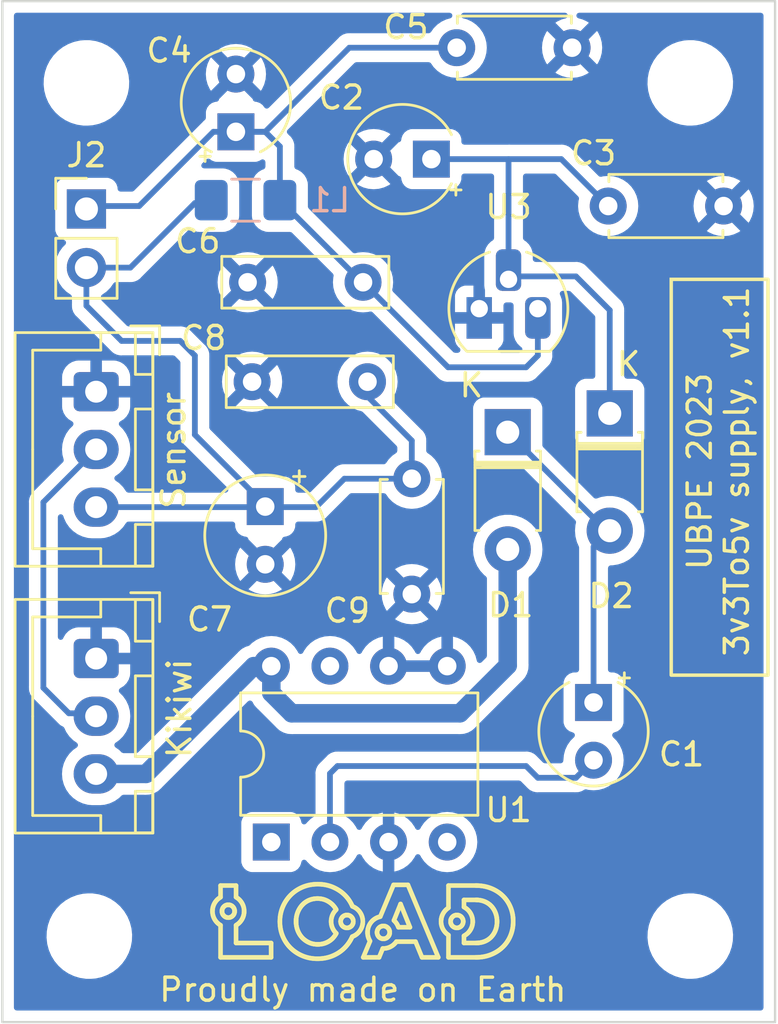
<source format=kicad_pcb>
(kicad_pcb (version 20221018) (generator pcbnew)
  (title_block (title "UBPE 3v3 to 5v Power Supply 2023 (THT version)") (date "2023-12-11") (rev "1.1") (company "L0AD") (comment 1 "Mostly THT, not fully ;-)") (comment 2 "Connected to CNES Kikiwi board, 3.3V") (comment 3 "3v3 to 5v power supply board"))
  (layers (0 "F.Cu" signal) (31 "B.Cu" signal) (34 "B.Paste" user) (35 "F.Paste" user) (36 "B.SilkS" user "B.Silkscreen") (37 "F.SilkS" user "F.Silkscreen") (38 "B.Mask" user) (39 "F.Mask" user) (44 "Edge.Cuts" user))
  (net 0 "")
  (net 1 "Net-(D1-K)")
  (net 2 "Net-(U1-CAP+)")
  (net 3 "GND")
  (net 4 "+3.3V")
  (net 5 "Net-(J1-Signal)")
  (net 9 "Net-(J2-Pin_2)")
  (net 10 "Net-(J2-Pin_1)")
  (net 11 "Net-(D2-K)")
  (footprint "Connector_JST:JST_XH_B3B-XH-A_1x03_P2.50mm_Vertical" (layer "F.Cu") (at 58.207144 30.648144 -90)
    (fp_text reference "J3" hide)
    (fp_text value "Sensor")
  )
  (footprint "Capacitor_THT:C_Disc_D4.7mm_W2.5mm_P5.00mm" (layer "F.Cu") (at 71.882 34.417 -90)
    (fp_text reference "C9")
    (fp_text value "10nF")
  )
  (footprint "Capacitor_THT:C_Rect_L7.0mm_W2.0mm_P5.00mm" (layer "F.Cu") (at 69.963544 30.216344 180)
    (fp_text reference "C8")
    (fp_text value "100nF")
  )
  (footprint "MountingHole:MountingHole_3.2mm_M3" (layer "F.Cu") (at 57.912 54.229)
    (fp_text reference "REF**" hide)
    (fp_text value "Hole M3" hide)
  )
  (footprint "Capacitor_THT:CP_Radial_Tantal_D4.5mm_P2.50mm" (layer "F.Cu") (at 79.756 44.109 -90)
    (fp_text reference "C1")
    (fp_text value "10µF/16V")
  )
  (footprint "Capacitor_THT:C_Rect_L7.0mm_W2.0mm_P5.00mm" (layer "F.Cu") (at 69.77 25.908 180)
    (fp_text reference "C6")
    (fp_text value "1nF")
  )
  (footprint "Capacitor_THT:C_Disc_D4.7mm_W2.5mm_P5.00mm" (layer "F.Cu") (at 80.391 22.606)
    (fp_text reference "C3")
    (fp_text value "10nF")
  )
  (footprint "Connector_PinHeader_2.54mm:PinHeader_1x02_P2.54mm_Vertical" (layer "F.Cu") (at 57.785 22.733)
    (fp_text reference "J2")
    (fp_text value "Shunt")
  )
  (footprint "Capacitor_THT:CP_Radial_Tantal_D5.0mm_P2.50mm" (layer "F.Cu") (at 65.532 35.624888 -90)
    (fp_text reference "C7")
    (fp_text value "22µF/16V")
  )
  (footprint "Capacitor_THT:CP_Radial_Tantal_D4.5mm_P2.50mm" (layer "F.Cu") (at 72.729856 20.574 180)
    (fp_text reference "C2")
    (fp_text value "10µF/16V")
  )
  (footprint "Diode_THT:D_T-1_P5.08mm_Horizontal" (layer "F.Cu") (at 80.457544 31.587944 -90)
    (fp_text reference "D2")
    (fp_text value "D_Schottky")
  )
  (footprint "Connector_JST:JST_XH_B3B-XH-A_1x03_P2.50mm_Vertical" (layer "F.Cu") (at 58.207144 42.205144 -90)
    (fp_text reference "J1" hide)
    (fp_text value "Kikiwi")
  )
  (footprint "MountingHole:MountingHole_3.2mm_M3" (layer "F.Cu") (at 57.785 17.272)
    (fp_text reference "REF**" hide)
    (fp_text value "Hole M3" hide)
  )
  (footprint "MountingHole:MountingHole_3.2mm_M3" (layer "F.Cu") (at 83.947 54.229)
    (fp_text reference "REF**" hide)
    (fp_text value "Hole M3" hide)
  )
  (footprint "Package_DIP:DIP-8_W7.62mm" (layer "F.Cu") (at 65.796 50.155 90)
    (fp_text reference "U1")
    (fp_text value "ICL7660")
  )
  (footprint "Package_TO_SOT_THT:TO-92_HandSolder" (layer "F.Cu") (at 74.803 27.051)
    (fp_text reference "U3")
    (fp_text value "MCP1700x-500xxTO")
  )
  (footprint "MountingHole:MountingHole_3.2mm_M3" (layer "F.Cu") (at 83.947 17.272)
    (fp_text reference "REF**" hide)
    (fp_text value "Hole M3" hide)
  )
  (footprint "Diode_THT:D_T-1_P5.08mm_Horizontal" (layer "F.Cu") (at 76.037944 32.400744 -90)
    (fp_text reference "D1")
    (fp_text value "D_Schottky")
  )
  (footprint "Capacitor_THT:CP_Radial_Tantal_D4.5mm_P2.50mm" (layer "F.Cu") (at 64.262 19.391 90)
    (fp_text reference "C4")
    (fp_text value "1µF/16V")
  )
  (footprint "Capacitor_THT:C_Disc_D4.7mm_W2.5mm_P5.00mm" (layer "F.Cu") (at 73.827 15.748)
    (fp_text reference "C5")
    (fp_text value "10nF")
  )
  (footprint "Inductor_SMD:L_1206_3216Metric_Pad1.42x1.75mm_HandSolder" (layer "B.Cu") (at 64.6795 22.352 180)
    (fp_text reference "L1")
    (fp_text value "L_Ferrite_Small")
  )
  (gr_line (start 64.205585 53.121362) (end 64.206645 53.1355) (stroke (width 0.200004)) (layer "F.SilkS"))
  (gr_line (start 70.141641 53.601923) (end 70.122713 53.624125) (stroke (width 0.200004)) (layer "F.SilkS"))
  (gr_line (start 64.593551 53.337914) (end 64.599385 53.315328) (stroke (width 0.200004)) (layer "F.SilkS"))
  (gr_line (start 76.074637 54.378017) (end 76.092763 54.345094) (stroke (width 0.200004)) (layer "F.SilkS"))
  (gr_line (start 68.433652 53.342644) (end 68.421699 53.376503) (stroke (width 0.200004)) (layer "F.SilkS"))
  (gr_line (start 73.435135 54.159593) (end 73.470566 54.183743) (stroke (width 0.200004)) (layer "F.SilkS"))
  (gr_line (start 74.461473 53.880951) (end 74.47087 53.858888) (stroke (width 0.200004)) (layer "F.SilkS"))
  (gr_line (start 70.029503 53.773136) (end 70.017634 53.800327) (stroke (width 0.200004)) (layer "F.SilkS"))
  (gr_line (start 68.802511 53.551805) (end 68.804927 53.538094) (stroke (width 0.200004)) (layer "F.SilkS"))
  (gr_line (start 70.651476 54.764395) (end 70.694697 54.763038) (stroke (width 0.200004)) (layer "F.SilkS"))
  (gr_line (start 67.043581 52.998241) (end 67.056566 52.979473) (stroke (width 0.200004)) (layer "F.SilkS"))
  (gr_line (start 69.321471 53.473492) (end 69.326972 53.485827) (stroke (width 0.200004)) (layer "F.SilkS"))
  (gr_line (start 70.859742 54.731785) (end 70.898642 54.717918) (stroke (width 0.200004)) (layer "F.SilkS"))
  (gr_line (start 69.204827 53.83906) (end 69.192986 53.845211) (stroke (width 0.200004)) (layer "F.SilkS"))
  (gr_line (start 66.711255 54.816463) (end 66.740688 54.841097) (stroke (width 0.200004)) (layer "F.SilkS"))
  (gr_line (start 64.457039 53.598815) (end 64.47119 53.581257) (stroke (width 0.200004)) (layer "F.SilkS"))
  (gr_line (start 68.539889 54.031759) (end 68.562567 54.058762) (stroke (width 0.200004)) (layer "F.SilkS"))
  (gr_line (start 63.690943 53.282546) (end 63.684878 53.270539) (stroke (width 0.200004)) (layer "F.SilkS"))
  (gr_line (start 70.758346 53.81162) (end 70.770509 53.817198) (stroke (width 0.200004)) (layer "F.SilkS"))
  (gr_line (start 74.077186 53.726923) (end 74.070573 53.738584) (stroke (width 0.200004)) (layer "F.SilkS"))
  (gr_line (start 67.357583 52.709245) (end 67.377958 52.698529) (stroke (width 0.200004)) (layer "F.SilkS"))
  (gr_line (start 67.058542 54.204654) (end 67.045221 54.185815) (stroke (width 0.200004)) (layer "F.SilkS"))
  (gr_line (start 67.069969 52.961036) (end 67.083789 52.94293) (stroke (width 0.200004)) (layer "F.SilkS"))
  (gr_line (start 70.569832 54.334158) (end 70.557074 54.329779) (stroke (width 0.200004)) (layer "F.SilkS"))
  (gr_line (start 75.273613 52.877591) (end 75.289487 52.891973) (stroke (width 0.200004)) (layer "F.SilkS"))
  (gr_line (start 64.179916 53.029115) (end 64.185417 53.04145) (stroke (width 0.200004)) (layer "F.SilkS"))
  (gr_line (start 64.205585 53.178292) (end 64.203838 53.192226) (stroke (width 0.200004)) (layer "F.SilkS"))
  (gr_line (start 69.345393 53.636603) (end 69.342977 53.650314) (stroke (width 0.200004)) (layer "F.SilkS"))
  (gr_line (start 75.797703 52.457565) (end 75.769878 52.432575) (stroke (width 0.200004)) (layer "F.SilkS"))
  (gr_line (start 69.248609 53.809075) (end 69.238235 53.817343) (stroke (width 0.200004)) (layer "F.SilkS"))
  (gr_line (start 67.366297 54.476237) (end 67.346126 54.464835) (stroke (width 0.200004)) (layer "F.SilkS"))
  (gr_line (start 67.197576 54.357823) (end 67.18061 54.342453) (stroke (width 0.200004)) (layer "F.SilkS"))
  (gr_line (start 75.522179 53.936131) (end 75.514571 53.957587) (stroke (width 0.200004)) (layer "F.SilkS"))
  (gr_line (start 64.593551 52.96174) (end 64.579735 52.917497) (stroke (width 0.200004)) (layer "F.SilkS"))
  (gr_line (start 67.257522 55.124921) (end 67.296441 55.137283) (stroke (width 0.200004)) (layer "F.SilkS"))
  (gr_line (start 76.12672 54.277462) (end 76.142549 54.242751) (stroke (width 0.200004)) (layer "F.SilkS"))
  (gr_line (start 76.26771 53.755971) (end 76.270922 53.716066) (stroke (width 0.200004)) (layer "F.SilkS"))
  (gr_line (start 68.372926 52.801679) (end 68.390721 52.816184) (stroke (width 0.200004)) (layer "F.SilkS"))
  (gr_line (start 74.047618 53.417085) (end 74.055772 53.427606) (stroke (width 0.200004)) (layer "F.SilkS"))
  (gr_line (start 68.807994 53.663785) (end 68.804927 53.650314) (stroke (width 0.200004)) (layer "F.SilkS"))
  (gr_line (start 64.361154 53.693564) (end 64.378375 53.679102) (stroke (width 0.200004)) (layer "F.SilkS"))
  (gr_line (start 74.830522 54.514876) (end 74.806803 54.518207) (stroke (width 0.200004)) (layer "F.SilkS"))
  (gr_line (start 75.257348 54.3291) (end 75.240693 54.342565) (stroke (width 0.200004)) (layer "F.SilkS"))
  (gr_line (start 69.327738 54.241254) (end 69.352028 54.230884) (stroke (width 0.200004)) (layer "F.SilkS"))
  (gr_line (start 66.214464 54.004826) (end 66.224385 54.043155) (stroke (width 0.200004)) (layer "F.SilkS"))
  (gr_line (start 70.466853 54.274323) (end 70.457316 54.265101) (stroke (width 0.200004)) (layer "F.SilkS"))
  (gr_line (start 66.416241 52.725607) (end 66.39607 52.758498) (stroke (width 0.200004)) (layer "F.SilkS"))
  (gr_line (start 74.142473 52.661012) (end 74.658674 52.661012) (stroke (width 0.200004)) (layer "F.SilkS"))
  (gr_line (start 75.052677 54.452772) (end 75.031729 54.461329) (stroke (width 0.200004)) (layer "F.SilkS"))
  (gr_line (start 68.890348 54.81342) (end 68.919183 54.787637) (stroke (width 0.200004)) (layer "F.SilkS"))
  (gr_line (start 67.031014 53.01734) (end 67.043581 52.998241) (stroke (width 0.200004)) (layer "F.SilkS"))
  (gr_line (start 63.704701 53.305506) (end 63.697557 53.294207) (stroke (width 0.200004)) (layer "F.SilkS"))
  (gr_line (start 69.160204 54.508287) (end 69.180385 54.477847) (stroke (width 0.200004)) (layer "F.SilkS"))
  (gr_line (start 67.947195 52.612886) (end 67.971109 52.616902) (stroke (width 0.200004)) (layer "F.SilkS"))
  (gr_line (start 64.615244 53.222205) (end 64.617273 53.198298) (stroke (width 0.200004)) (layer "F.SilkS"))
  (gr_line (start 66.954736 53.160256) (end 66.96438 53.138855) (stroke (width 0.200004)) (layer "F.SilkS"))
  (gr_line (start 64.09668 52.926687) (end 64.107054 52.934955) (stroke (width 0.200004)) (layer "F.SilkS"))
  (gr_line (start 68.954918 53.343196) (end 68.967081 53.337618) (stroke (width 0.200004)) (layer "F.SilkS"))
  (gr_line (start 69.005338 53.324497) (end 69.018622 53.321387) (stroke (width 0.200004)) (layer "F.SilkS"))
  (gr_line (start 69.326972 53.485827) (end 69.33189 53.498472) (stroke (width 0.200004)) (layer "F.SilkS"))
  (gr_line (start 73.835734 53.315727) (end 73.849861 53.31609) (stroke (width 0.200004)) (layer "F.SilkS"))
  (gr_line (start 66.16911 53.68609) (end 66.171472 53.727097) (stroke (width 0.200004)) (layer "F.SilkS"))
  (gr_line (start 74.16338 54.206144) (end 74.183856 54.194372) (stroke (width 0.200004)) (layer "F.SilkS"))
  (gr_line (start 70.402282 53.419136) (end 70.375151 53.430554) (stroke (width 0.200004)) (layer "F.SilkS"))
  (gr_line (start 66.16722 53.594204) (end 66.16722 53.603091) (stroke (width 0.200004)) (layer "F.SilkS"))
  (gr_line (start 64.173851 53.282546) (end 64.167237 53.294207) (stroke (width 0.200004)) (layer "F.SilkS"))
  (gr_line (start 64.427115 53.632472) (end 64.442343 53.615891) (stroke (width 0.200004)) (layer "F.SilkS"))
  (gr_line (start 66.920679 53.932395) (end 66.91347 53.909407) (stroke (width 0.200004)) (layer "F.SilkS"))
  (gr_line (start 66.179279 53.389226) (end 66.174939 53.429557) (stroke (width 0.200004)) (layer "F.SilkS"))
  (gr_line (start 63.320908 52.833107) (end 63.310953 52.853658) (stroke (width 0.200004)) (layer "F.SilkS"))
  (gr_line (start 75.240693 52.850103) (end 75.257348 52.863634) (stroke (width 0.200004)) (layer "F.SilkS"))
  (gr_line (start 67.472163 54.526368) (end 67.450405 54.517417) (stroke (width 0.200004)) (layer "F.SilkS"))
  (gr_line (start 64.586996 53.360195) (end 64.593551 53.337914) (stroke (width 0.200004)) (layer "F.SilkS"))
  (gr_line (start 63.658149 53.164154) (end 63.657791 53.149827) (stroke (width 0.200004)) (layer "F.SilkS"))
  (gr_line (start 68.909669 53.371064) (end 68.920436 53.363298) (stroke (width 0.200004)) (layer "F.SilkS"))
  (gr_line (start 73.162327 53.458036) (end 73.15837 53.480175) (stroke (width 0.200004)) (layer "F.SilkS"))
  (gr_line (start 66.288163 54.229661) (end 66.303613 54.265913) (stroke (width 0.200004)) (layer "F.SilkS"))
  (gr_line (start 66.171563 53.470221) (end 66.169151 53.511216) (stroke (width 0.200004)) (layer "F.SilkS"))
  (gr_line (start 73.566709 53.538094) (end 73.569776 53.524623) (stroke (width 0.200004)) (layer "F.SilkS"))
  (gr_line (start 66.225533 53.154174) (end 66.21542 53.192526) (stroke (width 0.200004)) (layer "F.SilkS"))
  (gr_line (start 69.168354 53.33263) (end 69.180823 53.337618) (stroke (width 0.200004)) (layer "F.SilkS"))
  (gr_line (start 69.180823 53.337618) (end 69.192986 53.343196) (stroke (width 0.200004)) (layer "F.SilkS"))
  (gr_line (start 64.395117 53.664091) (end 64.411369 53.648543) (stroke (width 0.200004)) (layer "F.SilkS"))
  (gr_line (start 75.469642 53.135186) (end 75.479458 53.155405) (stroke (width 0.200004)) (layer "F.SilkS"))
  (gr_line (start 68.832498 53.726923) (end 68.826433 53.714916) (stroke (width 0.200004)) (layer "F.SilkS"))
  (gr_line (start 68.425177 52.091629) (end 68.387108 52.077223) (stroke (width 0.200004)) (layer "F.SilkS"))
  (gr_line (start 67.62406 55.200792) (end 67.667014 55.204281) (stroke (width 0.200004)) (layer "F.SilkS"))
  (gr_line (start 64.497801 52.754905) (end 64.47119 52.718397) (stroke (width 0.200004)) (layer "F.SilkS"))
  (gr_line (start 70.815757 54.291345) (end 70.804991 54.299111) (stroke (width 0.200004)) (layer "F.SilkS"))
  (gr_line (start 75.198106 52.11676) (end 75.159272 52.105251) (stroke (width 0.200004)) (layer "F.SilkS"))
  (gr_line (start 70.917433 54.137787) (end 70.913731 54.151) (stroke (width 0.200004)) (layer "F.SilkS"))
  (gr_line (start 67.539473 55.190838) (end 67.581545 55.19631) (stroke (width 0.200004)) (layer "F.SilkS"))
  (gr_line (start 67.956024 54.575897) (end 67.931926 54.579181) (stroke (width 0.200004)) (layer "F.SilkS"))
  (gr_line (start 71.223691 53.683487) (end 71.211105 53.664941) (stroke (width 0.200004)) (layer "F.SilkS"))
  (gr_line (start 67.852099 51.980134) (end 67.807844 51.979634) (stroke (width 0.200004)) (layer "F.SilkS"))
  (gr_line (start 67.127757 52.890607) (end 67.143169 52.873895) (stroke (width 0.200004)) (layer "F.SilkS"))
  (gr_line (start 68.826433 53.473492) (end 68.832498 53.461485) (stroke (width 0.200004)) (layer "F.SilkS"))
  (gr_line (start 66.889971 53.36482) (end 66.895045 53.341264) (stroke (width 0.200004)) (layer "F.SilkS"))
  (gr_line (start 70.410021 54.200924) (end 70.403956 54.188917) (stroke (width 0.200004)) (layer "F.SilkS"))
  (gr_line (start 75.455715 54.964292) (end 75.490057 54.946204) (stroke (width 0.200004)) (layer "F.SilkS"))
  (gr_line (start 67.143532 55.081977) (end 67.181066 55.097266) (stroke (width 0.200004)) (layer "F.SilkS"))
  (gr_line (start 63.342725 52.793178) (end 63.331503 52.812942) (stroke (width 0.200004)) (layer "F.SilkS"))
  (gr_line (start 68.431244 54.347017) (end 68.414574 54.362319) (stroke (width 0.200004)) (layer "F.SilkS"))
  (gr_line (start 68.538153 53.158817) (end 68.51709 53.186891) (stroke (width 0.200004)) (layer "F.SilkS"))
  (gr_line (start 73.470566 55.149522) (end 74.657506 55.149522) (stroke (width 0.200004)) (layer "F.SilkS"))
  (gr_line (start 64.001011 53.419533) (end 63.987727 53.422643) (stroke (width 0.200004)) (layer "F.SilkS"))
  (gr_line (start 75.994489 52.680107) (end 75.972543 52.650263) (stroke (width 0.200004)) (layer "F.SilkS"))
  (gr_line (start 68.387438 53.594204) (end 68.388442 53.632224) (stroke (width 0.200004)) (layer "F.SilkS"))
  (gr_line (start 67.719545 51.981633) (end 67.676051 51.98413) (stroke (width 0.200004)) (layer "F.SilkS"))
  (gr_line (start 63.670141 53.232621) (end 63.666439 53.219408) (stroke (width 0.200004)) (layer "F.SilkS"))
  (gr_line (start 67.485138 52.652489) (end 67.507476 52.645006) (stroke (width 0.200004)) (layer "F.SilkS"))
  (gr_line (start 70.393537 53.972474) (end 70.398455 53.959829) (stroke (width 0.200004)) (layer "F.SilkS"))
  (gr_line (start 67.191642 52.826511) (end 67.208551 52.811635) (stroke (width 0.200004)) (layer "F.SilkS"))
  (gr_line (start 70.380035 54.110605) (end 70.378288 54.096671) (stroke (width 0.200004)) (layer "F.SilkS"))
  (gr_line (start 68.768538 54.909244) (end 68.799963 54.886385) (stroke (width 0.200004)) (layer "F.SilkS"))
  (gr_line (start 68.675465 52.214855) (end 68.641578 52.195143) (stroke (width 0.200004)) (layer "F.SilkS"))
  (gr_line (start 64.6185 53.174167) (end 64.618912 53.149827) (stroke (width 0.200004)) (layer "F.SilkS"))
  (gr_line (start 66.197456 53.927152) (end 66.205488 53.966158) (stroke (width 0.200004)) (layer "F.SilkS"))
  (gr_line (start 66.198077 53.270216) (end 66.190848 53.309555) (stroke (width 0.200004)) (layer "F.SilkS"))
  (gr_line (start 70.758346 54.324791) (end 70.745876 54.329779) (stroke (width 0.200004)) (layer "F.SilkS"))
  (gr_line (start 66.528197 52.569439) (end 66.504324 52.599563) (stroke (width 0.200004)) (layer "F.SilkS"))
  (gr_line (start 73.561485 53.579877) (end 73.562546 53.565739) (stroke (width 0.200004)) (layer "F.SilkS"))
  (gr_line (start 63.850754 52.883874) (end 63.863783 52.88012) (stroke (width 0.200004)) (layer "F.SilkS"))
  (gr_line (start 69.685965 53.909875) (end 69.697438 53.885931) (stroke (width 0.200004)) (layer "F.SilkS"))
  (gr_line (start 69.301648 53.438524) (end 69.308792 53.449823) (stroke (width 0.200004)) (layer "F.SilkS"))
  (gr_line (start 73.435135 53.028814) (end 73.401317 53.055099) (stroke (width 0.200004)) (layer "F.SilkS"))
  (gr_line (start 69.531204 53.074896) (end 69.491548 53.041579) (stroke (width 0.200004)) (layer "F.SilkS"))
  (gr_line (start 63.246295 53.125487) (end 63.245883 53.149827) (stroke (width 0.200004)) (layer "F.SilkS"))
  (gr_line (start 63.393604 53.581257) (end 63.422451 53.615891) (stroke (width 0.200004)) (layer "F.SilkS"))
  (gr_line (start 68.309652 52.051374) (end 68.270264 52.039933) (stroke (width 0.200004)) (layer "F.SilkS"))
  (gr_line (start 74.479531 53.351965) (end 74.461473 53.307455) (stroke (width 0.200004)) (layer "F.SilkS"))
  (gr_line (start 73.904347 53.86391) (end 73.891064 53.86702) (stroke (width 0.200004)) (layer "F.SilkS"))
  (gr_line (start 74.782809 52.667755) (end 74.806803 52.670714) (stroke (width 0.200004)) (layer "F.SilkS"))
  (gr_line (start 67.018864 53.03677) (end 67.031014 53.01734) (stroke (width 0.200004)) (layer "F.SilkS"))
  (gr_line (start 68.109339 52.65398) (end 68.131497 52.662323) (stroke (width 0.200004)) (layer "F.SilkS"))
  (gr_line (start 73.19998 53.857549) (end 73.217552 53.897502) (stroke (width 0.200004)) (layer "F.SilkS"))
  (gr_line (start 63.697557 53.005446) (end 63.704701 52.994147) (stroke (width 0.200004)) (layer "F.SilkS"))
  (gr_line (start 74.055772 53.427606) (end 74.063429 53.438524) (stroke (width 0.200004)) (layer "F.SilkS"))
  (gr_line (start 68.870699 53.781427) (end 68.862067 53.771322) (stroke (width 0.200004)) (layer "F.SilkS"))
  (gr_line (start 75.506447 53.218261) (end 75.514571 53.239935) (stroke (width 0.200004)) (layer "F.SilkS"))
  (gr_line (start 63.987727 53.422643) (end 63.974207 53.425093) (stroke (width 0.200004)) (layer "F.SilkS"))
  (gr_line (start 63.596443 52.542512) (end 63.577035 52.554018) (stroke (width 0.200004)) (layer "F.SilkS"))
  (gr_line (start 69.491548 53.041579) (end 69.449465 53.011302) (stroke (width 0.200004)) (layer "F.SilkS"))
  (gr_line (start 73.25967 53.973181) (end 73.284031 54.008718) (stroke (width 0.200004)) (layer "F.SilkS"))
  (gr_line (start 66.995817 53.076617) (end 67.007132 53.056529) (stroke (width 0.200004)) (layer "F.SilkS"))
  (gr_line (start 68.058032 55.190838) (end 68.099796 55.184375) (stroke (width 0.200004)) (layer "F.SilkS"))
  (gr_line (start 74.330361 54.076945) (end 74.34628 54.059596) (stroke (width 0.200004)) (layer "F.SilkS"))
  (gr_line (start 69.758299 53.53848) (end 69.751907 53.483957) (stroke (width 0.200004)) (layer "F.SilkS"))
  (gr_line (start 67.939275 51.98413) (end 67.895909 51.981633) (stroke (width 0.200004)) (layer "F.SilkS"))
  (gr_line (start 73.338891 53.113694) (end 73.310469 53.145814) (stroke (width 0.200004)) (layer "F.SilkS"))
  (gr_line (start 67.982197 51.987624) (end 67.939275 51.98413) (stroke (width 0.200004)) (layer "F.SilkS"))
  (gr_line (start 66.373106 54.404956) (end 66.392392 54.438229) (stroke (width 0.200004)) (layer "F.SilkS"))
  (gr_line (start 64.152436 52.983229) (end 64.160093 52.994147) (stroke (width 0.200004)) (layer "F.SilkS"))
  (gr_line (start 63.453425 52.651111) (end 63.437679 52.667182) (stroke (width 0.200004)) (layer "F.SilkS"))
  (gr_line (start 66.996418 54.106933) (end 66.985339 54.086323) (stroke (width 0.200004)) (layer "F.SilkS"))
  (gr_line (start 74.988908 54.476927) (end 74.967094 54.483928) (stroke (width 0.200004)) (layer "F.SilkS"))
  (gr_line (start 70.060571 54.423285) (end 70.07305 54.443852) (stroke (width 0.200004)) (layer "F.SilkS"))
  (gr_line (start 64.201422 53.093717) (end 64.203838 53.107428) (stroke (width 0.200004)) (layer "F.SilkS"))
  (gr_line (start 64.411369 53.648543) (end 64.427115 53.632472) (stroke (width 0.200004)) (layer "F.SilkS"))
  (gr_line (start 67.772625 52.602064) (end 67.798496 52.601762) (stroke (width 0.200004)) (layer "F.SilkS"))
  (gr_line (start 67.428947 54.507842) (end 67.407708 54.497739) (stroke (width 0.200004)) (layer "F.SilkS"))
  (gr_line (start 63.697557 53.294207) (end 63.690943 53.282546) (stroke (width 0.200004)) (layer "F.SilkS"))
  (gr_line (start 63.863783 53.419533) (end 63.850754 53.415779) (stroke (width 0.200004)) (layer "F.SilkS"))
  (gr_line (start 74.183856 54.194372) (end 74.203888 54.181917) (stroke (width 0.200004)) (layer "F.SilkS"))
  (gr_line (start 74.088753 53.702581) (end 74.083252 53.714916) (stroke (width 0.200004)) (layer "F.SilkS"))
  (gr_line (start 64.484782 53.56323) (end 64.497801 53.544749) (stroke (width 0.200004)) (layer "F.SilkS"))
  (gr_line (start 63.801523 53.394683) (end 63.790023 53.387977) (stroke (width 0.200004)) (layer "F.SilkS"))
  (gr_line (start 70.793849 53.830056) (end 70.804991 53.837301) (stroke (width 0.200004)) (layer "F.SilkS"))
  (gr_line (start 67.187856 52.091629) (end 67.149958 52.107023) (stroke (width 0.200004)) (layer "F.SilkS"))
  (gr_line (start 76.237892 53.950183) (end 76.245691 53.912045) (stroke (width 0.200004)) (layer "F.SilkS"))
  (gr_line (start 73.978107 53.832353) (end 73.966608 53.83906) (stroke (width 0.200004)) (layer "F.SilkS"))
  (gr_line (start 63.30165 52.874583) (end 63.293015 52.895867) (stroke (width 0.200004)) (layer "F.SilkS"))
  (gr_line (start 69.293991 53.427606) (end 69.301648 53.438524) (stroke (width 0.200004)) (layer "F.SilkS"))
  (gr_line (start 67.41989 52.678492) (end 67.441345 52.669233) (stroke (width 0.200004)) (layer "F.SilkS"))
  (gr_line (start 68.278495 52.735775) (end 68.298105 52.748075) (stroke (width 0.200004)) (layer "F.SilkS"))
  (gr_line (start 68.566318 55.031008) (end 68.601653 55.012548) (stroke (width 0.200004)) (layer "F.SilkS"))
  (gr_line (start 74.34628 54.059596) (end 74.361617 54.041704) (stroke (width 0.200004)) (layer "F.SilkS"))
  (gr_line (start 70.071569 53.695423) (end 70.0565 53.720654) (stroke (width 0.200004)) (layer "F.SilkS"))
  (gr_line (start 69.308792 53.449823) (end 69.315406 53.461485) (stroke (width 0.200004)) (layer "F.SilkS"))
  (gr_line (start 63.91827 52.871713) (end 63.932397 52.871351) (stroke (width 0.200004)) (layer "F.SilkS"))
  (gr_line (start 70.509101 54.306355) (end 70.497959 54.299111) (stroke (width 0.200004)) (layer "F.SilkS"))
  (gr_line (start 74.874637 52.05042) (end 74.832137 52.046269) (stroke (width 0.200004)) (layer "F.SilkS"))
  (gr_line (start 69.758256 53.650469) (end 69.75991 53.62248) (stroke (width 0.200004)) (layer "F.SilkS"))
  (gr_line (start 73.172275 53.414518) (end 73.166966 53.436146) (stroke (width 0.200004)) (layer "F.SilkS"))
  (gr_line (start 75.972544 54.533717) (end 75.994489 54.503764) (stroke (width 0.200004)) (layer "F.SilkS"))
  (gr_line (start 75.402171 54.17183) (end 75.389501 54.189213) (stroke (width 0.200004)) (layer "F.SilkS"))
  (gr_line (start 68.380049 54.391556) (end 68.362195 54.40549) (stroke (width 0.200004)) (layer "F.SilkS"))
  (gr_line (start 68.799704 53.579877) (end 68.800764 53.565739) (stroke (width 0.200004)) (layer "F.SilkS"))
  (gr_line (start 66.599948 54.710978) (end 66.626746 54.738325) (stroke (width 0.200004)) (layer "F.SilkS"))
  (gr_line (start 74.203888 54.181917) (end 74.223459 54.168796) (stroke (width 0.200004)) (layer "F.SilkS"))
  (gr_line (start 71.19795 53.646838) (end 71.184239 53.62919) (stroke (width 0.200004)) (layer "F.SilkS"))
  (gr_line (start 67.004599 52.176359) (end 66.969878 52.195508) (stroke (width 0.200004)) (layer "F.SilkS"))
  (gr_line (start 75.198107 55.070426) (end 75.236486 55.057747) (stroke (width 0.200004)) (layer "F.SilkS"))
  (gr_line (start 69.216326 53.832353) (end 69.204827 53.83906) (stroke (width 0.200004)) (layer "F.SilkS"))
  (gr_line (start 63.663372 53.093717) (end 63.666439 53.080246) (stroke (width 0.200004)) (layer "F.SilkS"))
  (gr_line (start 70.466263 55.149522) (end 70.624599 54.764099) (stroke (width 0.200004)) (layer "F.SilkS"))
  (gr_line (start 69.268112 53.7911) (end 69.258574 53.800321) (stroke (width 0.200004)) (layer "F.SilkS"))
  (gr_line (start 68.88933 53.800321) (end 68.879792 53.7911) (stroke (width 0.200004)) (layer "F.SilkS"))
  (gr_line (start 69.268112 53.397308) (end 69.277205 53.40698) (stroke (width 0.200004)) (layer "F.SilkS"))
  (gr_line (start 68.117998 54.536188) (end 68.095577 54.543652) (stroke (width 0.200004)) (layer "F.SilkS"))
  (gr_line (start 70.557074 53.806632) (end 70.569832 53.802253) (stroke (width 0.200004)) (layer "F.SilkS"))
  (gr_line (start 69.34714 53.565739) (end 69.3482 53.579877) (stroke (width 0.200004)) (layer "F.SilkS"))
  (gr_line (start 63.946525 52.871713) (end 63.960467 52.872789) (stroke (width 0.200004)) (layer "F.SilkS"))
  (gr_line (start 68.072918 54.550519) (end 68.050018 54.556789) (stroke (width 0.200004)) (layer "F.SilkS"))
  (gr_line (start 64.207003 53.149827) (end 64.206645 53.164154) (stroke (width 0.200004)) (layer "F.SilkS"))
  (gr_line (start 76.245691 53.268106) (end 76.237892 53.230101) (stroke (width 0.200004)) (layer "F.SilkS"))
  (gr_line (start 70.815757 53.845066) (end 70.826132 53.853334) (stroke (width 0.200004)) (layer "F.SilkS"))
  (gr_line (start 73.989249 53.825109) (end 73.978107 53.832353) (stroke (width 0.200004)) (layer "F.SilkS"))
  (gr_line (start 67.798496 55.208772) (end 67.842815 55.208273) (stroke (width 0.200004)) (layer "F.SilkS"))
  (gr_line (start 68.641578 52.195143) (end 68.607067 52.176128) (stroke (width 0.200004)) (layer "F.SilkS"))
  (gr_line (start 68.0035 54.567537) (end 67.979882 54.572015) (stroke (width 0.200004)) (layer "F.SilkS"))
  (gr_line (start 70.609665 54.343472) (end 70.596145 54.341022) (stroke (width 0.200004)) (layer "F.SilkS"))
  (gr_line (start 70.720089 53.798499) (end 70.733118 53.802253) (stroke (width 0.200004)) (layer "F.SilkS"))
  (gr_line (start 71.092305 52.00926) (end 70.516218 53.385347) (stroke (width 0.200004)) (layer "F.SilkS"))
  (gr_line (start 74.093671 53.689936) (end 74.088753 53.702581) (stroke (width 0.200004)) (layer "F.SilkS"))
  (gr_line (start 70.886315 53.923825) (end 70.892929 53.935487) (stroke (width 0.200004)) (layer "F.SilkS"))
  (gr_line (start 66.964502 54.993847) (end 66.999026 55.012867) (stroke (width 0.200004)) (layer "F.SilkS"))
  (gr_line (start 64.608836 53.269295) (end 64.612428 53.245875) (stroke (width 0.200004)) (layer "F.SilkS"))
  (gr_line (start 66.930617 54.974128) (end 66.964502 54.993847) (stroke (width 0.200004)) (layer "F.SilkS"))
  (gr_line (start 64.160093 53.305506) (end 64.152436 53.316425) (stroke (width 0.200004)) (layer "F.SilkS"))
  (gr_line (start 75.488864 53.175993) (end 75.497861 53.196945) (stroke (width 0.200004)) (layer "F.SilkS"))
  (gr_line (start 75.652032 52.339686) (end 75.620938 52.318228) (stroke (width 0.200004)) (layer "F.SilkS"))
  (gr_line (start 68.860867 54.838473) (end 68.890348 54.81342) (stroke (width 0.200004)) (layer "F.SilkS"))
  (gr_line (start 75.469642 54.060164) (end 75.459417 54.07965) (stroke (width 0.200004)) (layer "F.SilkS"))
  (gr_line (start 70.623405 53.791168) (end 70.637348 53.790092) (stroke (width 0.200004)) (layer "F.SilkS"))
  (gr_line (start 67.672085 52.609295) (end 67.696778 52.606585) (stroke (width 0.200004)) (layer "F.SilkS"))
  (gr_line (start 69.755524 53.67815) (end 69.758256 53.650469) (stroke (width 0.200004)) (layer "F.SilkS"))
  (gr_line (start 63.342725 53.506476) (end 63.366993 53.544749) (stroke (width 0.200004)) (layer "F.SilkS"))
  (gr_line (start 76.015672 54.473218) (end 76.036091 54.442079) (stroke (width 0.200004)) (layer "F.SilkS"))
  (gr_line (start 70.006891 53.828113) (end 69.997302 53.856462) (stroke (width 0.200004)) (layer "F.SilkS"))
  (gr_line (start 67.386825 54.487204) (end 67.366297 54.476237) (stroke (width 0.200004)) (layer "F.SilkS"))
  (gr_line (start 68.325304 54.431986) (end 68.306268 54.444546) (stroke (width 0.200004)) (layer "F.SilkS"))
  (gr_line (start 63.24955 53.077449) (end 63.247522 53.101356) (stroke (width 0.200004)) (layer "F.SilkS"))
  (gr_line (start 73.63248 53.781427) (end 73.623848 53.771322) (stroke (width 0.200004)) (layer "F.SilkS"))
  (gr_line (start 70.904495 54.176583) (end 70.898994 54.188917) (stroke (width 0.200004)) (layer "F.SilkS"))
  (gr_line (start 70.86336 53.891087) (end 70.871514 53.901608) (stroke (width 0.200004)) (layer "F.SilkS"))
  (gr_line (start 63.539463 52.578872) (end 63.521326 52.592193) (stroke (width 0.200004)) (layer "F.SilkS"))
  (gr_line (start 75.334762 54.255221) (end 75.320066 54.27084) (stroke (width 0.200004)) (layer "F.SilkS"))
  (gr_line (start 75.56728 53.470038) (end 75.56967 53.494385) (stroke (width 0.200004)) (layer "F.SilkS"))
  (gr_line (start 70.596145 54.341022) (end 70.582861 54.337911) (stroke (width 0.200004)) (layer "F.SilkS"))
  (gr_line (start 67.506422 52.004081) (end 67.465098 52.011556) (stroke (width 0.200004)) (layer "F.SilkS"))
  (gr_line (start 74.782809 54.521021) (end 74.758539 54.52332) (stroke (width 0.200004)) (layer "F.SilkS"))
  (gr_line (start 68.804927 53.650314) (end 68.802511 53.636603) (stroke (width 0.200004)) (layer "F.SilkS"))
  (gr_line (start 74.657505 52.038886) (end 73.470566 52.038885) (stroke (width 0.200004)) (layer "F.SilkS"))
  (gr_line (start 74.74575 55.14766) (end 74.789176 55.145329) (stroke (width 0.200004)) (layer "F.SilkS"))
  (gr_line (start 69.988897 53.885345) (end 69.981705 53.914734) (stroke (width 0.200004)) (layer "F.SilkS"))
  (gr_line (start 67.377958 52.698529) (end 67.398726 52.688278) (stroke (width 0.200004)) (layer "F.SilkS"))
  (gr_line (start 69.187927 52.70861) (end 69.167617 52.677713) (stroke (width 0.200004)) (layer "F.SilkS"))
  (gr_line (start 63.813363 52.898819) (end 63.825526 52.893241) (stroke (width 0.200004)) (layer "F.SilkS"))
  (gr_line (start 70.544604 53.81162) (end 70.557074 53.806632) (stroke (width 0.200004)) (layer "F.SilkS"))
  (gr_line (start 73.569776 53.663785) (end 73.566709 53.650314) (stroke (width 0.200004)) (layer "F.SilkS"))
  (gr_line (start 75.497861 53.196945) (end 75.506447 53.218261) (stroke (width 0.200004)) (layer "F.SilkS"))
  (gr_line (start 74.830522 52.674207) (end 74.853966 52.678232) (stroke (width 0.200004)) (layer "F.SilkS"))
  (gr_line (start 64.306758 52.566143) (end 64.268351 52.542512) (stroke (width 0.200004)) (layer "F.SilkS"))
  (gr_line (start 68.895034 52.372377) (end 68.865569 52.347777) (stroke (width 0.200004)) (layer "F.SilkS"))
  (gr_line (start 69.358672 52.960534) (end 69.310288 52.940377) (stroke (width 0.200004)) (layer "F.SilkS"))
  (gr_line (start 66.770754 54.865025) (end 66.801455 54.88825) (stroke (width 0.200004)) (layer "F.SilkS"))
  (gr_line (start 66.169151 53.511216) (end 66.167703 53.552543) (stroke (width 0.200004)) (layer "F.SilkS"))
  (gr_line (start 68.536176 52.140185) (end 68.499801 52.123256) (stroke (width 0.200004)) (layer "F.SilkS"))
  (gr_line (start 69.180385 54.477847) (end 69.199901 54.446906) (stroke (width 0.200004)) (layer "F.SilkS"))
  (gr_line (start 73.310469 53.145814) (end 73.284031 53.179689) (stroke (width 0.200004)) (layer "F.SilkS"))
  (gr_line (start 66.832791 54.910772) (end 66.864763 54.932592) (stroke (width 0.200004)) (layer "F.SilkS"))
  (gr_line (start 73.470566 53.004664) (end 73.435135 53.028814) (stroke (width 0.200004)) (layer "F.SilkS"))
  (gr_line (start 67.93018 55.204281) (end 67.973224 55.200792) (stroke (width 0.200004)) (layer "F.SilkS"))
  (gr_line (start 74.029892 53.7911) (end 74.020355 53.800321) (stroke (width 0.200004)) (layer "F.SilkS"))
  (gr_line (start 76.273215 53.675804) (end 76.274592 53.635184) (stroke (width 0.200004)) (layer "F.SilkS"))
  (gr_line (start 69.507322 54.1341) (end 69.527148 54.117075) (stroke (width 0.200004)) (layer "F.SilkS"))
  (gr_line (start 66.682454 54.791124) (end 66.711255 54.816463) (stroke (width 0.200004)) (layer "F.SilkS"))
  (gr_line (start 64.268351 52.542512) (end 64.268351 52.038885) (stroke (width 0.200004)) (layer "F.SilkS"))
  (gr_line (start 69.972237 54.170019) (end 69.976262 54.194796) (stroke (width 0.200004)) (layer "F.SilkS"))
  (gr_line (start 76.274592 53.544393) (end 76.273215 53.50383) (stroke (width 0.200004)) (layer "F.SilkS"))
  (gr_line (start 71.715135 52.00926) (end 71.092305 52.00926) (stroke (width 0.200004)) (layer "F.SilkS"))
  (gr_line (start 64.198355 53.080246) (end 64.201422 53.093717) (stroke (width 0.200004)) (layer "F.SilkS"))
  (gr_line (start 74.874639 55.137865) (end 74.916678 55.132728) (stroke (width 0.200004)) (layer "F.SilkS"))
  (gr_line (start 73.917377 53.860156) (end 73.904347 53.86391) (stroke (width 0.200004)) (layer "F.SilkS"))
  (gr_line (start 75.031729 52.729446) (end 75.052677 52.738271) (stroke (width 0.200004)) (layer "F.SilkS"))
  (gr_line (start 70.924663 54.039741) (end 70.925724 54.05388) (stroke (width 0.200004)) (layer "F.SilkS"))
  (gr_line (start 69.673628 53.933296) (end 69.685965 53.909875) (stroke (width 0.200004)) (layer "F.SilkS"))
  (gr_line (start 64.553841 53.445996) (end 64.563144 53.425071) (stroke (width 0.200004)) (layer "F.SilkS"))
  (gr_line (start 75.455714 52.221511) (end 75.420725 52.204278) (stroke (width 0.200004)) (layer "F.SilkS"))
  (gr_line (start 64.579735 53.382157) (end 64.586996 53.360195) (stroke (width 0.200004)) (layer "F.SilkS"))
  (gr_line (start 74.48744 53.813623) (end 74.494582 53.790451) (stroke (width 0.200004)) (layer "F.SilkS"))
  (gr_line (start 70.770509 53.817198) (end 70.782349 53.823349) (stroke (width 0.200004)) (layer "F.SilkS"))
  (gr_line (start 69.227468 53.825109) (end 69.216326 53.832353) (stroke (width 0.200004)) (layer "F.SilkS"))
  (gr_line (start 75.479458 53.155405) (end 75.488864 53.175993) (stroke (width 0.200004)) (layer "F.SilkS"))
  (gr_line (start 70.737215 54.759017) (end 70.778949 54.752415) (stroke (width 0.200004)) (layer "F.SilkS"))
  (gr_line (start 68.773359 52.278174) (end 68.741357 52.25637) (stroke (width 0.200004)) (layer "F.SilkS"))
  (gr_line (start 68.463279 53.912692) (end 68.480213 53.944014) (stroke (width 0.200004)) (layer "F.SilkS"))
  (gr_line (start 75.376424 54.206244) (end 75.362942 54.222923) (stroke (width 0.200004)) (layer "F.SilkS"))
  (gr_line (start 75.040035 52.076234) (end 74.999374 52.0684) (stroke (width 0.200004)) (layer "F.SilkS"))
  (gr_line (start 73.849861 53.31609) (end 73.863803 53.317166) (stroke (width 0.200004)) (layer "F.SilkS"))
  (gr_line (start 68.820932 53.702581) (end 68.816014 53.689936) (stroke (width 0.200004)) (layer "F.SilkS"))
  (gr_line (start 66.259818 54.156091) (end 66.273518 54.193049) (stroke (width 0.200004)) (layer "F.SilkS"))
  (gr_line (start 69.399135 54.207445) (end 69.42191 54.194419) (stroke (width 0.200004)) (layer "F.SilkS"))
  (gr_line (start 74.922658 54.496343) (end 74.900033 54.501761) (stroke (width 0.200004)) (layer "F.SilkS"))
  (gr_line (start 73.780403 53.321387) (end 73.793924 53.318937) (stroke (width 0.200004)) (layer "F.SilkS"))
  (gr_line (start 68.306268 54.444546) (end 68.28684 54.456645) (stroke (width 0.200004)) (layer "F.SilkS"))
  (gr_line (start 67.098027 52.925157) (end 67.112683 52.907715) (stroke (width 0.200004)) (layer "F.SilkS"))
  (gr_line (start 66.336825 54.336626) (end 66.354583 54.371089) (stroke (width 0.200004)) (layer "F.SilkS"))
  (gr_line (start 68.447252 53.309618) (end 68.433652 53.342644) (stroke (width 0.200004)) (layer "F.SilkS"))
  (gr_line (start 75.311885 55.029541) (end 75.34881 55.014297) (stroke (width 0.200004)) (layer "F.SilkS"))
  (gr_line (start 67.465098 52.011556) (end 67.424204 52.020023) (stroke (width 0.200004)) (layer "F.SilkS"))
  (gr_line (start 69.059825 53.31609) (end 69.073952 53.315727) (stroke (width 0.200004)) (layer "F.SilkS"))
  (gr_line (start 74.900033 52.687875) (end 74.922658 52.69349) (stroke (width 0.200004)) (layer "F.SilkS"))
  (gr_line (start 63.877067 53.422643) (end 63.863783 53.419533) (stroke (width 0.200004)) (layer "F.SilkS"))
  (gr_line (start 74.999376 55.119638) (end 75.040036 55.111683) (stroke (width 0.200004)) (layer "F.SilkS"))
  (gr_line (start 67.539232 54.549485) (end 67.516578 54.542401) (stroke (width 0.200004)) (layer "F.SilkS"))
  (gr_line (start 70.778949 54.752415) (end 70.819818 54.743311) (stroke (width 0.200004)) (layer "F.SilkS"))
  (gr_line (start 68.064266 52.639149) (end 68.086928 52.646256) (stroke (width 0.200004)) (layer "F.SilkS"))
  (gr_line (start 64.510235 53.525826) (end 64.522069 53.506476) (stroke (width 0.200004)) (layer "F.SilkS"))
  (gr_line (start 69.564817 54.080837) (end 69.582618 54.061668) (stroke (width 0.200004)) (layer "F.SilkS"))
  (gr_line (start 64.13565 52.962603) (end 64.144282 52.972708) (stroke (width 0.200004)) (layer "F.SilkS"))
  (gr_line (start 75.334762 52.937649) (end 75.349055 52.953683) (stroke (width 0.200004)) (layer "F.SilkS"))
  (gr_line (start 70.272916 53.487219) (end 70.249075 53.503985) (stroke (width 0.200004)) (layer "F.SilkS"))
  (gr_line (start 73.152548 53.525156) (end 73.150706 53.547973) (stroke (width 0.200004)) (layer "F.SilkS"))
  (gr_line (start 64.01404 53.415779) (end 64.001011 53.419533) (stroke (width 0.200004)) (layer "F.SilkS"))
  (gr_line (start 69.005338 53.86391) (end 68.992308 53.860156) (stroke (width 0.200004)) (layer "F.SilkS"))
  (gr_line (start 67.039969 52.157937) (end 67.004599 52.176359) (stroke (width 0.200004)) (layer "F.SilkS"))
  (gr_line (start 70.973042 54.683482) (end 71.008383 54.663073) (stroke (width 0.200004)) (layer "F.SilkS"))
  (gr_line (start 67.599772 52.621018) (end 67.623582 52.616512) (stroke (width 0.200004)) (layer "F.SilkS"))
  (gr_line (start 64.152436 53.316425) (end 64.144282 53.326945) (stroke (width 0.200004)) (layer "F.SilkS"))
  (gr_line (start 66.477123 54.565377) (end 66.500192 54.595681) (stroke (width 0.200004)) (layer "F.SilkS"))
  (gr_line (start 69.3482 53.579877) (end 69.348558 53.594204) (stroke (width 0.200004)) (layer "F.SilkS"))
  (gr_line (start 69.294927 52.905604) (end 69.27886 52.871387) (stroke (width 0.200004)) (layer "F.SilkS"))
  (gr_line (start 69.582618 54.061668) (end 69.599702 54.041827) (stroke (width 0.200004)) (layer "F.SilkS"))
  (gr_line (start 67.632993 51.987624) (end 67.590369 51.992114) (stroke (width 0.200004)) (layer "F.SilkS"))
  (gr_line (start 75.556796 52.277429) (end 75.523751 52.258086) (stroke (width 0.200004)) (layer "F.SilkS"))
  (gr_line (start 66.171472 53.727097) (end 66.174779 53.767774) (stroke (width 0.200004)) (layer "F.SilkS"))
  (gr_line (start 70.665603 54.346319) (end 70.651475 54.346681) (stroke (width 0.200004)) (layer "F.SilkS"))
  (gr_line (start 66.524011 54.625393) (end 66.548579 54.654513) (stroke (width 0.200004)) (layer "F.SilkS"))
  (gr_line (start 70.826132 54.283077) (end 70.815757 54.291345) (stroke (width 0.200004)) (layer "F.SilkS"))
  (gr_line (start 73.59428 53.726923) (end 73.588214 53.714916) (stroke (width 0.200004)) (layer "F.SilkS"))
  (gr_line (start 71.184239 53.62919) (end 71.169984 53.612012) (stroke (width 0.200004)) (layer "F.SilkS"))
  (gr_line (start 68.909669 53.817343) (end 68.899295 53.809075) (stroke (width 0.200004)) (layer "F.SilkS"))
  (gr_line (start 69.167617 52.677713) (end 69.146599 52.647369) (stroke (width 0.200004)) (layer "F.SilkS"))
  (gr_line (start 63.245883 53.149827) (end 63.247522 53.198298) (stroke (width 0.200004)) (layer "F.SilkS"))
  (gr_line (start 76.258536 53.834714) (end 76.263582 53.79552) (stroke (width 0.200004)) (layer "F.SilkS"))
  (gr_line (start 75.926365 52.592297) (end 75.902133 52.564175) (stroke (width 0.200004)) (layer "F.SilkS"))
  (gr_line (start 69.285837 53.771322) (end 69.277205 53.781427) (stroke (width 0.200004)) (layer "F.SilkS"))
  (gr_line (start 73.966608 53.349347) (end 73.978107 53.356054) (stroke (width 0.200004)) (layer "F.SilkS"))
  (gr_line (start 70.637348 54.346319) (end 70.623405 54.345243) (stroke (width 0.200004)) (layer "F.SilkS"))
  (gr_line (start 76.237892 53.230101) (end 76.229176 53.192466) (stroke (width 0.200004)) (layer "F.SilkS"))
  (gr_line (start 73.192106 53.351322) (end 73.184856 53.372094) (stroke (width 0.200004)) (layer "F.SilkS"))
  (gr_line (start 68.341386 55.124921) (end 68.380148 55.111581) (stroke (width 0.200004)) (layer "F.SilkS"))
  (gr_line (start 67.463094 52.660565) (end 67.485138 52.652489) (stroke (width 0.200004)) (layer "F.SilkS"))
  (gr_line (start 68.550703 54.207962) (end 68.533744 54.231362) (stroke (width 0.200004)) (layer "F.SilkS"))
  (gr_line (start 70.161461 53.580553) (end 70.141641 53.601923) (stroke (width 0.200004)) (layer "F.SilkS"))
  (gr_line (start 73.600893 53.449823) (end 73.608037 53.438524) (stroke (width 0.200004)) (layer "F.SilkS"))
  (gr_line (start 67.131846 54.293653) (end 67.116294 54.27654) (stroke (width 0.200004)) (layer "F.SilkS"))
  (gr_line (start 67.181066 55.097266) (end 67.219063 55.111581) (stroke (width 0.200004)) (layer "F.SilkS"))
  (gr_line (start 63.674459 53.054095) (end 63.679377 53.04145) (stroke (width 0.200004)) (layer "F.SilkS"))
  (gr_line (start 68.584243 53.106163) (end 68.560554 53.13189) (stroke (width 0.200004)) (layer "F.SilkS"))
  (gr_line (start 69.192986 53.845211) (end 69.180823 53.850789) (stroke (width 0.200004)) (layer "F.SilkS"))
  (gr_line (start 68.380148 55.111581) (end 68.41848 55.097266) (stroke (width 0.200004)) (layer "F.SilkS"))
  (gr_line (start 63.503641 52.60609) (end 63.48642 52.620552) (stroke (width 0.200004)) (layer "F.SilkS"))
  (gr_line (start 63.690943 53.017108) (end 63.697557 53.005446) (stroke (width 0.200004)) (layer "F.SilkS"))
  (gr_line (start 68.226202 54.490175) (end 68.205207 54.500426) (stroke (width 0.200004)) (layer "F.SilkS"))
  (gr_line (start 73.217552 53.897502) (end 73.23748 53.936078) (stroke (width 0.200004)) (layer "F.SilkS"))
  (gr_line (start 68.397509 54.377165) (end 68.380049 54.391556) (stroke (width 0.200004)) (layer "F.SilkS"))
  (gr_line (start 66.184228 53.848131) (end 66.19037 53.887809) (stroke (width 0.200004)) (layer "F.SilkS"))
  (gr_line (start 75.573662 53.628927) (end 75.572863 53.654445) (stroke (width 0.200004)) (layer "F.SilkS"))
  (gr_line (start 76.229176 53.192466) (end 76.219542 53.1552) (stroke (width 0.200004)) (layer "F.SilkS"))
  (gr_line (start 69.42191 54.194419) (end 69.444138 54.18055) (stroke (width 0.200004)) (layer "F.SilkS"))
  (gr_line (start 63.890587 52.87456) (end 63.904327 52.872789) (stroke (width 0.200004)) (layer "F.SilkS"))
  (gr_line (start 73.561485 53.60853) (end 73.561128 53.594204) (stroke (width 0.200004)) (layer "F.SilkS"))
  (gr_line (start 69.142566 53.86391) (end 69.129282 53.86702) (stroke (width 0.200004)) (layer "F.SilkS"))
  (gr_line (start 63.712358 53.316425) (end 63.704701 53.305506) (stroke (width 0.200004)) (layer "F.SilkS"))
  (gr_line (start 63.778881 53.380732) (end 63.768115 53.372966) (stroke (width 0.200004)) (layer "F.SilkS"))
  (gr_line (start 71.286535 53.803223) (end 71.277633 53.782331) (stroke (width 0.200004)) (layer "F.SilkS"))
  (gr_line (start 74.416824 53.22337) (end 74.390478 53.184046) (stroke (width 0.200004)) (layer "F.SilkS"))
  (gr_line (start 67.88671 55.206775) (end 67.93018 55.204281) (stroke (width 0.200004)) (layer "F.SilkS"))
  (gr_line (start 69.726451 53.81118) (end 69.73425 53.785362) (stroke (width 0.200004)) (layer "F.SilkS"))
  (gr_line (start 68.396327 53.7066) (end 68.403103 53.742852) (stroke (width 0.200004)) (layer "F.SilkS"))
  (gr_line (start 63.660956 53.192226) (end 63.659209 53.178292) (stroke (width 0.200004)) (layer "F.SilkS"))
  (gr_line (start 63.659209 53.178292) (end 63.658149 53.164154) (stroke (width 0.200004)) (layer "F.SilkS"))
  (gr_line (start 66.801455 54.88825) (end 66.832791 54.910772) (stroke (width 0.200004)) (layer "F.SilkS"))
  (gr_line (start 64.378375 52.620552) (end 64.343468 52.592193) (stroke (width 0.200004)) (layer "F.SilkS"))
  (gr_line (start 70.476818 53.853334) (end 70.487192 53.845066) (stroke (width 0.200004)) (layer "F.SilkS"))
  (gr_line (start 74.038986 53.40698) (end 74.047618 53.417085) (stroke (width 0.200004)) (layer "F.SilkS"))
  (gr_line (start 75.541904 53.869916) (end 75.535847 53.892296) (stroke (width 0.200004)) (layer "F.SilkS"))
  (gr_line (start 66.868342 53.585316) (end 66.868609 53.560077) (stroke (width 0.200004)) (layer "F.SilkS"))
  (gr_line (start 70.854728 53.880982) (end 70.86336 53.891087) (stroke (width 0.200004)) (layer "F.SilkS"))
  (gr_line (start 67.07231 54.223145) (end 67.058542 54.204654) (stroke (width 0.200004)) (layer "F.SilkS"))
  (gr_line (start 74.853966 54.511026) (end 74.830522 54.514876) (stroke (width 0.200004)) (layer "F.SilkS"))
  (gr_line (start 64.617273 53.198298) (end 64.6185 53.174167) (stroke (width 0.200004)) (layer "F.SilkS"))
  (gr_line (start 70.631345 54.76427) (end 70.638037 54.764358) (stroke (width 0.200004)) (layer "F.SilkS"))
  (gr_line (start 66.881426 53.412507) (end 66.885432 53.388568) (stroke (width 0.200004)) (layer "F.SilkS"))
  (gr_line (start 70.403956 53.947494) (end 70.410021 53.935487) (stroke (width 0.200004)) (layer "F.SilkS"))
  (gr_line (start 63.393604 52.718397) (end 63.380012 52.736424) (stroke (width 0.200004)) (layer "F.SilkS"))
  (gr_line (start 70.909413 53.972474) (end 70.913731 53.985412) (stroke (width 0.200004)) (layer "F.SilkS"))
  (gr_line (start 75.040036 55.111683) (end 75.080238 55.102785) (stroke (width 0.200004)) (layer "F.SilkS"))
  (gr_line (start 70.836096 53.862088) (end 70.845634 53.87131) (stroke (width 0.200004)) (layer "F.SilkS"))
  (gr_line (start 66.740688 54.841097) (end 66.770754 54.865025) (stroke (width 0.200004)) (layer "F.SilkS"))
  (gr_line (start 70.637348 53.790092) (end 70.651475 53.78973) (stroke (width 0.200004)) (layer "F.SilkS"))
  (gr_line (start 64.126557 53.346723) (end 64.117019 53.355944) (stroke (width 0.200004)) (layer "F.SilkS"))
  (gr_line (start 63.354559 52.773828) (end 63.342725 52.793178) (stroke (width 0.200004)) (layer "F.SilkS"))
  (gr_line (start 68.19646 52.690968) (end 68.217506 52.701512) (stroke (width 0.200004)) (layer "F.SilkS"))
  (gr_line (start 69.199901 54.446906) (end 69.218751 54.415464) (stroke (width 0.200004)) (layer "F.SilkS"))
  (gr_line (start 63.974207 52.87456) (end 63.987727 52.87701) (stroke (width 0.200004)) (layer "F.SilkS"))
  (gr_line (start 75.304972 54.286063) (end 75.289487 54.300848) (stroke (width 0.200004)) (layer "F.SilkS"))
  (gr_line (start 73.966608 53.83906) (end 73.954767 53.845211) (stroke (width 0.200004)) (layer "F.SilkS"))
  (gr_line (start 74.515167 53.493871) (end 74.506501 53.445298) (stroke (width 0.200004)) (layer "F.SilkS"))
  (gr_line (start 70.22598 53.521731) (end 70.20366 53.540427) (stroke (width 0.200004)) (layer "F.SilkS"))
  (gr_line (start 67.994773 52.621537) (end 68.018188 52.62679) (stroke (width 0.200004)) (layer "F.SilkS"))
  (gr_line (start 68.954918 53.845211) (end 68.943077 53.83906) (stroke (width 0.200004)) (layer "F.SilkS"))
  (gr_line (start 67.232578 54.387227) (end 67.214899 54.372748) (stroke (width 0.200004)) (layer "F.SilkS"))
  (gr_line (start 74.070573 53.449823) (end 74.077186 53.461485) (stroke (width 0.200004)) (layer "F.SilkS"))
  (gr_line (start 67.608974 54.567018) (end 67.585431 54.561793) (stroke (width 0.200004)) (layer "F.SilkS"))
  (gr_line (start 66.412439 54.470906) (end 66.433245 54.50299) (stroke (width 0.200004)) (layer "F.SilkS"))
  (gr_line (start 68.800764 53.622669) (end 68.799704 53.60853) (stroke (width 0.200004)) (layer "F.SilkS"))
  (gr_line (start 67.807844 51.979634) (end 67.763476 51.980134) (stroke (width 0.200004)) (layer "F.SilkS"))
  (gr_line (start 74.000016 53.371064) (end 74.01039 53.379332) (stroke (width 0.200004)) (layer "F.SilkS"))
  (gr_line (start 73.615695 53.427606) (end 73.623848 53.417085) (stroke (width 0.200004)) (layer "F.SilkS"))
  (gr_line (start 68.579657 53.031743) (end 68.594777 53.056428) (stroke (width 0.200004)) (layer "F.SilkS"))
  (gr_line (start 64.571779 53.403787) (end 64.579735 53.382157) (stroke (width 0.200004)) (layer "F.SilkS"))
  (gr_line (start 73.741332 53.855777) (end 73.728863 53.850789) (stroke (width 0.200004)) (layer "F.SilkS"))
  (gr_line (start 70.733118 54.334158) (end 70.720089 54.337911) (stroke (width 0.200004)) (layer "F.SilkS"))
  (gr_line (start 66.985339 54.086323) (end 66.97471 54.065353) (stroke (width 0.200004)) (layer "F.SilkS"))
  (gr_line (start 75.56967 53.704529) (end 75.56728 53.729096) (stroke (width 0.200004)) (layer "F.SilkS"))
  (gr_line (start 67.056566 52.979473) (end 67.069969 52.961036) (stroke (width 0.200004)) (layer "F.SilkS"))
  (gr_line (start 70.380035 54.025807) (end 70.38245 54.012096) (stroke (width 0.200004)) (layer "F.SilkS"))
  (gr_line (start 63.577035 52.554018) (end 63.558037 52.566143) (stroke (width 0.200004)) (layer "F.SilkS"))
  (gr_line (start 75.824871 52.483263) (end 75.797703 52.457565) (stroke (width 0.200004)) (layer "F.SilkS"))
  (gr_line (start 63.26031 53.007204) (end 63.255958 53.030359) (stroke (width 0.200004)) (layer "F.SilkS"))
  (gr_line (start 69.088079 53.872317) (end 69.073952 53.872679) (stroke (width 0.200004)) (layer "F.SilkS"))
  (gr_line (start 69.777702 55.149522) (end 70.466263 55.149522) (stroke (width 0.200004)) (layer "F.SilkS"))
  (gr_line (start 69.102022 53.871241) (end 69.088079 53.872317) (stroke (width 0.200004)) (layer "F.SilkS"))
  (gr_line (start 67.304105 52.051374) (end 67.264928 52.063804) (stroke (width 0.200004)) (layer "F.SilkS"))
  (gr_line (start 66.936701 53.977848) (end 66.928423 53.955209) (stroke (width 0.200004)) (layer "F.SilkS"))
  (gr_line (start 75.535847 53.892296) (end 75.529272 53.914368) (stroke (width 0.200004)) (layer "F.SilkS"))
  (gr_line (start 75.320066 52.92201) (end 75.334762 52.937649) (stroke (width 0.200004)) (layer "F.SilkS"))
  (gr_line (start 64.167237 53.005446) (end 64.173851 53.017108) (stroke (width 0.200004)) (layer "F.SilkS"))
  (gr_line (start 68.923861 52.397677) (end 68.895034 52.372377) (stroke (width 0.200004)) (layer "F.SilkS"))
  (gr_line (start 66.458802 52.661479) (end 66.437152 52.693267) (stroke (width 0.200004)) (layer "F.SilkS"))
  (gr_line (start 64.599385 53.315328) (end 64.604484 53.29245) (stroke (width 0.200004)) (layer "F.SilkS"))
  (gr_line (start 73.651112 53.800321) (end 73.641574 53.7911) (stroke (width 0.200004)) (layer "F.SilkS"))
  (gr_line (start 68.447517 54.331262) (end 68.431244 54.347017) (stroke (width 0.200004)) (layer "F.SilkS"))
  (gr_line (start 63.271243 52.96174) (end 63.26541 52.984326) (stroke (width 0.200004)) (layer "F.SilkS"))
  (gr_line (start 74.657506 55.149522) (end 74.70186 55.149057) (stroke (width 0.200004)) (layer "F.SilkS"))
  (gr_line (start 69.616049 54.021336) (end 69.631635 54.000216) (stroke (width 0.200004)) (layer "F.SilkS"))
  (gr_line (start 76.270922 53.716066) (end 76.273215 53.675804) (stroke (width 0.200004)) (layer "F.SilkS"))
  (gr_line (start 69.258574 53.388086) (end 69.268112 53.397308) (stroke (width 0.200004)) (layer "F.SilkS"))
  (gr_line (start 67.576256 52.626122) (end 67.599772 52.621018) (stroke (width 0.200004)) (layer "F.SilkS"))
  (gr_line (start 75.523751 52.258086) (end 75.490056 52.239447) (stroke (width 0.200004)) (layer "F.SilkS"))
  (gr_line (start 66.686792 52.400796) (end 66.658629 52.42729) (stroke (width 0.200004)) (layer "F.SilkS"))
  (gr_line (start 68.390721 52.816184) (end 68.408152 52.83113) (stroke (width 0.200004)) (layer "F.SilkS"))
  (gr_line (start 69.000388 54.707417) (end 69.0252 54.680458) (stroke (width 0.200004)) (layer "F.SilkS"))
  (gr_line (start 74.093671 53.498472) (end 74.097989 53.51141) (stroke (width 0.200004)) (layer "F.SilkS"))
  (gr_line (start 68.974918 54.733882) (end 69.000388 54.707417) (stroke (width 0.200004)) (layer "F.SilkS"))
  (gr_line (start 73.954767 53.343196) (end 73.966608 53.349347) (stroke (width 0.200004)) (layer "F.SilkS"))
  (gr_line (start 68.992308 53.328251) (end 69.005338 53.324497) (stroke (width 0.200004)) (layer "F.SilkS"))
  (gr_line (start 63.366993 53.544749) (end 63.393604 53.581257) (stroke (width 0.200004)) (layer "F.SilkS"))
  (gr_line (start 64.190335 53.245559) (end 64.185417 53.258204) (stroke (width 0.200004)) (layer "F.SilkS"))
  (gr_line (start 70.03769 54.380778) (end 70.048779 54.402255) (stroke (width 0.200004)) (layer "F.SilkS"))
  (gr_line (start 76.110124 54.311576) (end 76.12672 54.277462) (stroke (width 0.200004)) (layer "F.SilkS"))
  (gr_line (start 75.573929 53.603091) (end 75.573662 53.628927) (stroke (width 0.200004)) (layer "F.SilkS"))
  (gr_line (start 63.30165 53.425071) (end 63.320908 53.466547) (stroke (width 0.200004)) (layer "F.SilkS"))
  (gr_line (start 70.898642 54.717918) (end 70.936435 54.70179) (stroke (width 0.200004)) (layer "F.SilkS"))
  (gr_line (start 70.922916 54.025807) (end 70.924663 54.039741) (stroke (width 0.200004)) (layer "F.SilkS"))
  (gr_line (start 67.03419 55.031189) (end 67.069995 55.048814) (stroke (width 0.200004)) (layer "F.SilkS"))
  (gr_line (start 68.516118 54.254233) (end 68.497827 54.276577) (stroke (width 0.200004)) (layer "F.SilkS"))
  (gr_line (start 68.601653 55.012548) (end 68.636335 54.993354) (stroke (width 0.200004)) (layer "F.SilkS"))
  (gr_line (start 67.424204 52.020023) (end 67.383742 52.029482) (stroke (width 0.200004)) (layer "F.SilkS"))
  (gr_line (start 69.976262 54.194796) (end 69.981136 54.219271) (stroke (width 0.200004)) (layer "F.SilkS"))
  (gr_line (start 71.008383 54.663073) (end 71.042376 54.640644) (stroke (width 0.200004)) (layer "F.SilkS"))
  (gr_line (start 66.837506 52.279404) (end 66.806048 52.30221) (stroke (width 0.200004)) (layer "F.SilkS"))
  (gr_line (start 70.651475 53.78973) (end 70.665603 53.790092) (stroke (width 0.200004)) (layer "F.SilkS"))
  (gr_line (start 74.758539 54.52332) (end 74.733991 54.525105) (stroke (width 0.200004)) (layer "F.SilkS"))
  (gr_line (start 75.093402 52.757211) (end 75.113179 52.767325) (stroke (width 0.200004)) (layer "F.SilkS"))
  (gr_line (start 73.877543 53.318937) (end 73.891064 53.321387) (stroke (width 0.200004)) (layer "F.SilkS"))
  (gr_line (start 74.223459 54.168796) (end 74.242555 54.155024) (stroke (width 0.200004)) (layer "F.SilkS"))
  (gr_line (start 69.139359 54.538227) (end 69.160204 54.508287) (stroke (width 0.200004)) (layer "F.SilkS"))
  (gr_line (start 70.431436 54.234803) (end 70.423779 54.223885) (stroke (width 0.200004)) (layer "F.SilkS"))
  (gr_line (start 68.354765 52.787617) (end 68.372926 52.801679) (stroke (width 0.200004)) (layer "F.SilkS"))
  (gr_line (start 73.671451 53.371064) (end 73.682218 53.363298) (stroke (width 0.200004)) (layer "F.SilkS"))
  (gr_line (start 70.596145 53.795389) (end 70.609665 53.792939) (stroke (width 0.200004)) (layer "F.SilkS"))
  (gr_line (start 73.577796 53.498472) (end 73.582714 53.485827) (stroke (width 0.200004)) (layer "F.SilkS"))
  (gr_line (start 64.039268 52.893241) (end 64.051431 52.898819) (stroke (width 0.200004)) (layer "F.SilkS"))
  (gr_line (start 73.566709 53.650314) (end 73.564293 53.636603) (stroke (width 0.200004)) (layer "F.SilkS"))
  (gr_line (start 67.225838 52.797221) (end 67.243505 52.783267) (stroke (width 0.200004)) (layer "F.SilkS"))
  (gr_line (start 67.516578 54.542401) (end 67.494221 54.534696) (stroke (width 0.200004)) (layer "F.SilkS"))
  (gr_line (start 64.268351 54.527395) (end 64.268351 53.757142) (stroke (width 0.200004)) (layer "F.SilkS"))
  (gr_line (start 75.073235 52.747526) (end 75.093402 52.757211) (stroke (width 0.200004)) (layer "F.SilkS"))
  (gr_line (start 66.167703 53.552543) (end 66.16722 53.594204) (stroke (width 0.200004)) (layer "F.SilkS"))
  (gr_line (start 63.960467 53.426864) (end 63.946525 53.42794) (stroke (width 0.200004)) (layer "F.SilkS"))
  (gr_line (start 70.448222 53.880982) (end 70.457316 53.87131) (stroke (width 0.200004)) (layer "F.SilkS"))
  (gr_line (start 75.311884 52.156794) (end 75.274411 52.142532) (stroke (width 0.200004)) (layer "F.SilkS"))
  (gr_line (start 70.665603 53.790092) (end 70.679545 53.791168) (stroke (width 0.200004)) (layer "F.SilkS"))
  (gr_line (start 67.530108 52.638116) (end 67.553035 52.631821) (stroke (width 0.200004)) (layer "F.SilkS"))
  (gr_line (start 68.441913 52.862351) (end 68.458241 52.878627) (stroke (width 0.200004)) (layer "F.SilkS"))
  (gr_line (start 76.185137 53.045629) (end 76.171833 53.009851) (stroke (width 0.200004)) (layer "F.SilkS"))
  (gr_line (start 75.093402 54.434306) (end 75.073235 54.443764) (stroke (width 0.200004)) (layer "F.SilkS"))
  (gr_line (start 73.75409 53.860156) (end 73.741332 53.855777) (stroke (width 0.200004)) (layer "F.SilkS"))
  (gr_line (start 69.602579 53.14998) (end 69.568269 53.111086) (stroke (width 0.200004)) (layer "F.SilkS"))
  (gr_line (start 76.142549 52.939459) (end 76.126719 52.905041) (stroke (width 0.200004)) (layer "F.SilkS"))
  (gr_line (start 64.051431 52.898819) (end 64.063271 52.90497) (stroke (width 0.200004)) (layer "F.SilkS"))
  (gr_line (start 73.310469 54.042594) (end 73.338891 54.074714) (stroke (width 0.200004)) (layer "F.SilkS"))
  (gr_line (start 70.43959 54.245324) (end 70.431436 54.234803) (stroke (width 0.200004)) (layer "F.SilkS"))
  (gr_line (start 75.274411 52.142532) (end 75.236485 52.129188) (stroke (width 0.200004)) (layer "F.SilkS"))
  (gr_line (start 74.440529 53.264548) (end 74.416824 53.22337) (stroke (width 0.200004)) (layer "F.SilkS"))
  (gr_line (start 70.733118 53.802253) (end 70.745876 53.806632) (stroke (width 0.200004)) (layer "F.SilkS"))
  (gr_line (start 70.913731 54.151) (end 70.909413 54.163938) (stroke (width 0.200004)) (layer "F.SilkS"))
  (gr_line (start 71.18932 54.501008) (end 71.213541 54.468144) (stroke (width 0.200004)) (layer "F.SilkS"))
  (gr_line (start 74.01039 53.379332) (end 74.020355 53.388086) (stroke (width 0.200004)) (layer "F.SilkS"))
  (gr_line (start 75.514571 53.957587) (end 75.506447 53.978737) (stroke (width 0.200004)) (layer "F.SilkS"))
  (gr_line (start 66.964532 54.044023) (end 66.954804 54.02233) (stroke (width 0.200004)) (layer "F.SilkS"))
  (gr_line (start 68.899295 53.379332) (end 68.909669 53.371064) (stroke (width 0.200004)) (layer "F.SilkS"))
  (gr_line (start 67.214899 54.372748) (end 67.197576 54.357823) (stroke (width 0.200004)) (layer "F.SilkS"))
  (gr_line (start 64.074771 53.387977) (end 64.063271 53.394683) (stroke (width 0.200004)) (layer "F.SilkS"))
  (gr_line (start 69.124871 52.617576) (end 69.102434 52.588334) (stroke (width 0.200004)) (layer "F.SilkS"))
  (gr_line (start 70.249075 53.503985) (end 70.22598 53.521731) (stroke (width 0.200004)) (layer "F.SilkS"))
  (gr_line (start 76.157612 54.207444) (end 76.171833 54.171723) (stroke (width 0.200004)) (layer "F.SilkS"))
  (gr_line (start 63.768115 52.926687) (end 63.778881 52.918922) (stroke (width 0.200004)) (layer "F.SilkS"))
  (gr_line (start 69.238235 53.371064) (end 69.248609 53.379332) (stroke (width 0.200004)) (layer "F.SilkS"))
  (gr_line (start 69.741079 53.759128) (end 69.746914 53.732501) (stroke (width 0.200004)) (layer "F.SilkS"))
  (gr_line (start 68.566992 54.184035) (end 68.550703 54.207962) (stroke (width 0.200004)) (layer "F.SilkS"))
  (gr_line (start 69.073952 53.872679) (end 69.059825 53.872317) (stroke (width 0.200004)) (layer "F.SilkS"))
  (gr_line (start 74.50094 53.76694) (end 74.506501 53.743107) (stroke (width 0.200004)) (layer "F.SilkS"))
  (gr_line (start 73.978107 53.356054) (end 73.989249 53.363298) (stroke (width 0.200004)) (layer "F.SilkS"))
  (gr_line (start 74.806803 52.670714) (end 74.830522 52.674207) (stroke (width 0.200004)) (layer "F.SilkS"))
  (gr_line (start 73.69336 53.356054) (end 73.704859 53.349347) (stroke (width 0.200004)) (layer "F.SilkS"))
  (gr_line (start 64.107054 52.934955) (end 64.117019 52.943709) (stroke (width 0.200004)) (layer "F.SilkS"))
  (gr_line (start 67.923032 52.609487) (end 67.947195 52.612886) (stroke (width 0.200004)) (layer "F.SilkS"))
  (gr_line (start 73.401317 53.055099) (end 73.369205 53.083424) (stroke (width 0.200004)) (layer "F.SilkS"))
  (gr_line (start 69.33189 53.689936) (end 69.326972 53.702581) (stroke (width 0.200004)) (layer "F.SilkS"))
  (gr_line (start 74.330361 53.11146) (end 74.296834 53.078448) (stroke (width 0.200004)) (layer "F.SilkS"))
  (gr_line (start 69.095679 54.59661) (end 69.11785 54.567668) (stroke (width 0.200004)) (layer "F.SilkS"))
  (gr_line (start 73.562546 53.622669) (end 73.561485 53.60853) (stroke (width 0.200004)) (layer "F.SilkS"))
  (gr_line (start 70.398455 53.959829) (end 70.403956 53.947494) (stroke (width 0.200004)) (layer "F.SilkS"))
  (gr_line (start 64.442343 53.615891) (end 64.457039 53.598815) (stroke (width 0.200004)) (layer "F.SilkS"))
  (gr_line (start 73.149593 53.570993) (end 73.149219 53.594204) (stroke (width 0.200004)) (layer "F.SilkS"))
  (gr_line (start 63.679377 53.04145) (end 63.684878 53.029115) (stroke (width 0.200004)) (layer "F.SilkS"))
  (gr_line (start 76.263582 53.79552) (end 76.26771 53.755971) (stroke (width 0.200004)) (layer "F.SilkS"))
  (gr_line (start 66.775246 52.32575) (end 66.745102 52.350027) (stroke (width 0.200004)) (layer "F.SilkS"))
  (gr_line (start 75.349055 54.239248) (end 75.334762 54.255221) (stroke (width 0.200004)) (layer "F.SilkS"))
  (gr_line (start 66.437152 52.693267) (end 66.416241 52.725607) (stroke (width 0.200004)) (layer "F.SilkS"))
  (gr_line (start 73.284031 53.179689) (end 73.25967 53.215226) (stroke (width 0.200004)) (layer "F.SilkS"))
  (gr_line (start 75.541904 53.32906) (end 75.547441 53.351949) (stroke (width 0.200004)) (layer "F.SilkS"))
  (gr_line (start 73.942604 53.337618) (end 73.954767 53.343196) (stroke (width 0.200004)) (layer "F.SilkS"))
  (gr_line (start 67.158953 52.857641) (end 67.17511 52.841846) (stroke (width 0.200004)) (layer "F.SilkS"))
  (gr_line (start 76.252572 53.873555) (end 76.258536 53.834714) (stroke (width 0.200004)) (layer "F.SilkS"))
  (gr_line (start 63.26541 52.984326) (end 63.26031 53.007204) (stroke (width 0.200004)) (layer "F.SilkS"))
  (gr_line (start 64.618912 53.149827) (end 64.617273 53.101356) (stroke (width 0.200004)) (layer "F.SilkS"))
  (gr_line (start 75.529272 53.914368) (end 75.522179 53.936131) (stroke (width 0.200004)) (layer "F.SilkS"))
  (gr_line (start 64.117019 52.943709) (end 64.126557 52.952931) (stroke (width 0.200004)) (layer "F.SilkS"))
  (gr_line (start 63.663372 53.205937) (end 63.660956 53.192226) (stroke (width 0.200004)) (layer "F.SilkS"))
  (gr_line (start 66.897371 54.95371) (end 66.930617 54.974128) (stroke (width 0.200004)) (layer "F.SilkS"))
  (gr_line (start 68.799346 53.594204) (end 68.799704 53.579877) (stroke (width 0.200004)) (layer "F.SilkS"))
  (gr_line (start 67.106442 55.065743) (end 67.143532 55.081977) (stroke (width 0.200004)) (layer "F.SilkS"))
  (gr_line (start 66.339977 52.860463) (end 66.322751 52.895544) (stroke (width 0.200004)) (layer "F.SilkS"))
  (gr_line (start 66.322751 52.895544) (end 66.306259 52.931169) (stroke (width 0.200004)) (layer "F.SilkS"))
  (gr_line (start 68.414574 54.362319) (end 68.397509 54.377165) (stroke (width 0.200004)) (layer "F.SilkS"))
  (gr_line (start 69.207528 52.740058) (end 69.187927 52.70861) (stroke (width 0.200004)) (layer "F.SilkS"))
  (gr_line (start 73.150706 53.547973) (end 73.149593 53.570993) (stroke (width 0.200004)) (layer "F.SilkS"))
  (gr_line (start 63.904327 52.872789) (end 63.91827 52.871713) (stroke (width 0.200004)) (layer "F.SilkS"))
  (gr_line (start 68.582605 54.15958) (end 68.566992 54.184035) (stroke (width 0.200004)) (layer "F.SilkS"))
  (gr_line (start 70.845634 54.265101) (end 70.836096 54.274323) (stroke (width 0.200004)) (layer "F.SilkS"))
  (gr_line (start 68.462807 52.107023) (end 68.425177 52.091629) (stroke (width 0.200004)) (layer "F.SilkS"))
  (gr_line (start 66.357938 52.825927) (end 66.339977 52.860463) (stroke (width 0.200004)) (layer "F.SilkS"))
  (gr_line (start 63.91827 53.42794) (end 63.904327 53.426864) (stroke (width 0.200004)) (layer "F.SilkS"))
  (gr_line (start 68.408152 52.83113) (end 68.425216 52.846519) (stroke (width 0.200004)) (layer "F.SilkS"))
  (gr_line (start 63.684878 53.029115) (end 63.690943 53.017108) (stroke (width 0.200004)) (layer "F.SilkS"))
  (gr_line (start 66.631129 52.454526) (end 66.604279 52.482413) (stroke (width 0.200004)) (layer "F.SilkS"))
  (gr_line (start 73.562546 53.565739) (end 73.564293 53.551805) (stroke (width 0.200004)) (layer "F.SilkS"))
  (gr_line (start 69.192986 53.343196) (end 69.204827 53.349347) (stroke (width 0.200004)) (layer "F.SilkS"))
  (gr_line (start 68.992308 53.860156) (end 68.97955 53.855777) (stroke (width 0.200004)) (layer "F.SilkS"))
  (gr_line (start 74.429014 53.94467) (end 74.440529 53.923857) (stroke (width 0.200004)) (layer "F.SilkS"))
  (gr_line (start 64.194653 53.232621) (end 64.190335 53.245559) (stroke (width 0.200004)) (layer "F.SilkS"))
  (gr_line (start 75.414435 54.154095) (end 75.402171 54.17183) (stroke (width 0.200004)) (layer "F.SilkS"))
  (gr_line (start 64.179916 53.270539) (end 64.173851 53.282546) (stroke (width 0.200004)) (layer "F.SilkS"))
  (gr_line (start 63.877067 52.87701) (end 63.890587 52.87456) (stroke (width 0.200004)) (layer "F.SilkS"))
  (gr_line (start 71.211105 53.664941) (end 71.19795 53.646838) (stroke (width 0.200004)) (layer "F.SilkS"))
  (gr_line (start 68.736464 54.93137) (end 68.768538 54.909244) (stroke (width 0.200004)) (layer "F.SilkS"))
  (gr_line (start 75.188386 54.380305) (end 75.17017 54.391997) (stroke (width 0.200004)) (layer "F.SilkS"))
  (gr_line (start 69.102022 53.317166) (end 69.115762 53.318937) (stroke (width 0.200004)) (layer "F.SilkS"))
  (gr_line (start 63.521326 52.592193) (end 63.503641 52.60609) (stroke (width 0.200004)) (layer "F.SilkS"))
  (gr_line (start 66.745102 52.350027) (end 66.715617 52.375042) (stroke (width 0.200004)) (layer "F.SilkS"))
  (gr_line (start 73.661077 53.809075) (end 73.651112 53.800321) (stroke (width 0.200004)) (layer "F.SilkS"))
  (gr_line (start 64.604484 53.007204) (end 64.593551 52.96174) (stroke (width 0.200004)) (layer "F.SilkS"))
  (gr_line (start 75.151563 54.403245) (end 75.132566 54.414046) (stroke (width 0.200004)) (layer "F.SilkS"))
  (gr_line (start 64.026799 52.888253) (end 64.039268 52.893241) (stroke (width 0.200004)) (layer "F.SilkS"))
  (gr_line (start 69.226422 52.77206) (end 69.207528 52.740058) (stroke (width 0.200004)) (layer "F.SilkS"))
  (gr_line (start 66.895045 53.341264) (end 66.900652 53.317902) (stroke (width 0.200004)) (layer "F.SilkS"))
  (gr_line (start 75.741399 54.776218) (end 75.769879 54.751835) (stroke (width 0.200004)) (layer "F.SilkS"))
  (gr_line (start 70.582861 53.798499) (end 70.596145 53.795389) (stroke (width 0.200004)) (layer "F.SilkS"))
  (gr_line (start 69.33991 53.524623) (end 69.342977 53.538094) (stroke (width 0.200004)) (layer "F.SilkS"))
  (gr_line (start 69.405119 52.984231) (end 69.358672 52.960534) (stroke (width 0.200004)) (layer "F.SilkS"))
  (gr_line (start 71.268086 53.761794) (end 71.257905 53.741627) (stroke (width 0.200004)) (layer "F.SilkS"))
  (gr_line (start 70.377227 54.05388) (end 70.378288 54.039741) (stroke (width 0.200004)) (layer "F.SilkS"))
  (gr_line (start 70.017689 54.336547) (end 70.027322 54.358869) (stroke (width 0.200004)) (layer "F.SilkS"))
  (gr_line (start 75.490056 52.239447) (end 75.455714 52.221511) (stroke (width 0.200004)) (layer "F.SilkS"))
  (gr_line (start 68.49866 53.974334) (end 68.518569 54.003599) (stroke (width 0.200004)) (layer "F.SilkS"))
  (gr_line (start 73.573477 53.676998) (end 73.569776 53.663785) (stroke (width 0.200004)) (layer "F.SilkS"))
  (gr_line (start 70.398455 54.176583) (end 70.393537 54.163938) (stroke (width 0.200004)) (layer "F.SilkS"))
  (gr_line (start 63.747775 53.355944) (end 63.738238 53.346723) (stroke (width 0.200004)) (layer "F.SilkS"))
  (gr_line (start 68.18204 55.16849) (end 68.22252 55.159069) (stroke (width 0.200004)) (layer "F.SilkS"))
  (gr_line (start 68.804927 53.538094) (end 68.807994 53.524623) (stroke (width 0.200004)) (layer "F.SilkS"))
  (gr_line (start 63.293015 52.895867) (end 63.28506 52.917497) (stroke (width 0.200004)) (layer "F.SilkS"))
  (gr_line (start 67.710406 55.206775) (end 67.754234 55.208273) (stroke (width 0.200004)) (layer "F.SilkS"))
  (gr_line (start 75.420725 52.204278) (end 75.38509 52.187748) (stroke (width 0.200004)) (layer "F.SilkS"))
  (gr_line (start 68.302193 55.137283) (end 68.341386 55.124921) (stroke (width 0.200004)) (layer "F.SilkS"))
  (gr_line (start 75.87714 52.536629) (end 75.851386 52.509658) (stroke (width 0.200004)) (layer "F.SilkS"))
  (gr_line (start 68.811696 53.51141) (end 68.816014 53.498472) (stroke (width 0.200004)) (layer "F.SilkS"))
  (gr_line (start 74.461473 53.307455) (end 74.440529 53.264548) (stroke (width 0.200004)) (layer "F.SilkS"))
  (gr_line (start 75.488864 54.020147) (end 75.479458 54.04033) (stroke (width 0.200004)) (layer "F.SilkS"))
  (gr_line (start 75.188386 52.812063) (end 75.206212 52.824317) (stroke (width 0.200004)) (layer "F.SilkS"))
  (gr_line (start 70.913731 53.985412) (end 70.917433 53.998625) (stroke (width 0.200004)) (layer "F.SilkS"))
  (gr_line (start 75.824872 54.700998) (end 75.851387 54.674596) (stroke (width 0.200004)) (layer "F.SilkS"))
  (gr_line (start 67.842815 55.208273) (end 67.88671 55.206775) (stroke (width 0.200004)) (layer "F.SilkS"))
  (gr_line (start 73.930135 53.855777) (end 73.917377 53.860156) (stroke (width 0.200004)) (layer "F.SilkS"))
  (gr_line (start 64.522069 52.793178) (end 64.497801 52.754905) (stroke (width 0.200004)) (layer "F.SilkS"))
  (gr_line (start 63.666439 53.219408) (end 63.663372 53.205937) (stroke (width 0.200004)) (layer "F.SilkS"))
  (gr_line (start 73.029737 55.149522) (end 71.715135 52.00926) (stroke (width 0.200004)) (layer "F.SilkS"))
  (gr_line (start 68.512092 52.938627) (end 68.530026 52.961077) (stroke (width 0.200004)) (layer "F.SilkS"))
  (gr_line (start 74.261159 53.04779) (end 74.223459 53.01961) (stroke (width 0.200004)) (layer "F.SilkS"))
  (gr_line (start 70.389219 54.151) (end 70.385517 54.137787) (stroke (width 0.200004)) (layer "F.SilkS"))
  (gr_line (start 69.146599 52.647369) (end 69.124871 52.617576) (stroke (width 0.200004)) (layer "F.SilkS"))
  (gr_line (start 74.515167 53.694535) (end 74.518242 53.669827) (stroke (width 0.200004)) (layer "F.SilkS"))
  (gr_line (start 76.197523 53.081781) (end 76.185137 53.045629) (stroke (width 0.200004)) (layer "F.SilkS"))
  (gr_line (start 69.975755 53.944597) (end 69.971076 53.974906) (stroke (width 0.200004)) (layer "F.SilkS"))
  (gr_line (start 69.115762 53.318937) (end 69.129282 53.321387) (stroke (width 0.200004)) (layer "F.SilkS"))
  (gr_line (start 69.244608 52.804615) (end 69.226422 52.77206) (stroke (width 0.200004)) (layer "F.SilkS"))
  (gr_line (start 69.05543 52.531502) (end 69.030862 52.503911) (stroke (width 0.200004)) (layer "F.SilkS"))
  (gr_line (start 75.236486 55.057747) (end 75.274412 55.044119) (stroke (width 0.200004)) (layer "F.SilkS"))
  (gr_line (start 69.326972 53.702581) (end 69.321471 53.714916) (stroke (width 0.200004)) (layer "F.SilkS"))
  (gr_line (start 68.703739 54.952765) (end 68.736464 54.93137) (stroke (width 0.200004)) (layer "F.SilkS"))
  (gr_line (start 66.864763 54.932592) (end 66.897371 54.95371) (stroke (width 0.200004)) (layer "F.SilkS"))
  (gr_line (start 70.122713 53.624125) (end 70.104705 53.647129) (stroke (width 0.200004)) (layer "F.SilkS"))
  (gr_line (start 74.684059 52.661283) (end 74.709165 52.662094) (stroke (width 0.200004)) (layer "F.SilkS"))
  (gr_line (start 68.879792 53.7911) (end 68.870699 53.781427) (stroke (width 0.200004)) (layer "F.SilkS"))
  (gr_line (start 69.352028 54.230884) (end 69.375834 54.219607) (stroke (width 0.200004)) (layer "F.SilkS"))
  (gr_line (start 68.533744 54.231362) (end 68.516118 54.254233) (stroke (width 0.200004)) (layer "F.SilkS"))
  (gr_line (start 66.261635 53.041089) (end 66.248641 53.078456) (stroke (width 0.200004)) (layer "F.SilkS"))
  (gr_line (start 66.974441 53.117781) (end 66.98492 53.097035) (stroke (width 0.200004)) (layer "F.SilkS"))
  (gr_line (start 74.296834 54.109958) (end 74.313874 54.093738) (stroke (width 0.200004)) (layer "F.SilkS"))
  (gr_line (start 69.760466 53.594204) (end 69.758299 53.53848) (stroke (width 0.200004)) (layer "F.SilkS"))
  (gr_line (start 71.139895 53.579123) (end 71.124087 53.563441) (stroke (width 0.200004)) (layer "F.SilkS"))
  (gr_line (start 66.806048 52.30221) (end 66.775246 52.32575) (stroke (width 0.200004)) (layer "F.SilkS"))
  (gr_line (start 68.267019 54.468284) (end 68.246806 54.479461) (stroke (width 0.200004)) (layer "F.SilkS"))
  (gr_line (start 69.527148 54.117075) (end 69.546319 54.099313) (stroke (width 0.200004)) (layer "F.SilkS"))
  (gr_line (start 74.279258 54.125589) (end 74.296834 54.109958) (stroke (width 0.200004)) (layer "F.SilkS"))
  (gr_line (start 69.342977 53.650314) (end 69.33991 53.663785) (stroke (width 0.200004)) (layer "F.SilkS"))
  (gr_line (start 67.343709 52.039933) (end 67.304105 52.051374) (stroke (width 0.200004)) (layer "F.SilkS"))
  (gr_line (start 63.850754 53.415779) (end 63.837996 53.4114) (stroke (width 0.200004)) (layer "F.SilkS"))
  (gr_line (start 66.184582 53.349225) (end 66.179279 53.389226) (stroke (width 0.200004)) (layer "F.SilkS"))
  (gr_line (start 67.375646 55.159069) (end 67.415929 55.16849) (stroke (width 0.200004)) (layer "F.SilkS"))
  (gr_line (start 75.389501 54.189213) (end 75.376424 54.206244) (stroke (width 0.200004)) (layer "F.SilkS"))
  (gr_line (start 70.609665 53.792939) (end 70.623405 53.791168) (stroke (width 0.200004)) (layer "F.SilkS"))
  (gr_line (start 75.712263 52.384717) (end 75.682474 52.361848) (stroke (width 0.200004)) (layer "F.SilkS"))
  (gr_line (start 75.926366 54.591844) (end 75.949836 54.563076) (stroke (width 0.200004)) (layer "F.SilkS"))
  (gr_line (start 73.470566 52.038885) (end 73.470566 53.004664) (stroke (width 0.200004)) (layer "F.SilkS"))
  (gr_line (start 70.516218 53.385347) (end 70.48698 53.391952) (stroke (width 0.200004)) (layer "F.SilkS"))
  (gr_line (start 75.56967 53.494385) (end 75.571532 53.518975) (stroke (width 0.200004)) (layer "F.SilkS"))
  (gr_line (start 67.979882 54.572015) (end 67.956024 54.575897) (stroke (width 0.200004)) (layer "F.SilkS"))
  (gr_line (start 66.869619 52.257333) (end 66.837506 52.279404) (stroke (width 0.200004)) (layer "F.SilkS"))
  (gr_line (start 64.203838 53.192226) (end 64.201422 53.205937) (stroke (width 0.200004)) (layer "F.SilkS"))
  (gr_line (start 68.190167 52.020023) (end 68.149457 52.011556) (stroke (width 0.200004)) (layer "F.SilkS"))
  (gr_line (start 64.306758 53.733511) (end 64.325332 53.720782) (stroke (width 0.200004)) (layer "F.SilkS"))
  (gr_line (start 67.007132 53.056529) (end 67.018864 53.03677) (stroke (width 0.200004)) (layer "F.SilkS"))
  (gr_line (start 68.421699 53.376503) (end 68.411444 53.411142) (stroke (width 0.200004)) (layer "F.SilkS"))
  (gr_line (start 65.787447 55.149522) (end 65.787447 54.527395) (stroke (width 0.200004)) (layer "F.SilkS"))
  (gr_line (start 67.261554 52.769774) (end 67.279986 52.756743) (stroke (width 0.200004)) (layer "F.SilkS"))
  (gr_line (start 69.99337 54.267249) (end 70.000697 54.29072) (stroke (width 0.200004)) (layer "F.SilkS"))
  (gr_line (start 70.557074 54.329779) (end 70.544604 54.324791) (stroke (width 0.200004)) (layer "F.SilkS"))
  (gr_line (start 66.454807 54.53448) (end 66.477123 54.565377) (stroke (width 0.200004)) (layer "F.SilkS"))
  (gr_line (start 70.410021 53.935487) (end 70.416635 53.923825) (stroke (width 0.200004)) (layer "F.SilkS"))
  (gr_line (start 67.383742 52.029482) (end 67.343709 52.039933) (stroke (width 0.200004)) (layer "F.SilkS"))
  (gr_line (start 66.935806 52.215386) (end 66.902387 52.235994) (stroke (width 0.200004)) (layer "F.SilkS"))
  (gr_line (start 76.015671 52.710524) (end 75.994489 52.680107) (stroke (width 0.200004)) (layer "F.SilkS"))
  (gr_line (start 74.451354 53.902612) (end 74.461473 53.880951) (stroke (width 0.200004)) (layer "F.SilkS"))
  (gr_line (start 70.651475 54.346681) (end 70.637348 54.346319) (stroke (width 0.200004)) (layer "F.SilkS"))
  (gr_line (start 68.597541 54.134598) (end 68.582605 54.15958) (stroke (width 0.200004)) (layer "F.SilkS"))
  (gr_line (start 69.660446 53.956175) (end 69.673628 53.933296) (stroke (width 0.200004)) (layer "F.SilkS"))
  (gr_line (start 68.388432 53.556451) (end 68.387438 53.594204) (stroke (width 0.200004)) (layer "F.SilkS"))
  (gr_line (start 66.306259 52.931169) (end 66.290501 52.967337) (stroke (width 0.200004)) (layer "F.SilkS"))
  (gr_line (start 68.140178 54.528127) (end 68.117998 54.536188) (stroke (width 0.200004)) (layer "F.SilkS"))
  (gr_line (start 75.159273 55.082158) (end 75.198107 55.070426) (stroke (width 0.200004)) (layer "F.SilkS"))
  (gr_line (start 69.277205 53.40698) (end 69.285837 53.417085) (stroke (width 0.200004)) (layer "F.SilkS"))
  (gr_line (start 67.548179 51.9976) (end 67.506422 52.004081) (stroke (width 0.200004)) (layer "F.SilkS"))
  (gr_line (start 63.801523 52.90497) (end 63.813363 52.898819) (stroke (width 0.200004)) (layer "F.SilkS"))
  (gr_line (start 73.877543 53.86947) (end 73.863803 53.871241) (stroke (width 0.200004)) (layer "F.SilkS"))
  (gr_line (start 68.262571 55.148667) (end 68.302193 55.137283) (stroke (width 0.200004)) (layer "F.SilkS"))
  (gr_line (start 75.132566 52.777867) (end 75.151563 52.788838) (stroke (width 0.200004)) (layer "F.SilkS"))
  (gr_line (start 66.573891 54.683041) (end 66.599948 54.710978) (stroke (width 0.200004)) (layer "F.SilkS"))
  (gr_line (start 68.832498 53.461485) (end 68.839112 53.449823) (stroke (width 0.200004)) (layer "F.SilkS"))
  (gr_line (start 67.706081 54.581747) (end 67.681366 54.578989) (stroke (width 0.200004)) (layer "F.SilkS"))
  (gr_line (start 73.155107 53.502552) (end 73.152548 53.525156) (stroke (width 0.200004)) (layer "F.SilkS"))
  (gr_line (start 68.230436 52.029482) (end 68.190167 52.020023) (stroke (width 0.200004)) (layer "F.SilkS"))
  (gr_line (start 70.509101 53.830056) (end 70.520601 53.823349) (stroke (width 0.200004)) (layer "F.SilkS"))
  (gr_line (start 67.415929 55.16849) (end 67.456662 55.176925) (stroke (width 0.200004)) (layer "F.SilkS"))
  (gr_line (start 75.402171 53.021708) (end 75.414435 53.039677) (stroke (width 0.200004)) (layer "F.SilkS"))
  (gr_line (start 67.250612 54.401263) (end 67.232578 54.387227) (stroke (width 0.200004)) (layer "F.SilkS"))
  (gr_line (start 75.080238 55.102785) (end 75.119984 55.092944) (stroke (width 0.200004)) (layer "F.SilkS"))
  (gr_line (start 66.98492 53.097035) (end 66.995817 53.076617) (stroke (width 0.200004)) (layer "F.SilkS"))
  (gr_line (start 68.830739 54.862794) (end 68.860867 54.838473) (stroke (width 0.200004)) (layer "F.SilkS"))
  (gr_line (start 76.273215 53.50383) (end 76.270922 53.463631) (stroke (width 0.200004)) (layer "F.SilkS"))
  (gr_line (start 70.497959 54.299111) (end 70.487192 54.291345) (stroke (width 0.200004)) (layer "F.SilkS"))
  (gr_line (start 74.494582 53.790451) (end 74.50094 53.76694) (stroke (width 0.200004)) (layer "F.SilkS"))
  (gr_line (start 63.738238 52.952931) (end 63.747775 52.943709) (stroke (width 0.200004)) (layer "F.SilkS"))
  (gr_line (start 67.553035 52.631821) (end 67.576256 52.626122) (stroke (width 0.200004)) (layer "F.SilkS"))
  (gr_line (start 63.437679 52.667182) (end 63.422451 52.683763) (stroke (width 0.200004)) (layer "F.SilkS"))
  (gr_line (start 68.920436 53.825109) (end 68.909669 53.817343) (stroke (width 0.200004)) (layer "F.SilkS"))
  (gr_line (start 64.13565 53.33705) (end 64.126557 53.346723) (stroke (width 0.200004)) (layer "F.SilkS"))
  (gr_line (start 70.378288 54.096671) (end 70.377227 54.082532) (stroke (width 0.200004)) (layer "F.SilkS"))
  (gr_line (start 69.315406 53.461485) (end 69.321471 53.473492) (stroke (width 0.200004)) (layer "F.SilkS"))
  (gr_line (start 70.476818 54.283077) (end 70.466853 54.274323) (stroke (width 0.200004)) (layer "F.SilkS"))
  (gr_line (start 67.264928 52.063804) (end 67.226179 52.077223) (stroke (width 0.200004)) (layer "F.SilkS"))
  (gr_line (start 73.178242 53.393164) (end 73.172275 53.414518) (stroke (width 0.200004)) (layer "F.SilkS"))
  (gr_line (start 75.535847 53.306414) (end 75.541904 53.32906) (stroke (width 0.200004)) (layer "F.SilkS"))
  (gr_line (start 67.590369 51.992114) (end 67.548179 51.9976) (stroke (width 0.200004)) (layer "F.SilkS"))
  (gr_line (start 66.235251 54.081142) (end 66.247062 54.118788) (stroke (width 0.200004)) (layer "F.SilkS"))
  (gr_line (start 75.389501 53.004122) (end 75.402171 53.021708) (stroke (width 0.200004)) (layer "F.SilkS"))
  (gr_line (start 67.763476 51.980134) (end 67.719545 51.981633) (stroke (width 0.200004)) (layer "F.SilkS"))
  (gr_line (start 74.109981 53.579877) (end 74.110338 53.594204) (stroke (width 0.200004)) (layer "F.SilkS"))
  (gr_line (start 75.240693 54.342565) (end 75.223647 54.355588) (stroke (width 0.200004)) (layer "F.SilkS"))
  (gr_line (start 66.868609 53.560077) (end 66.86941 53.53502) (stroke (width 0.200004)) (layer "F.SilkS"))
  (gr_line (start 66.868609 53.61955) (end 66.868342 53.594203) (stroke (width 0.200004)) (layer "F.SilkS"))
  (gr_line (start 70.448222 54.255429) (end 70.43959 54.245324) (stroke (width 0.200004)) (layer "F.SilkS"))
  (gr_line (start 69.708024 53.861486) (end 69.717702 53.836562) (stroke (width 0.200004)) (layer "F.SilkS"))
  (gr_line (start 75.34881 55.014297) (end 75.385091 54.99834) (stroke (width 0.200004)) (layer "F.SilkS"))
  (gr_line (start 71.169984 53.612012) (end 71.155198 53.595318) (stroke (width 0.200004)) (layer "F.SilkS"))
  (gr_line (start 75.304972 52.906779) (end 75.320066 52.92201) (stroke (width 0.200004)) (layer "F.SilkS"))
  (gr_line (start 64.343468 52.592193) (end 64.306758 52.566143) (stroke (width 0.200004)) (layer "F.SilkS"))
  (gr_line (start 74.223459 53.01961) (end 74.183856 52.994034) (stroke (width 0.200004)) (layer "F.SilkS"))
  (gr_line (start 75.426292 54.136009) (end 75.414435 54.154095) (stroke (width 0.200004)) (layer "F.SilkS"))
  (gr_line (start 74.522248 53.594203) (end 74.520457 53.543547) (stroke (width 0.200004)) (layer "F.SilkS"))
  (gr_line (start 67.973224 55.200792) (end 68.015841 55.19631) (stroke (width 0.200004)) (layer "F.SilkS"))
  (gr_line (start 75.797704 54.726761) (end 75.824872 54.700998) (stroke (width 0.200004)) (layer "F.SilkS"))
  (gr_line (start 74.916678 55.132728) (end 74.958257 55.126653) (stroke (width 0.200004)) (layer "F.SilkS"))
  (gr_line (start 69.444138 54.18055) (end 69.465796 54.165859) (stroke (width 0.200004)) (layer "F.SilkS"))
  (gr_line (start 68.402939 53.446509) (end 68.396234 53.482551) (stroke (width 0.200004)) (layer "F.SilkS"))
  (gr_line (start 70.497959 53.837301) (end 70.509101 53.830056) (stroke (width 0.200004)) (layer "F.SilkS"))
  (gr_line (start 66.885432 53.791802) (end 66.881426 53.767743) (stroke (width 0.200004)) (layer "F.SilkS"))
  (gr_line (start 67.147745 54.310369) (end 67.131846 54.293653) (stroke (width 0.200004)) (layer "F.SilkS"))
  (gr_line (start 63.932397 53.428302) (end 63.91827 53.42794) (stroke (width 0.200004)) (layer "F.SilkS"))
  (gr_line (start 68.141132 55.176925) (end 68.18204 55.16849) (stroke (width 0.200004)) (layer "F.SilkS"))
  (gr_line (start 76.229176 53.987972) (end 76.237892 53.950183) (stroke (width 0.200004)) (layer "F.SilkS"))
  (gr_line (start 67.083789 52.94293) (end 67.098027 52.925157) (stroke (width 0.200004)) (layer "F.SilkS"))
  (gr_line (start 76.092763 54.345094) (end 76.110124 54.311576) (stroke (width 0.200004)) (layer "F.SilkS"))
  (gr_line (start 64.063271 53.394683) (end 64.051431 53.400834) (stroke (width 0.200004)) (layer "F.SilkS"))
  (gr_line (start 66.877955 53.436635) (end 66.881426 53.412507) (stroke (width 0.200004)) (layer "F.SilkS"))
  (gr_line (start 76.245691 53.912045) (end 76.252572 53.873555) (stroke (width 0.200004)) (layer "F.SilkS"))
  (gr_line (start 70.042468 53.746569) (end 70.029503 53.773136) (stroke (width 0.200004)) (layer "F.SilkS"))
  (gr_line (start 68.811696 53.676998) (end 68.807994 53.663785) (stroke (width 0.200004)) (layer "F.SilkS"))
  (gr_line (start 67.163999 54.326635) (end 67.147745 54.310369) (stroke (width 0.200004)) (layer "F.SilkS"))
  (gr_line (start 68.095577 54.543652) (end 68.072918 54.550519) (stroke (width 0.200004)) (layer "F.SilkS"))
  (gr_line (start 63.660956 53.107428) (end 63.663372 53.093717) (stroke (width 0.200004)) (layer "F.SilkS"))
  (gr_line (start 63.666439 53.080246) (end 63.670141 53.067033) (stroke (width 0.200004)) (layer "F.SilkS"))
  (gr_line (start 68.862067 53.417085) (end 68.870699 53.40698) (stroke (width 0.200004)) (layer "F.SilkS"))
  (gr_line (start 67.456662 55.176925) (end 67.497844 55.184375) (stroke (width 0.200004)) (layer "F.SilkS"))
  (gr_line (start 69.180823 53.850789) (end 69.168354 53.855777) (stroke (width 0.200004)) (layer "F.SilkS"))
  (gr_line (start 69.142566 53.324497) (end 69.155596 53.328251) (stroke (width 0.200004)) (layer "F.SilkS"))
  (gr_line (start 64.268351 53.757142) (end 64.28776 53.745636) (stroke (width 0.200004)) (layer "F.SilkS"))
  (gr_line (start 68.270264 52.039933) (end 68.230436 52.029482) (stroke (width 0.200004)) (layer "F.SilkS"))
  (gr_line (start 76.092763 52.837917) (end 76.074637 52.805211) (stroke (width 0.200004)) (layer "F.SilkS"))
  (gr_line (start 69.342977 53.538094) (end 69.345393 53.551805) (stroke (width 0.200004)) (layer "F.SilkS"))
  (gr_line (start 63.252367 53.053779) (end 63.24955 53.077449) (stroke (width 0.200004)) (layer "F.SilkS"))
  (gr_line (start 74.390478 53.184046) (end 74.361617 53.146701) (stroke (width 0.200004)) (layer "F.SilkS"))
  (gr_line (start 69.27886 52.871387) (end 69.262087 52.837724) (stroke (width 0.200004)) (layer "F.SilkS"))
  (gr_line (start 75.620938 52.318228) (end 75.589192 52.297476) (stroke (width 0.200004)) (layer "F.SilkS"))
  (gr_line (start 63.26031 53.29245) (end 63.271243 53.337914) (stroke (width 0.200004)) (layer "F.SilkS"))
  (gr_line (start 71.294777 53.824457) (end 71.286535 53.803223) (stroke (width 0.200004)) (layer "F.SilkS"))
  (gr_line (start 69.072847 54.625056) (end 69.095679 54.59661) (stroke (width 0.200004)) (layer "F.SilkS"))
  (gr_line (start 68.478875 54.298393) (end 68.463395 54.315054) (stroke (width 0.200004)) (layer "F.SilkS"))
  (gr_line (start 70.403956 54.188917) (end 70.398455 54.176583) (stroke (width 0.200004)) (layer "F.SilkS"))
  (gr_line (start 70.845634 53.87131) (end 70.854728 53.880982) (stroke (width 0.200004)) (layer "F.SilkS"))
  (gr_line (start 67.623582 52.616512) (end 67.647686 52.612604) (stroke (width 0.200004)) (layer "F.SilkS"))
  (gr_line (start 68.348599 52.063804) (end 68.309652 52.051374) (stroke (width 0.200004)) (layer "F.SilkS"))
  (gr_line (start 73.821606 53.31609) (end 73.835734 53.315727) (stroke (width 0.200004)) (layer "F.SilkS"))
  (gr_line (start 74.083252 53.714916) (end 74.077186 53.726923) (stroke (width 0.200004)) (layer "F.SilkS"))
  (gr_line (start 69.032142 53.86947) (end 69.018622 53.86702) (stroke (width 0.200004)) (layer "F.SilkS"))
  (gr_line (start 71.105999 54.590047) (end 71.135469 54.56204) (stroke (width 0.200004)) (layer "F.SilkS"))
  (gr_line (start 73.807664 53.871241) (end 73.793924 53.86947) (stroke (width 0.200004)) (layer "F.SilkS"))
  (gr_line (start 63.277798 52.939459) (end 63.271243 52.96174) (stroke (width 0.200004)) (layer "F.SilkS"))
  (gr_line (start 71.155198 53.595318) (end 71.139895 53.579123) (stroke (width 0.200004)) (layer "F.SilkS"))
  (gr_line (start 70.38245 54.012096) (end 70.385517 53.998625) (stroke (width 0.200004)) (layer "F.SilkS"))
  (gr_line (start 68.026879 54.562461) (end 68.0035 54.567537) (stroke (width 0.200004)) (layer "F.SilkS"))
  (gr_line (start 70.532441 53.817198) (end 70.544604 53.81162) (stroke (width 0.200004)) (layer "F.SilkS"))
  (gr_line (start 69.546319 54.099313) (end 69.564817 54.080837) (stroke (width 0.200004)) (layer "F.SilkS"))
  (gr_line (start 69.079287 52.559643) (end 69.05543 52.531502) (stroke (width 0.200004)) (layer "F.SilkS"))
  (gr_line (start 75.113179 54.4244) (end 75.093402 54.434306) (stroke (width 0.200004)) (layer "F.SilkS"))
  (gr_line (start 69.302984 54.250696) (end 69.327738 54.241254) (stroke (width 0.200004)) (layer "F.SilkS"))
  (gr_line (start 73.989249 53.363298) (end 74.000016 53.371064) (stroke (width 0.200004)) (layer "F.SilkS"))
  (gr_line (start 75.080237 52.084987) (end 75.040035 52.076234) (stroke (width 0.200004)) (layer "F.SilkS"))
  (gr_line (start 74.390478 54.004359) (end 74.403973 53.984937) (stroke (width 0.200004)) (layer "F.SilkS"))
  (gr_line (start 74.261159 54.140616) (end 74.279258 54.125589) (stroke (width 0.200004)) (layer "F.SilkS"))
  (gr_line (start 70.378288 54.039741) (end 70.380035 54.025807) (stroke (width 0.200004)) (layer "F.SilkS"))
  (gr_line (start 63.658149 53.1355) (end 63.659209 53.121362) (stroke (width 0.200004)) (layer "F.SilkS"))
  (gr_line (start 73.821606 53.872317) (end 73.807664 53.871241) (stroke (width 0.200004)) (layer "F.SilkS"))
  (gr_line (start 67.78197 54.586339) (end 67.756384 54.585421) (stroke (width 0.200004)) (layer "F.SilkS"))
  (gr_line (start 70.38245 54.124316) (end 70.380035 54.110605) (stroke (width 0.200004)) (layer "F.SilkS"))
  (gr_line (start 69.285837 53.417085) (end 69.293991 53.427606) (stroke (width 0.200004)) (layer "F.SilkS"))
  (gr_line (start 67.87396 52.604543) (end 67.89862 52.606706) (stroke (width 0.200004)) (layer "F.SilkS"))
  (gr_line (start 75.522179 53.261852) (end 75.529272 53.284011) (stroke (width 0.200004)) (layer "F.SilkS"))
  (gr_line (start 75.206212 52.824317) (end 75.223647 52.836997) (stroke (width 0.200004)) (layer "F.SilkS"))
  (gr_line (start 69.032142 53.318937) (end 69.045882 53.317166) (stroke (width 0.200004)) (layer "F.SilkS"))
  (gr_line (start 67.208551 52.811635) (end 67.225838 52.797221) (stroke (width 0.200004)) (layer "F.SilkS"))
  (gr_line (start 75.547441 53.351949) (end 75.552456 53.375081) (stroke (width 0.200004)) (layer "F.SilkS"))
  (gr_line (start 68.820932 53.485827) (end 68.826433 53.473492) (stroke (width 0.200004)) (layer "F.SilkS"))
  (gr_line (start 64.026799 53.4114) (end 64.01404 53.415779) (stroke (width 0.200004)) (layer "F.SilkS"))
  (gr_line (start 71.394955 52.837282) (end 71.802774 53.846017) (stroke (width 0.200004)) (layer "F.SilkS"))
  (gr_line (start 74.10892 53.622669) (end 74.107173 53.636603) (stroke (width 0.200004)) (layer "F.SilkS"))
  (gr_line (start 63.657791 53.149827) (end 63.658149 53.1355) (stroke (width 0.200004)) (layer "F.SilkS"))
  (gr_line (start 66.16722 53.603091) (end 66.167693 53.644754) (stroke (width 0.200004)) (layer "F.SilkS"))
  (gr_line (start 70.457316 53.87131) (end 70.466853 53.862088) (stroke (width 0.200004)) (layer "F.SilkS"))
  (gr_line (start 70.544604 54.324791) (end 70.532441 54.319213) (stroke (width 0.200004)) (layer "F.SilkS"))
  (gr_line (start 68.741357 52.25637) (end 68.708725 52.235264) (stroke (width 0.200004)) (layer "F.SilkS"))
  (gr_line (start 73.172275 53.773889) (end 73.184856 53.816313) (stroke (width 0.200004)) (layer "F.SilkS"))
  (gr_line (start 73.793924 53.86947) (end 73.780403 53.86702) (stroke (width 0.200004)) (layer "F.SilkS"))
  (gr_line (start 73.891064 53.321387) (end 73.904347 53.324497) (stroke (width 0.200004)) (layer "F.SilkS"))
  (gr_line (start 74.101691 53.524623) (end 74.104758 53.538094) (stroke (width 0.200004)) (layer "F.SilkS"))
  (gr_line (start 73.608037 53.749883) (end 73.600893 53.738584) (stroke (width 0.200004)) (layer "F.SilkS"))
  (gr_line (start 73.564293 53.551805) (end 73.566709 53.538094) (stroke (width 0.200004)) (layer "F.SilkS"))
  (gr_line (start 69.449465 53.011302) (end 69.405119 52.984231) (stroke (width 0.200004)) (layer "F.SilkS"))
  (gr_line (start 69.966801 54.119621) (end 69.969078 54.144955) (stroke (width 0.200004)) (layer "F.SilkS"))
  (gr_line (start 68.816014 53.498472) (end 68.820932 53.485827) (stroke (width 0.200004)) (layer "F.SilkS"))
  (gr_line (start 68.846256 53.749883) (end 68.839112 53.738584) (stroke (width 0.200004)) (layer "F.SilkS"))
  (gr_line (start 66.179031 53.808119) (end 66.184228 53.848131) (stroke (width 0.200004)) (layer "F.SilkS"))
  (gr_line (start 64.206645 53.1355) (end 64.207003 53.149827) (stroke (width 0.200004)) (layer "F.SilkS"))
  (gr_line (start 68.162119 54.519469) (end 68.140178 54.528127) (stroke (width 0.200004)) (layer "F.SilkS"))
  (gr_line (start 67.346126 54.464835) (end 67.326312 54.452997) (stroke (width 0.200004)) (layer "F.SilkS"))
  (gr_line (start 68.952047 52.423677) (end 68.923861 52.397677) (stroke (width 0.200004)) (layer "F.SilkS"))
  (gr_line (start 67.731087 54.583891) (end 67.706081 54.581747) (stroke (width 0.200004)) (layer "F.SilkS"))
  (gr_line (start 66.236607 53.116151) (end 66.225533 53.154174) (stroke (width 0.200004)) (layer "F.SilkS"))
  (gr_line (start 68.22252 55.159069) (end 68.262571 55.148667) (stroke (width 0.200004)) (layer "F.SilkS"))
  (gr_line (start 68.480213 53.944014) (end 68.49866 53.974334) (stroke (width 0.200004)) (layer "F.SilkS"))
  (gr_line (start 68.853913 53.760802) (end 68.846256 53.749883) (stroke (width 0.200004)) (layer "F.SilkS"))
  (gr_line (start 68.547272 52.984074) (end 68.563819 53.007628) (stroke (width 0.200004)) (layer "F.SilkS"))
  (gr_line (start 66.224385 54.043155) (end 66.235251 54.081142) (stroke (width 0.200004)) (layer "F.SilkS"))
  (gr_line (start 73.917377 53.328251) (end 73.930135 53.33263) (stroke (width 0.200004)) (layer "F.SilkS"))
  (gr_line (start 67.075986 52.140242) (end 67.039969 52.157937) (stroke (width 0.200004)) (layer "F.SilkS"))
  (gr_line (start 66.39607 52.758498) (end 66.376635 52.791939) (stroke (width 0.200004)) (layer "F.SilkS"))
  (gr_line (start 71.277633 53.782331) (end 71.268086 53.761794) (stroke (width 0.200004)) (layer "F.SilkS"))
  (gr_line (start 75.712264 54.799909) (end 75.741399 54.776218) (stroke (width 0.200004)) (layer "F.SilkS"))
  (gr_line (start 70.423779 54.223885) (end 70.416635 54.212586) (stroke (width 0.200004)) (layer "F.SilkS"))
  (gr_line (start 68.411444 53.411142) (end 68.402939 53.446509) (stroke (width 0.200004)) (layer "F.SilkS"))
  (gr_line (start 64.522069 53.506476) (end 64.533291 53.486712) (stroke (width 0.200004)) (layer "F.SilkS"))
  (gr_line (start 68.899295 53.809075) (end 68.88933 53.800321) (stroke (width 0.200004)) (layer "F.SilkS"))
  (gr_line (start 74.403973 53.984937) (end 74.416824 53.965035) (stroke (width 0.200004)) (layer "F.SilkS"))
  (gr_line (start 64.144282 53.326945) (end 64.13565 53.33705) (stroke (width 0.200004)) (layer "F.SilkS"))
  (gr_line (start 68.799963 54.886385) (end 68.830739 54.862794) (stroke (width 0.200004)) (layer "F.SilkS"))
  (gr_line (start 70.027322 54.358869) (end 70.03769 54.380778) (stroke (width 0.200004)) (layer "F.SilkS"))
  (gr_line (start 75.589193 54.887711) (end 75.620938 54.866808) (stroke (width 0.200004)) (layer "F.SilkS"))
  (gr_line (start 68.411701 53.778412) (end 68.422069 53.813227) (stroke (width 0.200004)) (layer "F.SilkS"))
  (gr_line (start 73.470566 54.183743) (end 73.470566 55.149522) (stroke (width 0.200004)) (layer "F.SilkS"))
  (gr_line (start 70.457316 54.265101) (end 70.448222 54.255429) (stroke (width 0.200004)) (layer "F.SilkS"))
  (gr_line (start 69.986845 54.243428) (end 69.99337 54.267249) (stroke (width 0.200004)) (layer "F.SilkS"))
  (gr_line (start 68.434156 53.847247) (end 68.447909 53.880419) (stroke (width 0.200004)) (layer "F.SilkS"))
  (gr_line (start 66.875018 53.460952) (end 66.877955 53.436635) (stroke (width 0.200004)) (layer "F.SilkS"))
  (gr_line (start 68.816014 53.689936) (end 68.811696 53.676998) (stroke (width 0.200004)) (layer "F.SilkS"))
  (gr_line (start 68.530026 52.961077) (end 68.547272 52.984074) (stroke (width 0.200004)) (layer "F.SilkS"))
  (gr_line (start 68.609167 53.08169) (end 68.584243 53.106163) (stroke (width 0.200004)) (layer "F.SilkS"))
  (gr_line (start 69.746914 53.732501) (end 69.751737 53.705501) (stroke (width 0.200004)) (layer "F.SilkS"))
  (gr_line (start 75.159272 52.105251) (end 75.119983 52.09466) (stroke (width 0.200004)) (layer "F.SilkS"))
  (gr_line (start 66.999026 55.012867) (end 67.03419 55.031189) (stroke (width 0.200004)) (layer "F.SilkS"))
  (gr_line (start 73.338891 54.074714) (end 73.369205 54.104983) (stroke (width 0.200004)) (layer "F.SilkS"))
  (gr_line (start 73.588214 53.714916) (end 73.582714 53.702581) (stroke (width 0.200004)) (layer "F.SilkS"))
  (gr_line (start 73.569776 53.524623) (end 73.573477 53.51141) (stroke (width 0.200004)) (layer "F.SilkS"))
  (gr_line (start 69.129282 53.86702) (end 69.115762 53.86947) (stroke (width 0.200004)) (layer "F.SilkS"))
  (gr_line (start 74.107173 53.636603) (end 74.104758 53.650314) (stroke (width 0.200004)) (layer "F.SilkS"))
  (gr_line (start 67.585431 54.561793) (end 67.562184 54.555949) (stroke (width 0.200004)) (layer "F.SilkS"))
  (gr_line (start 69.204827 53.349347) (end 69.216326 53.356054) (stroke (width 0.200004)) (layer "F.SilkS"))
  (gr_line (start 73.682218 53.363298) (end 73.69336 53.356054) (stroke (width 0.200004)) (layer "F.SilkS"))
  (gr_line (start 75.479458 54.04033) (end 75.469642 54.060164) (stroke (width 0.200004)) (layer "F.SilkS"))
  (gr_line (start 74.701859 52.039347) (end 74.657505 52.038886) (stroke (width 0.200004)) (layer "F.SilkS"))
  (gr_line (start 63.712358 52.983229) (end 63.720512 52.972708) (stroke (width 0.200004)) (layer "F.SilkS"))
  (gr_line (start 73.863803 53.317166) (end 73.877543 53.318937) (stroke (width 0.200004)) (layer "F.SilkS"))
  (gr_line (start 75.572863 53.543809) (end 75.573662 53.568885) (stroke (width 0.200004)) (layer "F.SilkS"))
  (gr_line (start 75.362942 52.970107) (end 75.376424 52.986921) (stroke (width 0.200004)) (layer "F.SilkS"))
  (gr_line (start 66.21542 53.192526) (end 66.206267 53.231206) (stroke (width 0.200004)) (layer "F.SilkS"))
  (gr_line (start 74.142473 54.217219) (end 74.16338 54.206144) (stroke (width 0.200004)) (layer "F.SilkS"))
  (gr_line (start 67.11265 52.123271) (end 67.075986 52.140242) (stroke (width 0.200004)) (layer "F.SilkS"))
  (gr_line (start 68.066712 51.9976) (end 68.024676 51.992114) (stroke (width 0.200004)) (layer "F.SilkS"))
  (gr_line (start 70.569832 53.802253) (end 70.582861 53.798499) (stroke (width 0.200004)) (layer "F.SilkS"))
  (gr_line (start 69.717702 53.836562) (end 69.726451 53.81118) (stroke (width 0.200004)) (layer "F.SilkS"))
  (gr_line (start 70.854728 54.255429) (end 70.845634 54.265101) (stroke (width 0.200004)) (layer "F.SilkS"))
  (gr_line (start 73.63248 53.40698) (end 73.641574 53.397308) (stroke (width 0.200004)) (layer "F.SilkS"))
  (gr_line (start 73.561128 53.594204) (end 73.561485 53.579877) (stroke (width 0.200004)) (layer "F.SilkS"))
  (gr_line (start 73.623848 53.417085) (end 73.63248 53.40698) (stroke (width 0.200004)) (layer "F.SilkS"))
  (gr_line (start 66.319834 54.301568) (end 66.336825 54.336626) (stroke (width 0.200004)) (layer "F.SilkS"))
  (gr_line (start 73.25967 53.215226) (end 73.23748 53.25233) (stroke (width 0.200004)) (layer "F.SilkS"))
  (gr_line (start 74.684059 54.52714) (end 74.658674 54.527393) (stroke (width 0.200004)) (layer "F.SilkS"))
  (gr_line (start 66.552814 52.539871) (end 66.528197 52.569439) (stroke (width 0.200004)) (layer "F.SilkS"))
  (gr_line (start 73.716699 53.845211) (end 73.704859 53.83906) (stroke (width 0.200004)) (layer "F.SilkS"))
  (gr_line (start 75.529272 53.284011) (end 75.535847 53.306414) (stroke (width 0.200004)) (layer "F.SilkS"))
  (gr_line (start 68.943077 53.83906) (end 68.931578 53.832353) (stroke (width 0.200004)) (layer "F.SilkS"))
  (gr_line (start 73.608037 53.438524) (end 73.615695 53.427606) (stroke (width 0.200004)) (layer "F.SilkS"))
  (gr_line (start 69.486865 54.150369) (end 69.507322 54.1341) (stroke (width 0.200004)) (layer "F.SilkS"))
  (gr_rect (start 83.1215 25.781) (end 87.3125 42.926) (stroke (width 0.15)) (fill none) (layer "F.SilkS"))
  (gr_line (start 73.564293 53.636603) (end 73.562546 53.622669) (stroke (width 0.200004)) (layer "F.SilkS"))
  (gr_line (start 68.870699 53.40698) (end 68.879792 53.397308) (stroke (width 0.200004)) (layer "F.SilkS"))
  (gr_line (start 75.414435 53.039677) (end 75.426292 53.058026) (stroke (width 0.200004)) (layer "F.SilkS"))
  (gr_line (start 69.336208 53.51141) (end 69.33991 53.524623) (stroke (width 0.200004)) (layer "F.SilkS"))
  (gr_line (start 69.248609 53.379332) (end 69.258574 53.388086) (stroke (width 0.200004)) (layer "F.SilkS"))
  (gr_line (start 76.157612 52.974447) (end 76.142549 52.939459) (stroke (width 0.200004)) (layer "F.SilkS"))
  (gr_line (start 75.448783 53.095858) (end 75.459417 53.115336) (stroke (width 0.200004)) (layer "F.SilkS"))
  (gr_line (start 71.107788 53.548286) (end 71.394955 52.837282) (stroke (width 0.200004)) (layer "F.SilkS"))
  (gr_line (start 68.670363 54.973426) (end 68.703739 54.952765) (stroke (width 0.200004)) (layer "F.SilkS"))
  (gr_line (start 68.246806 54.479461) (end 68.226202 54.490175) (stroke (width 0.200004)) (layer "F.SilkS"))
  (gr_line (start 76.219542 53.1552) (end 76.208991 53.118305) (stroke (width 0.200004)) (layer "F.SilkS"))
  (gr_line (start 67.721766 52.604477) (end 67.747048 52.602969) (stroke (width 0.200004)) (layer "F.SilkS"))
  (gr_line (start 73.600893 53.738584) (end 73.59428 53.726923) (stroke (width 0.200004)) (layer "F.SilkS"))
  (gr_line (start 66.275588 53.00405) (end 66.261635 53.041089) (stroke (width 0.200004)) (layer "F.SilkS"))
  (gr_line (start 73.166966 53.436146) (end 73.162327 53.458036) (stroke (width 0.200004)) (layer "F.SilkS"))
  (gr_line (start 70.804991 54.299111) (end 70.793849 54.306355) (stroke (width 0.200004)) (layer "F.SilkS"))
  (gr_line (start 64.343468 53.707461) (end 64.361154 53.693564) (stroke (width 0.200004)) (layer "F.SilkS"))
  (gr_line (start 66.481192 52.630244) (end 66.458802 52.661479) (stroke (width 0.200004)) (layer "F.SilkS"))
  (gr_line (start 66.86941 53.53502) (end 66.870745 53.510146) (stroke (width 0.200004)) (layer "F.SilkS"))
  (gr_line (start 74.745749 52.040732) (end 74.701859 52.039347) (stroke (width 0.200004)) (layer "F.SilkS"))
  (gr_line (start 69.375834 54.219607) (end 69.399135 54.207445) (stroke (width 0.200004)) (layer "F.SilkS"))
  (gr_line (start 68.238195 52.712494) (end 68.258524 52.723915) (stroke (width 0.200004)) (layer "F.SilkS"))
  (gr_line (start 65.787447 54.527395) (end 64.268351 54.527395) (stroke (width 0.200004)) (layer "F.SilkS"))
  (gr_line (start 63.738238 53.346723) (end 63.729144 53.33705) (stroke (width 0.200004)) (layer "F.SilkS"))
  (gr_line (start 74.055772 53.760802) (end 74.047618 53.771322) (stroke (width 0.200004)) (layer "F.SilkS"))
  (gr_line (start 73.641574 53.397308) (end 73.651112 53.388086) (stroke (width 0.200004)) (layer "F.SilkS"))
  (gr_line (start 68.708725 52.235264) (end 68.675465 52.214855) (stroke (width 0.200004)) (layer "F.SilkS"))
  (gr_line (start 73.863803 53.871241) (end 73.849861 53.872317) (stroke (width 0.200004)) (layer "F.SilkS"))
  (gr_line (start 68.343946 54.418967) (end 68.325304 54.431986) (stroke (width 0.200004)) (layer "F.SilkS"))
  (gr_line (start 69.018622 53.86702) (end 69.005338 53.86391) (stroke (width 0.200004)) (layer "F.SilkS"))
  (gr_line (start 74.376354 54.023287) (end 74.390478 54.004359) (stroke (width 0.200004)) (layer "F.SilkS"))
  (gr_line (start 64.190335 53.054095) (end 64.194653 53.067033) (stroke (width 0.200004)) (layer "F.SilkS"))
  (gr_line (start 63.790023 52.911677) (end 63.801523 52.90497) (stroke (width 0.200004)) (layer "F.SilkS"))
  (gr_line (start 75.506447 53.978737) (end 75.497861 53.999616) (stroke (width 0.200004)) (layer "F.SilkS"))
  (gr_line (start 71.042376 54.640644) (end 71.074942 54.616275) (stroke (width 0.200004)) (layer "F.SilkS"))
  (gr_line (start 66.354583 54.371089) (end 66.373106 54.404956) (stroke (width 0.200004)) (layer "F.SilkS"))
  (gr_line (start 63.596443 53.757142) (end 63.596443 55.149522) (stroke (width 0.200004)) (layer "F.SilkS"))
  (gr_line (start 69.018622 53.321387) (end 69.032142 53.318937) (stroke (width 0.200004)) (layer "F.SilkS"))
  (gr_line (start 75.223647 52.836997) (end 75.240693 52.850103) (stroke (width 0.200004)) (layer "F.SilkS"))
  (gr_line (start 64.617273 53.101356) (end 64.612428 53.053779) (stroke (width 0.200004)) (layer "F.SilkS"))
  (gr_line (start 74.900033 54.501761) (end 74.877136 54.506654) (stroke (width 0.200004)) (layer "F.SilkS"))
  (gr_line (start 69.751907 53.483957) (end 69.741452 53.430804) (stroke (width 0.200004)) (layer "F.SilkS"))
  (gr_line (start 67.696778 52.606585) (end 67.721766 52.604477) (stroke (width 0.200004)) (layer "F.SilkS"))
  (gr_line (start 63.558037 53.733511) (end 63.596443 53.757142) (stroke (width 0.200004)) (layer "F.SilkS"))
  (gr_line (start 70.879171 53.912526) (end 70.886315 53.923825) (stroke (width 0.200004)) (layer "F.SilkS"))
  (gr_line (start 70.429983 53.408876) (end 70.402282 53.419136) (stroke (width 0.200004)) (layer "F.SilkS"))
  (gr_line (start 70.520601 54.313062) (end 70.509101 54.306355) (stroke (width 0.200004)) (layer "F.SilkS"))
  (gr_line (start 69.155596 53.328251) (end 69.168354 53.33263) (stroke (width 0.200004)) (layer "F.SilkS"))
  (gr_line (start 66.19037 53.887809) (end 66.197456 53.927152) (stroke (width 0.200004)) (layer "F.SilkS"))
  (gr_line (start 69.697438 53.885931) (end 69.708024 53.861486) (stroke (width 0.200004)) (layer "F.SilkS"))
  (gr_line (start 66.868342 53.594203) (end 66.868342 53.585316) (stroke (width 0.200004)) (layer "F.SilkS"))
  (gr_line (start 67.407708 54.497739) (end 67.386825 54.487204) (stroke (width 0.200004)) (layer "F.SilkS"))
  (gr_line (start 75.420726 54.981671) (end 75.455715 54.964292) (stroke (width 0.200004)) (layer "F.SilkS"))
  (gr_line (start 74.110338 53.594204) (end 74.109981 53.60853) (stroke (width 0.200004)) (layer "F.SilkS"))
  (gr_line (start 70.694697 54.763038) (end 70.737215 54.759017) (stroke (width 0.200004)) (layer "F.SilkS"))
  (gr_line (start 69.11785 54.567668) (end 69.139359 54.538227) (stroke (width 0.200004)) (layer "F.SilkS"))
  (gr_line (start 70.20366 53.540427) (end 70.182144 53.560045) (stroke (width 0.200004)) (layer "F.SilkS"))
  (gr_line (start 67.89862 52.606706) (end 67.923032 52.609487) (stroke (width 0.200004)) (layer "F.SilkS"))
  (gr_line (start 69.102434 52.588334) (end 69.079287 52.559643) (stroke (width 0.200004)) (layer "F.SilkS"))
  (gr_line (start 70.377227 54.082532) (end 70.376869 54.068206) (stroke (width 0.200004)) (layer "F.SilkS"))
  (gr_line (start 73.369205 54.104983) (end 73.401317 54.133308) (stroke (width 0.200004)) (layer "F.SilkS"))
  (gr_line (start 63.659209 53.121362) (end 63.660956 53.107428) (stroke (width 0.200004)) (layer "F.SilkS"))
  (gr_line (start 75.972543 52.650263) (end 75.949835 52.620993) (stroke (width 0.200004)) (layer "F.SilkS"))
  (gr_line (start 74.101691 53.663785) (end 74.097989 53.676998) (stroke (width 0.200004)) (layer "F.SilkS"))
  (gr_line (start 69.741452 53.430804) (end 69.727099 53.379186) (stroke (width 0.200004)) (layer "F.SilkS"))
  (gr_line (start 73.23748 53.25233) (end 73.217552 53.290906) (stroke (width 0.200004)) (layer "F.SilkS"))
  (gr_line (start 67.441345 52.669233) (end 67.463094 52.660565) (stroke (width 0.200004)) (layer "F.SilkS"))
  (gr_line (start 71.124087 53.563441) (end 71.107787 53.548286) (stroke (width 0.200004)) (layer "F.SilkS"))
  (gr_line (start 67.032348 54.166625) (end 67.019922 54.147082) (stroke (width 0.200004)) (layer "F.SilkS"))
  (gr_line (start 75.010452 54.469394) (end 74.988908 54.476927) (stroke (width 0.200004)) (layer "F.SilkS"))
  (gr_line (start 68.217506 52.701512) (end 68.238195 52.712494) (stroke (width 0.200004)) (layer "F.SilkS"))
  (gr_line (start 74.709165 52.662094) (end 74.733991 52.663444) (stroke (width 0.200004)) (layer "F.SilkS"))
  (gr_line (start 64.442343 52.683763) (end 64.411369 52.651111) (stroke (width 0.200004)) (layer "F.SilkS"))
  (gr_line (start 73.19998 53.330859) (end 73.192106 53.351322) (stroke (width 0.200004)) (layer "F.SilkS"))
  (gr_line (start 70.706805 53.795389) (end 70.720089 53.798499) (stroke (width 0.200004)) (layer "F.SilkS"))
  (gr_line (start 76.03609 52.741514) (end 76.015671 52.710524) (stroke (width 0.200004)) (layer "F.SilkS"))
  (gr_line (start 68.493683 55.065723) (end 68.530328 55.048733) (stroke (width 0.200004)) (layer "F.SilkS"))
  (gr_line (start 73.162327 53.730372) (end 73.172275 53.773889) (stroke (width 0.200004)) (layer "F.SilkS"))
  (gr_line (start 67.507476 52.645006) (end 67.530108 52.638116) (stroke (width 0.200004)) (layer "F.SilkS"))
  (gr_line (start 63.890587 53.425093) (end 63.877067 53.422643) (stroke (width 0.200004)) (layer "F.SilkS"))
  (gr_line (start 73.741332 53.33263) (end 73.75409 53.328251) (stroke (width 0.200004)) (layer "F.SilkS"))
  (gr_line (start 70.770509 54.319213) (end 70.758346 54.324791) (stroke (width 0.200004)) (layer "F.SilkS"))
  (gr_line (start 75.052677 52.738271) (end 75.073235 52.747526) (stroke (width 0.200004)) (layer "F.SilkS"))
  (gr_line (start 69.238235 53.817343) (end 69.227468 53.825109) (stroke (width 0.200004)) (layer "F.SilkS"))
  (gr_line (start 66.504324 52.599563) (end 66.481192 52.630244) (stroke (width 0.200004)) (layer "F.SilkS"))
  (gr_line (start 70.624599 54.764099) (end 70.631345 54.76427) (stroke (width 0.200004)) (layer "F.SilkS"))
  (gr_line (start 73.69336 53.832353) (end 73.682218 53.825109) (stroke (width 0.200004)) (layer "F.SilkS"))
  (gr_line (start 70.836096 54.274323) (end 70.826132 54.283077) (stroke (width 0.200004)) (layer "F.SilkS"))
  (gr_line (start 66.969878 52.195508) (end 66.935806 52.215386) (stroke (width 0.200004)) (layer "F.SilkS"))
  (gr_line (start 76.270922 53.463631) (end 76.26771 53.423795) (stroke (width 0.200004)) (layer "F.SilkS"))
  (gr_line (start 74.511249 53.718967) (end 74.515167 53.694535) (stroke (width 0.200004)) (layer "F.SilkS"))
  (gr_line (start 75.426292 53.058026) (end 75.437742 53.076754) (stroke (width 0.200004)) (layer "F.SilkS"))
  (gr_line (start 70.487192 53.845066) (end 70.497959 53.837301) (stroke (width 0.200004)) (layer "F.SilkS"))
  (gr_line (start 74.104758 53.538094) (end 74.107173 53.551805) (stroke (width 0.200004)) (layer "F.SilkS"))
  (gr_line (start 75.274412 55.044119) (end 75.311885 55.029541) (stroke (width 0.200004)) (layer "F.SilkS"))
  (gr_line (start 70.745876 54.329779) (end 70.733118 54.334158) (stroke (width 0.200004)) (layer "F.SilkS"))
  (gr_line (start 63.271243 53.337914) (end 63.28506 53.382157) (stroke (width 0.200004)) (layer "F.SilkS"))
  (gr_line (start 70.886315 54.212586) (end 70.879171 54.223885) (stroke (width 0.200004)) (layer "F.SilkS"))
  (gr_line (start 63.407755 52.700839) (end 63.393604 52.718397) (stroke (width 0.200004)) (layer "F.SilkS"))
  (gr_line (start 71.247104 53.721843) (end 71.235695 53.702459) (stroke (width 0.200004)) (layer "F.SilkS"))
  (gr_line (start 66.290501 52.967337) (end 66.275588 53.00405) (stroke (width 0.200004)) (layer "F.SilkS"))
  (gr_line (start 68.153404 52.671283) (end 68.175057 52.680861) (stroke (width 0.200004)) (layer "F.SilkS"))
  (gr_line (start 71.107787 53.548286) (end 71.107788 53.548286) (stroke (width 0.200004)) (layer "F.SilkS"))
  (gr_line (start 66.273518 54.193049) (end 66.288163 54.229661) (stroke (width 0.200004)) (layer "F.SilkS"))
  (gr_line (start 67.306853 54.440722) (end 67.28775 54.428009) (stroke (width 0.200004)) (layer "F.SilkS"))
  (gr_line (start 63.247522 53.101356) (end 63.246295 53.125487) (stroke (width 0.200004)) (layer "F.SilkS"))
  (gr_line (start 69.271298 54.318118) (end 69.287476 54.28466) (stroke (width 0.200004)) (layer "F.SilkS"))
  (gr_line (start 66.96438 53.138855) (end 66.974441 53.117781) (stroke (width 0.200004)) (layer "F.SilkS"))
  (gr_line (start 68.799704 53.60853) (end 68.799346 53.594204) (stroke (width 0.200004)) (layer "F.SilkS"))
  (gr_line (start 69.964961 54.068206) (end 69.965424 54.094033) (stroke (width 0.200004)) (layer "F.SilkS"))
  (gr_line (start 67.3376 52.720425) (end 67.357583 52.709245) (stroke (width 0.200004)) (layer "F.SilkS"))
  (gr_line (start 66.920679 53.24899) (end 66.928423 53.226416) (stroke (width 0.200004)) (layer "F.SilkS"))
  (gr_line (start 74.063429 53.438524) (end 74.070573 53.449823) (stroke (width 0.200004)) (layer "F.SilkS"))
  (gr_line (start 70.898994 53.947494) (end 70.904495 53.959829) (stroke (width 0.200004)) (layer "F.SilkS"))
  (gr_line (start 76.252572 53.306478) (end 76.245691 53.268106) (stroke (width 0.200004)) (layer "F.SilkS"))
  (gr_line (start 70.48698 53.391952) (end 70.458226 53.399805) (stroke (width 0.200004)) (layer "F.SilkS"))
  (gr_line (start 74.518242 53.669827) (end 74.520457 53.644858) (stroke (width 0.200004)) (layer "F.SilkS"))
  (gr_line (start 75.902134 54.620019) (end 75.926366 54.591844) (stroke (width 0.200004)) (layer "F.SilkS"))
  (gr_line (start 68.865569 52.347777) (end 68.835467 52.323877) (stroke (width 0.200004)) (layer "F.SilkS"))
  (gr_line (start 69.73425 53.785362) (end 69.741079 53.759128) (stroke (width 0.200004)) (layer "F.SilkS"))
  (gr_line (start 70.431436 53.901608) (end 70.43959 53.891087) (stroke (width 0.200004)) (layer "F.SilkS"))
  (gr_line (start 68.131497 52.662323) (end 68.153404 52.671283) (stroke (width 0.200004)) (layer "F.SilkS"))
  (gr_line (start 75.620938 54.866808) (end 75.652033 54.845205) (stroke (width 0.200004)) (layer "F.SilkS"))
  (gr_line (start 69.216326 53.356054) (end 69.227468 53.363298) (stroke (width 0.200004)) (layer "F.SilkS"))
  (gr_line (start 64.533291 53.486712) (end 64.543886 53.466547) (stroke (width 0.200004)) (layer "F.SilkS"))
  (gr_line (start 63.331503 52.812942) (end 63.320908 52.833107) (stroke (width 0.200004)) (layer "F.SilkS"))
  (gr_line (start 74.097989 53.676998) (end 74.093671 53.689936) (stroke (width 0.200004)) (layer "F.SilkS"))
  (gr_line (start 75.257348 52.863634) (end 75.273613 52.877591) (stroke (width 0.200004)) (layer "F.SilkS"))
  (gr_line (start 70.375151 53.430554) (end 70.348619 53.443101) (stroke (width 0.200004)) (layer "F.SilkS"))
  (gr_line (start 70.892929 53.935487) (end 70.898994 53.947494) (stroke (width 0.200004)) (layer "F.SilkS"))
  (gr_line (start 67.318007 52.732068) (end 67.3376 52.720425) (stroke (width 0.200004)) (layer "F.SilkS"))
  (gr_line (start 66.870745 53.669685) (end 66.86941 53.64471) (stroke (width 0.200004)) (layer "F.SilkS"))
  (gr_line (start 75.448783 54.098786) (end 75.437742 54.117573) (stroke (width 0.200004)) (layer "F.SilkS"))
  (gr_line (start 66.190848 53.309555) (end 66.184582 53.349225) (stroke (width 0.200004)) (layer "F.SilkS"))
  (gr_line (start 73.573477 53.51141) (end 73.577796 53.498472) (stroke (width 0.200004)) (layer "F.SilkS"))
  (gr_line (start 74.242555 54.155024) (end 74.261159 54.140616) (stroke (width 0.200004)) (layer "F.SilkS"))
  (gr_line (start 69.277205 53.781427) (end 69.268112 53.7911) (stroke (width 0.200004)) (layer "F.SilkS"))
  (gr_line (start 69.971076 53.974906) (end 69.967698 54.00563) (stroke (width 0.200004)) (layer "F.SilkS"))
  (gr_line (start 74.853966 52.678232) (end 74.877136 52.682789) (stroke (width 0.200004)) (layer "F.SilkS"))
  (gr_line (start 67.747048 52.602969) (end 67.772625 52.602064) (stroke (width 0.200004)) (layer "F.SilkS"))
  (gr_line (start 68.336241 52.773996) (end 68.354765 52.787617) (stroke (width 0.200004)) (layer "F.SilkS"))
  (gr_line (start 68.447909 53.880419) (end 68.463279 53.912692) (stroke (width 0.200004)) (layer "F.SilkS"))
  (gr_line (start 75.589192 52.297476) (end 75.556796 52.277429) (stroke (width 0.200004)) (layer "F.SilkS"))
  (gr_line (start 67.116294 54.27654) (end 67.101186 54.259086) (stroke (width 0.200004)) (layer "F.SilkS"))
  (gr_line (start 68.099796 55.184375) (end 68.141132 55.176925) (stroke (width 0.200004)) (layer "F.SilkS"))
  (gr_line (start 66.205488 53.966158) (end 66.214464 54.004826) (stroke (width 0.200004)) (layer "F.SilkS"))
  (gr_line (start 75.236485 52.129188) (end 75.198106 52.11676) (stroke (width 0.200004)) (layer "F.SilkS"))
  (gr_line (start 68.108306 52.004081) (end 68.066712 51.9976) (stroke (width 0.200004)) (layer "F.SilkS"))
  (gr_line (start 74.063429 53.749883) (end 74.055772 53.760802) (stroke (width 0.200004)) (layer "F.SilkS"))
  (gr_line (start 64.612428 53.053779) (end 64.604484 53.007204) (stroke (width 0.200004)) (layer "F.SilkS"))
  (gr_line (start 63.974207 53.425093) (end 63.960467 53.426864) (stroke (width 0.200004)) (layer "F.SilkS"))
  (gr_line (start 70.898994 54.188917) (end 70.892929 54.200924) (stroke (width 0.200004)) (layer "F.SilkS"))
  (gr_line (start 69.751737 53.705501) (end 69.755524 53.67815) (stroke (width 0.200004)) (layer "F.SilkS"))
  (gr_line (start 66.206267 53.231206) (end 66.198077 53.270216) (stroke (width 0.200004)) (layer "F.SilkS"))
  (gr_line (start 63.837996 52.888253) (end 63.850754 52.883874) (stroke (width 0.200004)) (layer "F.SilkS"))
  (gr_line (start 64.325332 53.720782) (end 64.343468 53.707461) (stroke (width 0.200004)) (layer "F.SilkS"))
  (gr_line (start 67.681366 54.578989) (end 67.656942 54.575615) (stroke (width 0.200004)) (layer "F.SilkS"))
  (gr_line (start 70.925724 54.082532) (end 70.924663 54.096671) (stroke (width 0.200004)) (layer "F.SilkS"))
  (gr_line (start 64.612428 53.245875) (end 64.615244 53.222205) (stroke (width 0.200004)) (layer "F.SilkS"))
  (gr_line (start 68.931578 53.832353) (end 68.920436 53.825109) (stroke (width 0.200004)) (layer "F.SilkS"))
  (gr_line (start 73.615695 53.760802) (end 73.608037 53.749883) (stroke (width 0.200004)) (layer "F.SilkS"))
  (gr_line (start 63.252367 53.245875) (end 63.26031 53.29245) (stroke (width 0.200004)) (layer "F.SilkS"))
  (gr_line (start 66.872614 53.485456) (end 66.875018 53.460952) (stroke (width 0.200004)) (layer "F.SilkS"))
  (gr_line (start 70.385517 53.998625) (end 70.389219 53.985412) (stroke (width 0.200004)) (layer "F.SilkS"))
  (gr_line (start 66.906794 53.886242) (end 66.900652 53.862899) (stroke (width 0.200004)) (layer "F.SilkS"))
  (gr_line (start 70.892929 54.200924) (end 70.886315 54.212586) (stroke (width 0.200004)) (layer "F.SilkS"))
  (gr_line (start 74.070573 53.738584) (end 74.063429 53.749883) (stroke (width 0.200004)) (layer "F.SilkS"))
  (gr_line (start 67.112683 52.907715) (end 67.127757 52.890607) (stroke (width 0.200004)) (layer "F.SilkS"))
  (gr_line (start 73.401317 54.133308) (end 73.435135 54.159593) (stroke (width 0.200004)) (layer "F.SilkS"))
  (gr_line (start 63.932397 52.871351) (end 63.946525 52.871713) (stroke (width 0.200004)) (layer "F.SilkS"))
  (gr_line (start 67.798496 52.601762) (end 67.823897 52.602071) (stroke (width 0.200004)) (layer "F.SilkS"))
  (gr_line (start 75.289487 54.300848) (end 75.273613 54.315194) (stroke (width 0.200004)) (layer "F.SilkS"))
  (gr_line (start 63.747775 52.943709) (end 63.75774 52.934955) (stroke (width 0.200004)) (layer "F.SilkS"))
  (gr_line (start 68.403103 53.742852) (end 68.411701 53.778412) (stroke (width 0.200004)) (layer "F.SilkS"))
  (gr_line (start 69.33991 53.663785) (end 69.336208 53.676998) (stroke (width 0.200004)) (layer "F.SilkS"))
  (gr_line (start 66.654285 54.765078) (end 66.682454 54.791124) (stroke (width 0.200004)) (layer "F.SilkS"))
  (gr_line (start 68.636335 54.993354) (end 68.670363 54.973426) (stroke (width 0.200004)) (layer "F.SilkS"))
  (gr_line (start 73.671451 53.817343) (end 73.661077 53.809075) (stroke (width 0.200004)) (layer "F.SilkS"))
  (gr_line (start 68.425216 52.846519) (end 68.441913 52.862351) (stroke (width 0.200004)) (layer "F.SilkS"))
  (gr_line (start 76.274592 53.635184) (end 76.27505 53.594204) (stroke (width 0.200004)) (layer "F.SilkS"))
  (gr_line (start 68.396234 53.482551) (end 68.391381 53.519216) (stroke (width 0.200004)) (layer "F.SilkS"))
  (gr_line (start 69.345393 53.551805) (end 69.34714 53.565739) (stroke (width 0.200004)) (layer "F.SilkS"))
  (gr_line (start 73.891064 53.86702) (end 73.877543 53.86947) (stroke (width 0.200004)) (layer "F.SilkS"))
  (gr_line (start 75.949835 52.620993) (end 75.926365 52.592297) (stroke (width 0.200004)) (layer "F.SilkS"))
  (gr_line (start 70.087648 53.670905) (end 70.071569 53.695423) (stroke (width 0.200004)) (layer "F.SilkS"))
  (gr_line (start 67.296441 55.137283) (end 67.335816 55.148667) (stroke (width 0.200004)) (layer "F.SilkS"))
  (gr_line (start 75.119984 55.092944) (end 75.159273 55.082158) (stroke (width 0.200004)) (layer "F.SilkS"))
  (gr_line (start 76.219542 54.025413) (end 76.229176 53.987972) (stroke (width 0.200004)) (layer "F.SilkS"))
  (gr_line (start 70.376869 54.068206) (end 70.377227 54.05388) (stroke (width 0.200004)) (layer "F.SilkS"))
  (gr_line (start 70.423779 53.912526) (end 70.431436 53.901608) (stroke (width 0.200004)) (layer "F.SilkS"))
  (gr_line (start 68.28684 54.456645) (end 68.267019 54.468284) (stroke (width 0.200004)) (layer "F.SilkS"))
  (gr_line (start 68.391381 53.519216) (end 68.388432 53.556451) (stroke (width 0.200004)) (layer "F.SilkS"))
  (gr_line (start 74.47087 53.858888) (end 74.479531 53.83644) (stroke (width 0.200004)) (layer "F.SilkS"))
  (gr_line (start 64.47119 53.581257) (end 64.484782 53.56323) (stroke (width 0.200004)) (layer "F.SilkS"))
  (gr_line (start 69.981705 53.914734) (end 69.975755 53.944597) (stroke (width 0.200004)) (layer "F.SilkS"))
  (gr_line (start 69.465796 54.165859) (end 69.486865 54.150369) (stroke (width 0.200004)) (layer "F.SilkS"))
  (gr_line (start 70.487192 54.291345) (end 70.476818 54.283077) (stroke (width 0.200004)) (layer "F.SilkS"))
  (gr_line (start 73.954767 53.845211) (end 73.942604 53.850789) (stroke (width 0.200004)) (layer "F.SilkS"))
  (gr_line (start 66.900652 53.862899) (end 66.895045 53.839379) (stroke (width 0.200004)) (layer "F.SilkS"))
  (gr_line (start 67.667014 55.204281) (end 67.710406 55.206775) (stroke (width 0.200004)) (layer "F.SilkS"))
  (gr_line (start 69.287476 54.28466) (end 69.302984 54.250696) (stroke (width 0.200004)) (layer "F.SilkS"))
  (gr_line (start 70.017634 53.800327) (end 70.006891 53.828113) (stroke (width 0.200004)) (layer "F.SilkS"))
  (gr_line (start 67.226179 52.077223) (end 67.187856 52.091629) (stroke (width 0.200004)) (layer "F.SilkS"))
  (gr_line (start 74.967094 54.483928) (end 74.945011 54.490399) (stroke (width 0.200004)) (layer "F.SilkS"))
  (gr_line (start 74.958255 52.061486) (end 74.916676 52.055493) (stroke (width 0.200004)) (layer "F.SilkS"))
  (gr_line (start 63.946525 53.42794) (end 63.932397 53.428302) (stroke (width 0.200004)) (layer "F.SilkS"))
  (gr_line (start 64.563144 52.874583) (end 64.543886 52.833107) (stroke (width 0.200004)) (layer "F.SilkS"))
  (gr_line (start 75.573929 53.594204) (end 75.573929 53.603091) (stroke (width 0.200004)) (layer "F.SilkS"))
  (gr_line (start 64.206645 53.164154) (end 64.205585 53.178292) (stroke (width 0.200004)) (layer "F.SilkS"))
  (gr_line (start 66.86941 53.64471) (end 66.868609 53.61955) (stroke (width 0.200004)) (layer "F.SilkS"))
  (gr_line (start 66.604279 52.482413) (end 66.578174 52.510862) (stroke (width 0.200004)) (layer "F.SilkS"))
  (gr_line (start 70.9205 54.124316) (end 70.917433 54.137787) (stroke (width 0.200004)) (layer "F.SilkS"))
  (gr_line (start 67.398726 52.688278) (end 67.41989 52.678492) (stroke (width 0.200004)) (layer "F.SilkS"))
  (gr_line (start 64.160093 52.994147) (end 64.167237 53.005446) (stroke (width 0.200004)) (layer "F.SilkS"))
  (gr_line (start 74.733991 54.525105) (end 74.709165 54.526377) (stroke (width 0.200004)) (layer "F.SilkS"))
  (gr_line (start 70.679545 53.791168) (end 70.693285 53.792939) (stroke (width 0.200004)) (layer "F.SilkS"))
  (gr_line (start 66.875018 53.71908) (end 66.872614 53.694475) (stroke (width 0.200004)) (layer "F.SilkS"))
  (gr_line (start 69.258574 53.800321) (end 69.248609 53.809075) (stroke (width 0.200004)) (layer "F.SilkS"))
  (gr_line (start 74.988908 52.713492) (end 75.010452 52.721208) (stroke (width 0.200004)) (layer "F.SilkS"))
  (gr_line (start 73.661077 53.379332) (end 73.671451 53.371064) (stroke (width 0.200004)) (layer "F.SilkS"))
  (gr_line (start 64.543886 52.833107) (end 64.522069 52.793178) (stroke (width 0.200004)) (layer "F.SilkS"))
  (gr_line (start 73.807664 53.317166) (end 73.821606 53.31609) (stroke (width 0.200004)) (layer "F.SilkS"))
  (gr_line (start 76.171833 54.171723) (end 76.185137 54.135661) (stroke (width 0.200004)) (layer "F.SilkS"))
  (gr_line (start 69.646442 53.978489) (end 69.660446 53.956175) (stroke (width 0.200004)) (layer "F.SilkS"))
  (gr_line (start 68.463395 54.315054) (end 68.447517 54.331262) (stroke (width 0.200004)) (layer "F.SilkS"))
  (gr_line (start 70.458226 53.399805) (end 70.429983 53.408876) (stroke (width 0.200004)) (layer "F.SilkS"))
  (gr_line (start 68.499801 52.123256) (end 68.462807 52.107023) (stroke (width 0.200004)) (layer "F.SilkS"))
  (gr_line (start 68.931578 53.356054) (end 68.943077 53.349347) (stroke (width 0.200004)) (layer "F.SilkS"))
  (gr_line (start 64.378375 53.679102) (end 64.395117 53.664091) (stroke (width 0.200004)) (layer "F.SilkS"))
  (gr_line (start 73.904347 53.324497) (end 73.917377 53.328251) (stroke (width 0.200004)) (layer "F.SilkS"))
  (gr_line (start 68.920436 53.363298) (end 68.931578 53.356054) (stroke (width 0.200004)) (layer "F.SilkS"))
  (gr_line (start 67.149958 52.107023) (end 67.11265 52.123271) (stroke (width 0.200004)) (layer "F.SilkS"))
  (gr_line (start 75.851386 52.509658) (end 75.824871 52.483263) (stroke (width 0.200004)) (layer "F.SilkS"))
  (gr_line (start 75.552456 53.375081) (end 75.556949 53.398456) (stroke (width 0.200004)) (layer "F.SilkS"))
  (gr_line (start 68.571932 52.157808) (end 68.536176 52.140185) (stroke (width 0.200004)) (layer "F.SilkS"))
  (gr_line (start 73.149219 53.594204) (end 73.150706 53.640435) (stroke (width 0.200004)) (layer "F.SilkS"))
  (gr_line (start 74.109981 53.60853) (end 74.10892 53.622669) (stroke (width 0.200004)) (layer "F.SilkS"))
  (gr_line (start 69.969078 54.144955) (end 69.972237 54.170019) (stroke (width 0.200004)) (layer "F.SilkS"))
  (gr_line (start 68.967081 53.337618) (end 68.97955 53.33263) (stroke (width 0.200004)) (layer "F.SilkS"))
  (gr_line (start 67.971109 52.616902) (end 67.994773 52.621537) (stroke (width 0.200004)) (layer "F.SilkS"))
  (gr_line (start 75.552456 53.824225) (end 75.547441 53.847226) (stroke (width 0.200004)) (layer "F.SilkS"))
  (gr_line (start 66.303613 54.265913) (end 66.319834 54.301568) (stroke (width 0.200004)) (layer "F.SilkS"))
  (gr_line (start 75.119983 52.09466) (end 75.080237 52.084987) (stroke (width 0.200004)) (layer "F.SilkS"))
  (gr_line (start 68.317354 52.760815) (end 68.336241 52.773996) (stroke (width 0.200004)) (layer "F.SilkS"))
  (gr_line (start 63.813363 53.400834) (end 63.801523 53.394683) (stroke (width 0.200004)) (layer "F.SilkS"))
  (gr_line (start 67.823897 52.602071) (end 67.849052 52.602998) (stroke (width 0.200004)) (layer "F.SilkS"))
  (gr_line (start 68.497417 53.216061) (end 68.479186 53.246274) (stroke (width 0.200004)) (layer "F.SilkS"))
  (gr_line (start 70.925724 54.05388) (end 70.926081 54.068206) (stroke (width 0.200004)) (layer "F.SilkS"))
  (gr_line (start 75.349055 52.953683) (end 75.362942 52.970107) (stroke (width 0.200004)) (layer "F.SilkS"))
  (gr_line (start 69.129282 53.321387) (end 69.142566 53.324497) (stroke (width 0.200004)) (layer "F.SilkS"))
  (gr_line (start 70.582861 54.337911) (end 70.569832 54.334158) (stroke (width 0.200004)) (layer "F.SilkS"))
  (gr_line (start 68.298105 52.748075) (end 68.317354 52.760815) (stroke (width 0.200004)) (layer "F.SilkS"))
  (gr_line (start 74.361617 54.041704) (end 74.376354 54.023287) (stroke (width 0.200004)) (layer "F.SilkS"))
  (gr_line (start 67.143169 52.873895) (end 67.158953 52.857641) (stroke (width 0.200004)) (layer "F.SilkS"))
  (gr_line (start 69.965424 54.094033) (end 69.966801 54.119621) (stroke (width 0.200004)) (layer "F.SilkS"))
  (gr_line (start 68.050018 54.556789) (end 68.026879 54.562461) (stroke (width 0.200004)) (layer "F.SilkS"))
  (gr_line (start 74.000016 53.817343) (end 73.989249 53.825109) (stroke (width 0.200004)) (layer "F.SilkS"))
  (gr_line (start 73.582714 53.485827) (end 73.588214 53.473492) (stroke (width 0.200004)) (layer "F.SilkS"))
  (gr_line (start 70.466853 53.862088) (end 70.476818 53.853334) (stroke (width 0.200004)) (layer "F.SilkS"))
  (gr_line (start 69.236935 54.383519) (end 69.254451 54.35107) (stroke (width 0.200004)) (layer "F.SilkS"))
  (gr_line (start 74.479531 53.83644) (end 74.48744 53.813623) (stroke (width 0.200004)) (layer "F.SilkS"))
  (gr_line (start 75.902133 52.564175) (end 75.87714 52.536629) (stroke (width 0.200004)) (layer "F.SilkS"))
  (gr_line (start 73.369205 53.083424) (end 73.338891 53.113694) (stroke (width 0.200004)) (layer "F.SilkS"))
  (gr_line (start 66.945527 54.000272) (end 66.936701 53.977848) (stroke (width 0.200004)) (layer "F.SilkS"))
  (gr_line (start 74.10892 53.565739) (end 74.109981 53.579877) (stroke (width 0.200004)) (layer "F.SilkS"))
  (gr_line (start 69.662285 53.235217) (end 69.633973 53.191413) (stroke (width 0.200004)) (layer "F.SilkS"))
  (gr_line (start 70.782349 54.313062) (end 70.770509 54.319213) (stroke (width 0.200004)) (layer "F.SilkS"))
  (gr_line (start 64.201422 53.205937) (end 64.198355 53.219408) (stroke (width 0.200004)) (layer "F.SilkS"))
  (gr_line (start 73.728863 53.850789) (end 73.716699 53.845211) (stroke (width 0.200004)) (layer "F.SilkS"))
  (gr_line (start 69.633973 53.191413) (end 69.602579 53.14998) (stroke (width 0.200004)) (layer "F.SilkS"))
  (gr_line (start 68.493481 52.91672) (end 68.512092 52.938627) (stroke (width 0.200004)) (layer "F.SilkS"))
  (gr_line (start 73.284031 54.008718) (end 73.310469 54.042594) (stroke (width 0.200004)) (layer "F.SilkS"))
  (gr_line (start 66.91347 53.909407) (end 66.906794 53.886242) (stroke (width 0.200004)) (layer "F.SilkS"))
  (gr_line (start 68.826433 53.714916) (end 68.820932 53.702581) (stroke (width 0.200004)) (layer "F.SilkS"))
  (gr_line (start 67.883012 54.583958) (end 67.858196 54.58545) (stroke (width 0.200004)) (layer "F.SilkS"))
  (gr_line (start 67.279986 52.756743) (end 67.298803 52.744174) (stroke (width 0.200004)) (layer "F.SilkS"))
  (gr_line (start 64.497801 53.544749) (end 64.510235 53.525826) (stroke (width 0.200004)) (layer "F.SilkS"))
  (gr_line (start 70.638037 54.764358) (end 70.651476 54.764395) (stroke (width 0.200004)) (layer "F.SilkS"))
  (gr_line (start 74.709165 54.526377) (end 74.684059 54.52714) (stroke (width 0.200004)) (layer "F.SilkS"))
  (gr_line (start 68.846256 53.438524) (end 68.853913 53.427606) (stroke (width 0.200004)) (layer "F.SilkS"))
  (gr_line (start 75.031729 54.461329) (end 75.010452 54.469394) (stroke (width 0.200004)) (layer "F.SilkS"))
  (gr_line (start 64.28776 53.745636) (end 64.306758 53.733511) (stroke (width 0.200004)) (layer "F.SilkS"))
  (gr_line (start 75.17017 52.800237) (end 75.188386 52.812063) (stroke (width 0.200004)) (layer "F.SilkS"))
  (gr_line (start 67.756384 54.585421) (end 67.731087 54.583891) (stroke (width 0.200004)) (layer "F.SilkS"))
  (gr_line (start 69.348558 53.594204) (end 69.3482 53.60853) (stroke (width 0.200004)) (layer "F.SilkS"))
  (gr_line (start 74.083252 53.473492) (end 74.088753 53.485827) (stroke (width 0.200004)) (layer "F.SilkS"))
  (gr_line (start 67.17511 52.841846) (end 67.191642 52.826511) (stroke (width 0.200004)) (layer "F.SilkS"))
  (gr_line (start 64.185417 53.04145) (end 64.190335 53.054095) (stroke (width 0.200004)) (layer "F.SilkS"))
  (gr_line (start 69.301648 53.749883) (end 69.293991 53.760802) (stroke (width 0.200004)) (layer "F.SilkS"))
  (gr_line (start 74.047618 53.771322) (end 74.038986 53.781427) (stroke (width 0.200004)) (layer "F.SilkS"))
  (gr_line (start 74.142473 54.527393) (end 74.142473 54.217219) (stroke (width 0.200004)) (layer "F.SilkS"))
  (gr_line (start 74.494582 53.397955) (end 74.479531 53.351965) (stroke (width 0.200004)) (layer "F.SilkS"))
  (gr_line (start 70.871514 53.901608) (end 70.879171 53.912526) (stroke (width 0.200004)) (layer "F.SilkS"))
  (gr_line (start 70.348619 53.443101) (end 70.322717 53.456748) (stroke (width 0.200004)) (layer "F.SilkS"))
  (gr_line (start 70.008809 54.313825) (end 70.017689 54.336547) (stroke (width 0.200004)) (layer "F.SilkS"))
  (gr_line (start 66.376635 52.791939) (end 66.357938 52.825927) (stroke (width 0.200004)) (layer "F.SilkS"))
  (gr_line (start 73.793924 53.318937) (end 73.807664 53.317166) (stroke (width 0.200004)) (layer "F.SilkS"))
  (gr_line (start 66.928423 53.226416) (end 66.936701 53.204041) (stroke (width 0.200004)) (layer "F.SilkS"))
  (gr_line (start 68.853913 53.427606) (end 68.862067 53.417085) (stroke (width 0.200004)) (layer "F.SilkS"))
  (gr_line (start 75.010452 52.721208) (end 75.031729 52.729446) (stroke (width 0.200004)) (layer "F.SilkS"))
  (gr_line (start 70.782349 53.823349) (end 70.793849 53.830056) (stroke (width 0.200004)) (layer "F.SilkS"))
  (gr_line (start 63.778881 52.918922) (end 63.790023 52.911677) (stroke (width 0.200004)) (layer "F.SilkS"))
  (gr_line (start 63.704701 52.994147) (end 63.712358 52.983229) (stroke (width 0.200004)) (layer "F.SilkS"))
  (gr_line (start 67.045221 54.185815) (end 67.032348 54.166625) (stroke (width 0.200004)) (layer "F.SilkS"))
  (gr_line (start 66.906794 53.294735) (end 66.91347 53.271764) (stroke (width 0.200004)) (layer "F.SilkS"))
  (gr_line (start 68.862067 53.771322) (end 68.853913 53.760802) (stroke (width 0.200004)) (layer "F.SilkS"))
  (gr_line (start 74.999374 52.0684) (end 74.958255 52.061486) (stroke (width 0.200004)) (layer "F.SilkS"))
  (gr_line (start 68.88933 53.388086) (end 68.899295 53.379332) (stroke (width 0.200004)) (layer "F.SilkS"))
  (gr_line (start 76.197523 54.099257) (end 76.208991 54.062508) (stroke (width 0.200004)) (layer "F.SilkS"))
  (gr_line (start 63.366993 52.754905) (end 63.354559 52.773828) (stroke (width 0.200004)) (layer "F.SilkS"))
  (gr_line (start 75.571532 53.679645) (end 75.56967 53.704529) (stroke (width 0.200004)) (layer "F.SilkS"))
  (gr_line (start 69.687352 53.281225) (end 69.662285 53.235217) (stroke (width 0.200004)) (layer "F.SilkS"))
  (gr_line (start 64.173851 53.017108) (end 64.179916 53.029115) (stroke (width 0.200004)) (layer "F.SilkS"))
  (gr_line (start 74.922658 52.69349) (end 74.945011 52.699632) (stroke (width 0.200004)) (layer "F.SilkS"))
  (gr_line (start 63.729144 52.962603) (end 63.738238 52.952931) (stroke (width 0.200004)) (layer "F.SilkS"))
  (gr_line (start 73.76712 53.86391) (end 73.75409 53.860156) (stroke (width 0.200004)) (layer "F.SilkS"))
  (gr_line (start 69.155596 53.860156) (end 69.142566 53.86391) (stroke (width 0.200004)) (layer "F.SilkS"))
  (gr_line (start 75.994489 54.503764) (end 76.015672 54.473218) (stroke (width 0.200004)) (layer "F.SilkS"))
  (gr_line (start 74.440529 53.923857) (end 74.451354 53.902612) (stroke (width 0.200004)) (layer "F.SilkS"))
  (gr_line (start 68.607067 52.176128) (end 68.571932 52.157808) (stroke (width 0.200004)) (layer "F.SilkS"))
  (gr_line (start 73.23748 53.936078) (end 73.25967 53.973181) (stroke (width 0.200004)) (layer "F.SilkS"))
  (gr_line (start 64.167237 53.294207) (end 64.160093 53.305506) (stroke (width 0.200004)) (layer "F.SilkS"))
  (gr_line (start 69.168354 53.855777) (end 69.155596 53.860156) (stroke (width 0.200004)) (layer "F.SilkS"))
  (gr_line (start 66.500192 54.595681) (end 66.524011 54.625393) (stroke (width 0.200004)) (layer "F.SilkS"))
  (gr_line (start 67.494221 54.534696) (end 67.472163 54.526368) (stroke (width 0.200004)) (layer "F.SilkS"))
  (gr_line (start 75.560918 53.422073) (end 75.564362 53.445934) (stroke (width 0.200004)) (layer "F.SilkS"))
  (gr_line (start 75.273613 54.315194) (end 75.257348 54.3291) (stroke (width 0.200004)) (layer "F.SilkS"))
  (gr_line (start 71.135469 54.56204) (end 71.163269 54.532333) (stroke (width 0.200004)) (layer "F.SilkS"))
  (gr_line (start 74.361617 53.146701) (end 74.330361 53.11146) (stroke (width 0.200004)) (layer "F.SilkS"))
  (gr_line (start 73.75409 53.328251) (end 73.76712 53.324497) (stroke (width 0.200004)) (layer "F.SilkS"))
  (gr_line (start 66.626746 54.738325) (end 66.654285 54.765078) (stroke (width 0.200004)) (layer "F.SilkS"))
  (gr_line (start 68.149457 52.011556) (end 68.108306 52.004081) (stroke (width 0.200004)) (layer "F.SilkS"))
  (gr_line (start 70.720089 54.337911) (end 70.706805 54.341022) (stroke (width 0.200004)) (layer "F.SilkS"))
  (gr_line (start 75.38509 52.187748) (end 75.348809 52.17192) (stroke (width 0.200004)) (layer "F.SilkS"))
  (gr_line (start 76.142549 54.242751) (end 76.157612 54.207444) (stroke (width 0.200004)) (layer "F.SilkS"))
  (gr_line (start 70.104705 53.647129) (end 70.087648 53.670905) (stroke (width 0.200004)) (layer "F.SilkS"))
  (gr_line (start 76.258536 53.345218) (end 76.252572 53.306478) (stroke (width 0.200004)) (layer "F.SilkS"))
  (gr_line (start 69.336208 53.676998) (end 69.33189 53.689936) (stroke (width 0.200004)) (layer "F.SilkS"))
  (gr_line (start 66.889971 53.815681) (end 66.885432 53.791802) (stroke (width 0.200004)) (layer "F.SilkS"))
  (gr_line (start 76.126719 52.905041) (end 76.110124 52.871194) (stroke (width 0.200004)) (layer "F.SilkS"))
  (gr_line (start 68.458241 52.878627) (end 68.474201 52.895347) (stroke (width 0.200004)) (layer "F.SilkS"))
  (gr_line (start 71.802774 53.846017) (end 71.302347 53.846017) (stroke (width 0.200004)) (layer "F.SilkS"))
  (gr_line (start 75.514571 53.239935) (end 75.522179 53.261852) (stroke (width 0.200004)) (layer "F.SilkS"))
  (gr_line (start 68.835467 52.323877) (end 68.80473 52.300676) (stroke (width 0.200004)) (layer "F.SilkS"))
  (gr_line (start 69.293991 53.760802) (end 69.285837 53.771322) (stroke (width 0.200004)) (layer "F.SilkS"))
  (gr_line (start 63.960467 52.872789) (end 63.974207 52.87456) (stroke (width 0.200004)) (layer "F.SilkS"))
  (gr_line (start 68.594777 53.056428) (end 68.609167 53.08169) (stroke (width 0.200004)) (layer "F.SilkS"))
  (gr_line (start 70.07305 54.443852) (end 69.777702 55.149522) (stroke (width 0.200004)) (layer "F.SilkS"))
  (gr_line (start 75.573662 53.568885) (end 75.573929 53.594204) (stroke (width 0.200004)) (layer "F.SilkS"))
  (gr_line (start 63.28506 52.917497) (end 63.277798 52.939459) (stroke (width 0.200004)) (layer "F.SilkS"))
  (gr_line (start 63.825526 52.893241) (end 63.837996 52.888253) (stroke (width 0.200004)) (layer "F.SilkS"))
  (gr_line (start 67.101186 54.259086) (end 67.086525 54.241288) (stroke (width 0.200004)) (layer "F.SilkS"))
  (gr_line (start 74.183856 52.994034) (end 74.142473 52.971187) (stroke (width 0.200004)) (layer "F.SilkS"))
  (gr_line (start 75.348809 52.17192) (end 75.311884 52.156794) (stroke (width 0.200004)) (layer "F.SilkS"))
  (gr_line (start 74.758539 52.665331) (end 74.782809 52.667755) (stroke (width 0.200004)) (layer "F.SilkS"))
  (gr_line (start 75.362942 54.222923) (end 75.349055 54.239248) (stroke (width 0.200004)) (layer "F.SilkS"))
  (gr_line (start 74.877136 52.682789) (end 74.900033 52.687875) (stroke (width 0.200004)) (layer "F.SilkS"))
  (gr_line (start 63.453425 53.648543) (end 63.48642 53.679102) (stroke (width 0.200004)) (layer "F.SilkS"))
  (gr_line (start 69.967698 54.00563) (end 69.96565 54.03674) (stroke (width 0.200004)) (layer "F.SilkS"))
  (gr_line (start 63.863783 52.88012) (end 63.877067 52.87701) (stroke (width 0.200004)) (layer "F.SilkS"))
  (gr_line (start 69.0252 54.680458) (end 69.049353 54.653005) (stroke (width 0.200004)) (layer "F.SilkS"))
  (gr_line (start 76.208991 53.118305) (end 76.197523 53.081781) (stroke (width 0.200004)) (layer "F.SilkS"))
  (gr_line (start 68.258524 52.723915) (end 68.278495 52.735775) (stroke (width 0.200004)) (layer "F.SilkS"))
  (gr_line (start 73.704859 53.83906) (end 73.69336 53.832353) (stroke (width 0.200004)) (layer "F.SilkS"))
  (gr_line (start 76.263582 53.384324) (end 76.258536 53.345218) (stroke (width 0.200004)) (layer "F.SilkS"))
  (gr_line (start 68.462447 53.277477) (end 68.447252 53.309618) (stroke (width 0.200004)) (layer "F.SilkS"))
  (gr_line (start 68.979592 52.450377) (end 68.952047 52.423677) (stroke (width 0.200004)) (layer "F.SilkS"))
  (gr_line (start 73.582714 53.702581) (end 73.577796 53.689936) (stroke (width 0.200004)) (layer "F.SilkS"))
  (gr_line (start 64.126557 52.952931) (end 64.13565 52.962603) (stroke (width 0.200004)) (layer "F.SilkS"))
  (gr_line (start 74.520457 53.644858) (end 74.521797 53.619645) (stroke (width 0.200004)) (layer "F.SilkS"))
  (gr_line (start 70.679545 54.345243) (end 70.665603 54.346319) (stroke (width 0.200004)) (layer "F.SilkS"))
  (gr_line (start 75.206212 54.368168) (end 75.188386 54.380305) (stroke (width 0.200004)) (layer "F.SilkS"))
  (gr_line (start 69.059825 53.872317) (end 69.045882 53.871241) (stroke (width 0.200004)) (layer "F.SilkS"))
  (gr_line (start 67.269003 54.414856) (end 67.250612 54.401263) (stroke (width 0.200004)) (layer "F.SilkS"))
  (gr_line (start 67.656942 54.575615) (end 67.632811 54.571625) (stroke (width 0.200004)) (layer "F.SilkS"))
  (gr_line (start 74.806803 54.518207) (end 74.782809 54.521021) (stroke (width 0.200004)) (layer "F.SilkS"))
  (gr_line (start 66.715617 52.375042) (end 66.686792 52.400796) (stroke (width 0.200004)) (layer "F.SilkS"))
  (gr_line (start 63.904327 53.426864) (end 63.890587 53.425093) (stroke (width 0.200004)) (layer "F.SilkS"))
  (gr_line (start 74.658674 54.527393) (end 74.142473 54.527393) (stroke (width 0.200004)) (layer "F.SilkS"))
  (gr_line (start 75.490057 54.946204) (end 75.523752 54.927411) (stroke (width 0.200004)) (layer "F.SilkS"))
  (gr_line (start 70.322717 53.456748) (end 70.297473 53.471463) (stroke (width 0.200004)) (layer "F.SilkS"))
  (gr_line (start 74.097989 53.51141) (end 74.101691 53.524623) (stroke (width 0.200004)) (layer "F.SilkS"))
  (gr_line (start 75.547441 53.847226) (end 75.541904 53.869916) (stroke (width 0.200004)) (layer "F.SilkS"))
  (gr_line (start 68.362195 54.40549) (end 68.343946 54.418967) (stroke (width 0.200004)) (layer "F.SilkS"))
  (gr_line (start 74.313874 54.093738) (end 74.330361 54.076945) (stroke (width 0.200004)) (layer "F.SilkS"))
  (gr_line (start 75.949836 54.563076) (end 75.972544 54.533717) (stroke (width 0.200004)) (layer "F.SilkS"))
  (gr_line (start 63.247522 53.198298) (end 63.252367 53.245875) (stroke (width 0.200004)) (layer "F.SilkS"))
  (gr_line (start 70.926081 54.068206) (end 70.925724 54.082532) (stroke (width 0.200004)) (layer "F.SilkS"))
  (gr_line (start 64.194653 53.067033) (end 64.198355 53.080246) (stroke (width 0.200004)) (layer "F.SilkS"))
  (gr_line (start 67.849052 52.602998) (end 67.87396 52.604543) (stroke (width 0.200004)) (layer "F.SilkS"))
  (gr_line (start 74.733991 52.663444) (end 74.758539 52.665331) (stroke (width 0.200004)) (layer "F.SilkS"))
  (gr_line (start 67.83314 54.586346) (end 67.807844 54.586645) (stroke (width 0.200004)) (layer "F.SilkS"))
  (gr_line (start 70.804991 53.837301) (end 70.815757 53.845066) (stroke (width 0.200004)) (layer "F.SilkS"))
  (gr_line (start 63.679377 53.258204) (end 63.674459 53.245559) (stroke (width 0.200004)) (layer "F.SilkS"))
  (gr_line (start 66.954804 54.02233) (end 66.945527 54.000272) (stroke (width 0.200004)) (layer "F.SilkS"))
  (gr_line (start 63.422451 53.615891) (end 63.453425 53.648543) (stroke (width 0.200004)) (layer "F.SilkS"))
  (gr_line (start 64.117019 53.355944) (end 64.107054 53.364698) (stroke (width 0.200004)) (layer "F.SilkS"))
  (gr_line (start 64.604484 53.29245) (end 64.608836 53.269295) (stroke (width 0.200004)) (layer "F.SilkS"))
  (gr_line (start 71.074942 54.616275) (end 71.105999 54.590047) (stroke (width 0.200004)) (layer "F.SilkS"))
  (gr_line (start 75.564362 53.753349) (end 75.560918 53.777287) (stroke (width 0.200004)) (layer "F.SilkS"))
  (gr_line (start 63.790023 53.387977) (end 63.778881 53.380732) (stroke (width 0.200004)) (layer "F.SilkS"))
  (gr_line (start 73.704859 53.349347) (end 73.716699 53.343196) (stroke (width 0.200004)) (layer "F.SilkS"))
  (gr_line (start 74.01039 53.809075) (end 74.000016 53.817343) (stroke (width 0.200004)) (layer "F.SilkS"))
  (gr_line (start 64.085913 53.380732) (end 64.074771 53.387977) (stroke (width 0.200004)) (layer "F.SilkS"))
  (gr_line (start 67.335816 55.148667) (end 67.375646 55.159069) (stroke (width 0.200004)) (layer "F.SilkS"))
  (gr_line (start 66.881426 53.767743) (end 66.877955 53.743503) (stroke (width 0.200004)) (layer "F.SilkS"))
  (gr_line (start 63.255958 53.030359) (end 63.252367 53.053779) (stroke (width 0.200004)) (layer "F.SilkS"))
  (gr_line (start 68.41848 55.097266) (end 68.456381 55.081977) (stroke (width 0.200004)) (layer "F.SilkS"))
  (gr_line (start 69.254451 54.35107) (end 69.271298 54.318118) (stroke (width 0.200004)) (layer "F.SilkS"))
  (gr_line (start 74.029892 53.397308) (end 74.038986 53.40698) (stroke (width 0.200004)) (layer "F.SilkS"))
  (gr_line (start 70.9205 54.012096) (end 70.922916 54.025807) (stroke (width 0.200004)) (layer "F.SilkS"))
  (gr_line (start 75.571532 53.518975) (end 75.572863 53.543809) (stroke (width 0.200004)) (layer "F.SilkS"))
  (gr_line (start 63.596443 52.038885) (end 63.596443 52.542512) (stroke (width 0.200004)) (layer "F.SilkS"))
  (gr_line (start 68.086928 52.646256) (end 68.109339 52.65398) (stroke (width 0.200004)) (layer "F.SilkS"))
  (gr_line (start 69.308792 53.738584) (end 69.301648 53.749883) (stroke (width 0.200004)) (layer "F.SilkS"))
  (gr_line (start 75.56728 53.729096) (end 75.564362 53.753349) (stroke (width 0.200004)) (layer "F.SilkS"))
  (gr_line (start 67.326312 54.452997) (end 67.306853 54.440722) (stroke (width 0.200004)) (layer "F.SilkS"))
  (gr_line (start 73.835734 53.872679) (end 73.821606 53.872317) (stroke (width 0.200004)) (layer "F.SilkS"))
  (gr_line (start 66.97471 54.065353) (end 66.964532 54.044023) (stroke (width 0.200004)) (layer "F.SilkS"))
  (gr_line (start 68.530328 55.048733) (end 68.566318 55.031008) (stroke (width 0.200004)) (layer "F.SilkS"))
  (gr_line (start 68.387108 52.077223) (end 68.348599 52.063804) (stroke (width 0.200004)) (layer "F.SilkS"))
  (gr_line (start 74.877136 54.506654) (end 74.853966 54.511026) (stroke (width 0.200004)) (layer "F.SilkS"))
  (gr_line (start 69.631635 54.000216) (end 69.646442 53.978489) (stroke (width 0.200004)) (layer "F.SilkS"))
  (gr_line (start 69.321471 53.714916) (end 69.315406 53.726923) (stroke (width 0.200004)) (layer "F.SilkS"))
  (gr_line (start 73.682218 53.825109) (end 73.671451 53.817343) (stroke (width 0.200004)) (layer "F.SilkS"))
  (gr_line (start 68.422069 53.813227) (end 68.434156 53.847247) (stroke (width 0.200004)) (layer "F.SilkS"))
  (gr_line (start 68.560554 53.13189) (end 68.538153 53.158817) (stroke (width 0.200004)) (layer "F.SilkS"))
  (gr_line (start 70.86336 54.245324) (end 70.854728 54.255429) (stroke (width 0.200004)) (layer "F.SilkS"))
  (gr_line (start 69.227468 53.363298) (end 69.238235 53.371064) (stroke (width 0.200004)) (layer "F.SilkS"))
  (gr_line (start 64.268351 52.038885) (end 63.596443 52.038885) (stroke (width 0.200004)) (layer "F.SilkS"))
  (gr_line (start 66.167693 53.644754) (end 66.16911 53.68609) (stroke (width 0.200004)) (layer "F.SilkS"))
  (gr_line (start 75.073235 54.443764) (end 75.052677 54.452772) (stroke (width 0.200004)) (layer "F.SilkS"))
  (gr_line (start 68.839112 53.738584) (end 68.832498 53.726923) (stroke (width 0.200004)) (layer "F.SilkS"))
  (gr_line (start 64.001011 52.88012) (end 64.01404 52.883874) (stroke (width 0.200004)) (layer "F.SilkS"))
  (gr_line (start 73.59428 53.461485) (end 73.600893 53.449823) (stroke (width 0.200004)) (layer "F.SilkS"))
  (gr_line (start 73.184856 53.372094) (end 73.178242 53.393164) (stroke (width 0.200004)) (layer "F.SilkS"))
  (gr_line (start 75.113179 52.767325) (end 75.132566 52.777867) (stroke (width 0.200004)) (layer "F.SilkS"))
  (gr_line (start 68.388442 53.632224) (end 68.391423 53.669707) (stroke (width 0.200004)) (layer "F.SilkS"))
  (gr_line (start 70.871514 54.234803) (end 70.86336 54.245324) (stroke (width 0.200004)) (layer "F.SilkS"))
  (gr_line (start 66.174939 53.429557) (end 66.171563 53.470221) (stroke (width 0.200004)) (layer "F.SilkS"))
  (gr_line (start 63.469677 52.635563) (end 63.453425 52.651111) (stroke (width 0.200004)) (layer "F.SilkS"))
  (gr_line (start 73.930135 53.33263) (end 73.942604 53.337618) (stroke (width 0.200004)) (layer "F.SilkS"))
  (gr_line (start 69.115762 53.86947) (end 69.102022 53.871241) (stroke (width 0.200004)) (layer "F.SilkS"))
  (gr_line (start 68.97955 53.855777) (end 68.967081 53.850789) (stroke (width 0.200004)) (layer "F.SilkS"))
  (gr_line (start 69.073952 53.315727) (end 69.088079 53.31609) (stroke (width 0.200004)) (layer "F.SilkS"))
  (gr_line (start 68.563819 53.007628) (end 68.579657 53.031743) (stroke (width 0.200004)) (layer "F.SilkS"))
  (gr_line (start 73.942604 53.850789) (end 73.930135 53.855777) (stroke (width 0.200004)) (layer "F.SilkS"))
  (gr_line (start 68.919183 54.787637) (end 68.947373 54.761124) (stroke (width 0.200004)) (layer "F.SilkS"))
  (gr_line (start 75.437742 54.117573) (end 75.426292 54.136009) (stroke (width 0.200004)) (layer "F.SilkS"))
  (gr_line (start 67.807844 54.586645) (end 67.78197 54.586339) (stroke (width 0.200004)) (layer "F.SilkS"))
  (gr_line (start 66.433245 54.50299) (end 66.454807 54.53448) (stroke (width 0.200004)) (layer "F.SilkS"))
  (gr_line (start 67.895909 51.981633) (end 67.852099 51.980134) (stroke (width 0.200004)) (layer "F.SilkS"))
  (gr_line (start 76.036091 54.442079) (end 76.055746 54.410345) (stroke (width 0.200004)) (layer "F.SilkS"))
  (gr_line (start 71.235695 53.702459) (end 71.223691 53.683487) (stroke (width 0.200004)) (layer "F.SilkS"))
  (gr_line (start 70.924663 54.096671) (end 70.922916 54.110605) (stroke (width 0.200004)) (layer "F.SilkS"))
  (gr_line (start 67.754234 55.208273) (end 67.798496 55.208772) (stroke (width 0.200004)) (layer "F.SilkS"))
  (gr_line (start 69.088079 53.31609) (end 69.102022 53.317166) (stroke (width 0.200004)) (layer "F.SilkS"))
  (gr_line (start 68.175057 52.680861) (end 68.19646 52.690968) (stroke (width 0.200004)) (layer "F.SilkS"))
  (gr_line (start 74.038986 53.781427) (end 74.029892 53.7911) (stroke (width 0.200004)) (layer "F.SilkS"))
  (gr_line (start 66.174779 53.767774) (end 66.179031 53.808119) (stroke (width 0.200004)) (layer "F.SilkS"))
  (gr_line (start 75.572863 53.654445) (end 75.571532 53.679645) (stroke (width 0.200004)) (layer "F.SilkS"))
  (gr_line (start 67.450405 54.517417) (end 67.428947 54.507842) (stroke (width 0.200004)) (layer "F.SilkS"))
  (gr_line (start 73.155107 53.685855) (end 73.162327 53.730372) (stroke (width 0.200004)) (layer "F.SilkS"))
  (gr_line (start 67.581545 55.19631) (end 67.62406 55.200792) (stroke (width 0.200004)) (layer "F.SilkS"))
  (gr_line (start 63.48642 52.620552) (end 63.469677 52.635563) (stroke (width 0.200004)) (layer "F.SilkS"))
  (gr_line (start 75.652033 54.845205) (end 75.682475 54.822905) (stroke (width 0.200004)) (layer "F.SilkS"))
  (gr_line (start 66.870745 53.510146) (end 66.872614 53.485456) (stroke (width 0.200004)) (layer "F.SilkS"))
  (gr_line (start 70.532441 54.319213) (end 70.520601 54.313062) (stroke (width 0.200004)) (layer "F.SilkS"))
  (gr_line (start 70.416635 54.212586) (end 70.410021 54.200924) (stroke (width 0.200004)) (layer "F.SilkS"))
  (gr_line (start 64.563144 53.425071) (end 64.571779 53.403787) (stroke (width 0.200004)) (layer "F.SilkS"))
  (gr_line (start 70.826132 53.853334) (end 70.836096 53.862088) (stroke (width 0.200004)) (layer "F.SilkS"))
  (gr_line (start 63.75774 53.364698) (end 63.747775 53.355944) (stroke (width 0.200004)) (layer "F.SilkS"))
  (gr_line (start 63.837996 53.4114) (end 63.825526 53.406412) (stroke (width 0.200004)) (layer "F.SilkS"))
  (gr_line (start 69.96565 54.03674) (end 69.964961 54.068206) (stroke (width 0.200004)) (layer "F.SilkS"))
  (gr_line (start 70.393537 54.163938) (end 70.389219 54.151) (stroke (width 0.200004)) (layer "F.SilkS"))
  (gr_line (start 73.780403 53.86702) (end 73.76712 53.86391) (stroke (width 0.200004)) (layer "F.SilkS"))
  (gr_line (start 70.623405 54.345243) (end 70.609665 54.343472) (stroke (width 0.200004)) (layer "F.SilkS"))
  (gr_line (start 70.0565 53.720654) (end 70.042468 53.746569) (stroke (width 0.200004)) (layer "F.SilkS"))
  (gr_line (start 73.651112 53.388086) (end 73.661077 53.379332) (stroke (width 0.200004)) (layer "F.SilkS"))
  (gr_line (start 75.17017 54.391997) (end 75.151563 54.403245) (stroke (width 0.200004)) (layer "F.SilkS"))
  (gr_line (start 74.077186 53.461485) (end 74.083252 53.473492) (stroke (width 0.200004)) (layer "F.SilkS"))
  (gr_line (start 73.716699 53.343196) (end 73.728863 53.337618) (stroke (width 0.200004)) (layer "F.SilkS"))
  (gr_line (start 63.320908 53.466547) (end 63.342725 53.506476) (stroke (width 0.200004)) (layer "F.SilkS"))
  (gr_line (start 68.586554 54.084555) (end 68.611796 54.109088) (stroke (width 0.200004)) (layer "F.SilkS"))
  (gr_line (start 67.858196 54.58545) (end 67.83314 54.586346) (stroke (width 0.200004)) (layer "F.SilkS"))
  (gr_line (start 68.391423 53.669707) (end 68.396327 53.7066) (stroke (width 0.200004)) (layer "F.SilkS"))
  (gr_line (start 66.94551 53.181985) (end 66.954736 53.160256) (stroke (width 0.200004)) (layer "F.SilkS"))
  (gr_line (start 75.223647 54.355588) (end 75.206212 54.368168) (stroke (width 0.200004)) (layer "F.SilkS"))
  (gr_line (start 70.297473 53.471463) (end 70.272916 53.487219) (stroke (width 0.200004)) (layer "F.SilkS"))
  (gr_line (start 68.562567 54.058762) (end 68.586554 54.084555) (stroke (width 0.200004)) (layer "F.SilkS"))
  (gr_line (start 76.208991 54.062508) (end 76.219542 54.025413) (stroke (width 0.200004)) (layer "F.SilkS"))
  (gr_line (start 73.217552 53.290906) (end 73.208466 53.310716) (stroke (width 0.200004)) (layer "F.SilkS"))
  (gr_line (start 68.80473 52.300676) (end 68.773359 52.278174) (stroke (width 0.200004)) (layer "F.SilkS"))
  (gr_line (start 68.183821 54.510213) (end 68.162119 54.519469) (stroke (width 0.200004)) (layer "F.SilkS"))
  (gr_line (start 63.596443 55.149522) (end 65.787447 55.149522) (stroke (width 0.200004)) (layer "F.SilkS"))
  (gr_line (start 75.769879 54.751835) (end 75.797704 54.726761) (stroke (width 0.200004)) (layer "F.SilkS"))
  (gr_line (start 69.218751 54.415464) (end 69.236935 54.383519) (stroke (width 0.200004)) (layer "F.SilkS"))
  (gr_line (start 74.506501 53.445298) (end 74.494582 53.397955) (stroke (width 0.200004)) (layer "F.SilkS"))
  (gr_line (start 69.262087 52.837724) (end 69.244608 52.804615) (stroke (width 0.200004)) (layer "F.SilkS"))
  (gr_line (start 68.518569 54.003599) (end 68.539889 54.031759) (stroke (width 0.200004)) (layer "F.SilkS"))
  (gr_line (start 68.97955 53.33263) (end 68.992308 53.328251) (stroke (width 0.200004)) (layer "F.SilkS"))
  (gr_line (start 70.904495 53.959829) (end 70.909413 53.972474) (stroke (width 0.200004)) (layer "F.SilkS"))
  (gr_line (start 76.055746 54.410345) (end 76.074637 54.378017) (stroke (width 0.200004)) (layer "F.SilkS"))
  (gr_line (start 76.27505 53.594204) (end 76.27505 53.585317) (stroke (width 0.200004)) (layer "F.SilkS"))
  (gr_line (start 64.185417 53.258204) (end 64.179916 53.270539) (stroke (width 0.200004)) (layer "F.SilkS"))
  (gr_line (start 68.474201 52.895347) (end 68.493481 52.91672) (stroke (width 0.200004)) (layer "F.SilkS"))
  (gr_line (start 70.385517 54.137787) (end 70.38245 54.124316) (stroke (width 0.200004)) (layer "F.SilkS"))
  (gr_line (start 74.107173 53.551805) (end 74.10892 53.565739) (stroke (width 0.200004)) (layer "F.SilkS"))
  (gr_line (start 68.967081 53.850789) (end 68.954918 53.845211) (stroke (width 0.200004)) (layer "F.SilkS"))
  (gr_line (start 69.599702 54.041827) (end 69.616049 54.021336) (stroke (width 0.200004)) (layer "F.SilkS"))
  (gr_line (start 66.928423 53.955209) (end 66.920679 53.932395) (stroke (width 0.200004)) (layer "F.SilkS"))
  (gr_line (start 69.045882 53.317166) (end 69.059825 53.31609) (stroke (width 0.200004)) (layer "F.SilkS"))
  (gr_line (start 76.110124 52.871194) (end 76.092763 52.837917) (stroke (width 0.200004)) (layer "F.SilkS"))
  (gr_line (start 76.26771 53.423795) (end 76.263582 53.384324) (stroke (width 0.200004)) (layer "F.SilkS"))
  (gr_line (start 75.877141 54.647603) (end 75.902134 54.620019) (stroke (width 0.200004)) (layer "F.SilkS"))
  (gr_line (start 69.709011 53.32927) (end 69.687352 53.281225) (stroke (width 0.200004)) (layer "F.SilkS"))
  (gr_line (start 70.909413 54.163938) (end 70.904495 54.176583) (stroke (width 0.200004)) (layer "F.SilkS"))
  (gr_line (start 74.521797 53.619645) (end 74.522248 53.594203) (stroke (width 0.200004)) (layer "F.SilkS"))
  (gr_line (start 67.28775 54.428009) (end 67.269003 54.414856) (stroke (width 0.200004)) (layer "F.SilkS"))
  (gr_line (start 74.832138 55.142065) (end 74.874639 55.137865) (stroke (width 0.200004)) (layer "F.SilkS"))
  (gr_line (start 68.456381 55.081977) (end 68.493683 55.065723) (stroke (width 0.200004)) (layer "F.SilkS"))
  (gr_line (start 73.849861 53.872317) (end 73.835734 53.872679) (stroke (width 0.200004)) (layer "F.SilkS"))
  (gr_line (start 70.43959 53.891087) (end 70.448222 53.880982) (stroke (width 0.200004)) (layer "F.SilkS"))
  (gr_line (start 73.15837 53.480175) (end 73.155107 53.502552) (stroke (width 0.200004)) (layer "F.SilkS"))
  (gr_line (start 66.578174 52.510862) (end 66.552814 52.539871) (stroke (width 0.200004)) (layer "F.SilkS"))
  (gr_line (start 73.623848 53.771322) (end 73.615695 53.760802) (stroke (width 0.200004)) (layer "F.SilkS"))
  (gr_line (start 74.789174 52.043039) (end 74.745749 52.040732) (stroke (width 0.200004)) (layer "F.SilkS"))
  (gr_line (start 75.459417 54.07965) (end 75.448783 54.098786) (stroke (width 0.200004)) (layer "F.SilkS"))
  (gr_line (start 69.005583 52.47687) (end 68.979592 52.450377) (stroke (width 0.200004)) (layer "F.SilkS"))
  (gr_line (start 74.789176 55.145329) (end 74.832138 55.142065) (stroke (width 0.200004)) (layer "F.SilkS"))
  (gr_line (start 63.825526 53.406412) (end 63.813363 53.400834) (stroke (width 0.200004)) (layer "F.SilkS"))
  (gr_line (start 70.182144 53.560045) (end 70.161461 53.580553) (stroke (width 0.200004)) (layer "F.SilkS"))
  (gr_line (start 75.320066 54.27084) (end 75.304972 54.286063) (stroke (width 0.200004)) (layer "F.SilkS"))
  (gr_line (start 67.243505 52.783267) (end 67.261554 52.769774) (stroke (width 0.200004)) (layer "F.SilkS"))
  (gr_line (start 66.877955 53.743503) (end 66.875018 53.71908) (stroke (width 0.200004)) (layer "F.SilkS"))
  (gr_line (start 70.819818 54.743311) (end 70.859742 54.731785) (stroke (width 0.200004)) (layer "F.SilkS"))
  (gr_line (start 68.879792 53.397308) (end 68.88933 53.388086) (stroke (width 0.200004)) (layer "F.SilkS"))
  (gr_line (start 68.807994 53.524623) (end 68.811696 53.51141) (stroke (width 0.200004)) (layer "F.SilkS"))
  (gr_line (start 72.323941 55.149522) (end 73.029737 55.149522) (stroke (width 0.200004)) (layer "F.SilkS"))
  (gr_line (start 69.34714 53.622669) (end 69.345393 53.636603) (stroke (width 0.200004)) (layer "F.SilkS"))
  (gr_line (start 63.674459 53.245559) (end 63.670141 53.232621) (stroke (width 0.200004)) (layer "F.SilkS"))
  (gr_line (start 73.208466 53.310716) (end 73.19998 53.330859) (stroke (width 0.200004)) (layer "F.SilkS"))
  (gr_line (start 70.745876 53.806632) (end 70.758346 53.81162) (stroke (width 0.200004)) (layer "F.SilkS"))
  (gr_line (start 68.611796 54.109088) (end 68.597541 54.134598) (stroke (width 0.200004)) (layer "F.SilkS"))
  (gr_line (start 66.248641 53.078456) (end 66.236607 53.116151) (stroke (width 0.200004)) (layer "F.SilkS"))
  (gr_line (start 75.556949 53.800912) (end 75.552456 53.824225) (stroke (width 0.200004)) (layer "F.SilkS"))
  (gr_line (start 68.802511 53.636603) (end 68.800764 53.622669) (stroke (width 0.200004)) (layer "F.SilkS"))
  (gr_line (start 75.682474 52.361848) (end 75.652032 52.339686) (stroke (width 0.200004)) (layer "F.SilkS"))
  (gr_line (start 70.706805 54.341022) (end 70.693285 54.343472) (stroke (width 0.200004)) (layer "F.SilkS"))
  (gr_line (start 64.01404 52.883874) (end 64.026799 52.888253) (stroke (width 0.200004)) (layer "F.SilkS"))
  (gr_line (start 68.205207 54.500426) (end 68.183821 54.510213) (stroke (width 0.200004)) (layer "F.SilkS"))
  (gr_line (start 67.931926 54.579181) (end 67.907589 54.581868) (stroke (width 0.200004)) (layer "F.SilkS"))
  (gr_line (start 75.497861 53.999616) (end 75.488864 54.020147) (stroke (width 0.200004)) (layer "F.SilkS"))
  (gr_line (start 69.310288 52.940377) (end 69.294927 52.905604) (stroke (width 0.200004)) (layer "F.SilkS"))
  (gr_line (start 66.895045 53.839379) (end 66.889971 53.815681) (stroke (width 0.200004)) (layer "F.SilkS"))
  (gr_line (start 68.800764 53.565739) (end 68.802511 53.551805) (stroke (width 0.200004)) (layer "F.SilkS"))
  (gr_line (start 68.943077 53.349347) (end 68.954918 53.343196) (stroke (width 0.200004)) (layer "F.SilkS"))
  (gr_line (start 69.727099 53.379186) (end 69.709011 53.32927) (stroke (width 0.200004)) (layer "F.SilkS"))
  (gr_line (start 63.684878 53.270539) (end 63.679377 53.258204) (stroke (width 0.200004)) (layer "F.SilkS"))
  (gr_line (start 69.045882 53.871241) (end 69.032142 53.86947) (stroke (width 0.200004)) (layer "F.SilkS"))
  (gr_line (start 70.520601 53.823349) (end 70.532441 53.817198) (stroke (width 0.200004)) (layer "F.SilkS"))
  (gr_line (start 63.28506 53.382157) (end 63.30165 53.425071) (stroke (width 0.200004)) (layer "F.SilkS"))
  (gr_line (start 68.479186 53.246274) (end 68.462447 53.277477) (stroke (width 0.200004)) (layer "F.SilkS"))
  (gr_line (start 76.055746 52.773076) (end 76.03609 52.741514) (stroke (width 0.200004)) (layer "F.SilkS"))
  (gr_line (start 74.958257 55.126653) (end 74.999376 55.119638) (stroke (width 0.200004)) (layer "F.SilkS"))
  (gr_line (start 66.885432 53.388568) (end 66.889971 53.36482) (stroke (width 0.200004)) (layer "F.SilkS"))
  (gr_line (start 66.902387 52.235994) (end 66.869619 52.257333) (stroke (width 0.200004)) (layer "F.SilkS"))
  (gr_line (start 76.185137 54.135661) (end 76.197523 54.099257) (stroke (width 0.200004)) (layer "F.SilkS"))
  (gr_line (start 64.051431 53.400834) (end 64.039268 53.406412) (stroke (width 0.200004)) (layer "F.SilkS"))
  (gr_line (start 69.981136 54.219271) (end 69.986845 54.243428) (stroke (width 0.200004)) (layer "F.SilkS"))
  (gr_line (start 74.520457 53.543547) (end 74.515167 53.493871) (stroke (width 0.200004)) (layer "F.SilkS"))
  (gr_line (start 64.579735 52.917497) (end 64.563144 52.874583) (stroke (width 0.200004)) (layer "F.SilkS"))
  (gr_line (start 63.987727 52.87701) (end 64.001011 52.88012) (stroke (width 0.200004)) (layer "F.SilkS"))
  (gr_line (start 63.521326 53.707461) (end 63.558037 53.733511) (stroke (width 0.200004)) (layer "F.SilkS"))
  (gr_line (start 71.163269 54.532333) (end 71.18932 54.501008) (stroke (width 0.200004)) (layer "F.SilkS"))
  (gr_line (start 63.558037 52.566143) (end 63.539463 52.578872) (stroke (width 0.200004)) (layer "F.SilkS"))
  (gr_line (start 67.219063 55.111581) (end 67.257522 55.124921) (stroke (width 0.200004)) (layer "F.SilkS"))
  (gr_line (start 69.997302 53.856462) (end 69.988897 53.885345) (stroke (width 0.200004)) (layer "F.SilkS"))
  (gr_line (start 73.76712 53.324497) (end 73.780403 53.321387) (stroke (width 0.200004)) (layer "F.SilkS"))
  (gr_line (start 63.729144 53.33705) (end 63.720512 53.326945) (stroke (width 0.200004)) (layer "F.SilkS"))
  (gr_line (start 71.213541 54.468144) (end 72.043785 54.468144) (stroke (width 0.200004)) (layer "F.SilkS"))
  (gr_line (start 68.947373 54.761124) (end 68.974918 54.733882) (stroke (width 0.200004)) (layer "F.SilkS"))
  (gr_line (start 75.560918 53.777287) (end 75.556949 53.800912) (stroke (width 0.200004)) (layer "F.SilkS"))
  (gr_line (start 75.376424 52.986921) (end 75.389501 53.004122) (stroke (width 0.200004)) (layer "F.SilkS"))
  (gr_line (start 66.872614 53.694475) (end 66.870745 53.669685) (stroke (width 0.200004)) (layer "F.SilkS"))
  (gr_line (start 63.310953 52.853658) (end 63.30165 52.874583) (stroke (width 0.200004)) (layer "F.SilkS"))
  (gr_line (start 74.70186 55.149057) (end 74.74575 55.14766) (stroke (width 0.200004)) (layer "F.SilkS"))
  (gr_line (start 66.936701 53.204041) (end 66.94551 53.181985) (stroke (width 0.200004)) (layer "F.SilkS"))
  (gr_line (start 75.437742 53.076754) (end 75.448783 53.095858) (stroke (width 0.200004)) (layer "F.SilkS"))
  (gr_line (start 64.198355 53.219408) (end 64.194653 53.232621) (stroke (width 0.200004)) (layer "F.SilkS"))
  (gr_line (start 66.91347 53.271764) (end 66.920679 53.24899) (stroke (width 0.200004)) (layer "F.SilkS"))
  (gr_line (start 63.670141 53.067033) (end 63.674459 53.054095) (stroke (width 0.200004)) (layer "F.SilkS"))
  (gr_line (start 64.085913 52.918922) (end 64.09668 52.926687) (stroke (width 0.200004)) (layer "F.SilkS"))
  (gr_line (start 70.917433 53.998625) (end 70.9205 54.012096) (stroke (width 0.200004)) (layer "F.SilkS"))
  (gr_line (start 73.728863 53.337618) (end 73.741332 53.33263) (stroke (width 0.200004)) (layer "F.SilkS"))
  (gr_line (start 63.720512 53.326945) (end 63.712358 53.316425) (stroke (width 0.200004)) (layer "F.SilkS"))
  (gr_line (start 74.142473 52.971187) (end 74.142473 52.661012) (stroke (width 0.200004)) (layer "F.SilkS"))
  (gr_line (start 75.132566 54.414046) (end 75.113179 54.4244) (stroke (width 0.200004)) (layer "F.SilkS"))
  (gr_line (start 68.51709 53.186891) (end 68.497417 53.216061) (stroke (width 0.200004)) (layer "F.SilkS"))
  (gr_line (start 67.18061 54.342453) (end 67.163999 54.326635) (stroke (width 0.200004)) (layer "F.SilkS"))
  (gr_line (start 71.302347 53.846017) (end 71.294777 53.824457) (stroke (width 0.200004)) (layer "F.SilkS"))
  (gr_line (start 68.497827 54.276577) (end 68.478875 54.298393) (stroke (width 0.200004)) (layer "F.SilkS"))
  (gr_line (start 64.203838 53.107428) (end 64.205585 53.121362) (stroke (width 0.200004)) (layer "F.SilkS"))
  (gr_line (start 74.088753 53.485827) (end 74.093671 53.498472) (stroke (width 0.200004)) (layer "F.SilkS"))
  (gr_line (start 70.416635 53.923825) (end 70.423779 53.912526) (stroke (width 0.200004)) (layer "F.SilkS"))
  (gr_line (start 74.967094 52.7063) (end 74.988908 52.713492) (stroke (width 0.200004)) (layer "F.SilkS"))
  (gr_line (start 75.385091 54.99834) (end 75.420726 54.981671) (stroke (width 0.200004)) (layer "F.SilkS"))
  (gr_line (start 63.422451 52.683763) (end 63.407755 52.700839) (stroke (width 0.200004)) (layer "F.SilkS"))
  (gr_line (start 74.416824 53.965035) (end 74.429014 53.94467) (stroke (width 0.200004)) (layer "F.SilkS"))
  (gr_line (start 74.658674 52.661012) (end 74.684059 52.661283) (stroke (width 0.200004)) (layer "F.SilkS"))
  (gr_line (start 63.48642 53.679102) (end 63.521326 53.707461) (stroke (width 0.200004)) (layer "F.SilkS"))
  (gr_line (start 74.296834 53.078448) (end 74.261159 53.04779) (stroke (width 0.200004)) (layer "F.SilkS"))
  (gr_line (start 71.257905 53.741627) (end 71.247104 53.721843) (stroke (width 0.200004)) (layer "F.SilkS"))
  (gr_line (start 64.039268 53.406412) (end 64.026799 53.4114) (stroke (width 0.200004)) (layer "F.SilkS"))
  (gr_line (start 76.171833 53.009851) (end 76.157612 52.974447) (stroke (width 0.200004)) (layer "F.SilkS"))
  (gr_line (start 70.879171 54.223885) (end 70.871514 54.234803) (stroke (width 0.200004)) (layer "F.SilkS"))
  (gr_line (start 64.411369 52.651111) (end 64.378375 52.620552) (stroke (width 0.200004)) (layer "F.SilkS"))
  (gr_line (start 72.043785 54.468144) (end 72.323941 55.149522) (stroke (width 0.200004)) (layer "F.SilkS"))
  (gr_line (start 63.75774 52.934955) (end 63.768115 52.926687) (stroke (width 0.200004)) (layer "F.SilkS"))
  (gr_line (start 66.900652 53.317902) (end 66.906794 53.294735) (stroke (width 0.200004)) (layer "F.SilkS"))
  (gr_line (start 64.543886 53.466547) (end 64.553841 53.445996) (stroke (width 0.200004)) (layer "F.SilkS"))
  (gr_line (start 67.676051 51.98413) (end 67.632993 51.987624) (stroke (width 0.200004)) (layer "F.SilkS"))
  (gr_line (start 66.658629 52.42729) (end 66.631129 52.454526) (stroke (width 0.200004)) (layer "F.SilkS"))
  (gr_line (start 70.000697 54.29072) (end 70.008809 54.313825) (stroke (width 0.200004)) (layer "F.SilkS"))
  (gr_line (start 67.632811 54.571625) (end 67.608974 54.567018) (stroke (width 0.200004)) (layer "F.SilkS"))
  (gr_line (start 70.922916 54.110605) (end 70.9205 54.124316) (stroke (width 0.200004)) (layer "F.SilkS"))
  (gr_line (start 63.720512 52.972708) (end 63.729144 52.962603) (stroke (width 0.200004)) (layer "F.SilkS"))
  (gr_line (start 63.380012 52.736424) (end 63.366993 52.754905) (stroke (width 0.200004)) (layer "F.SilkS"))
  (gr_line (start 75.289487 52.891973) (end 75.304972 52.906779) (stroke (width 0.200004)) (layer "F.SilkS"))
  (gr_line (start 64.09668 53.372966) (end 64.085913 53.380732) (stroke (width 0.200004)) (layer "F.SilkS"))
  (gr_line (start 75.151563 52.788838) (end 75.17017 52.800237) (stroke (width 0.200004)) (layer "F.SilkS"))
  (gr_line (start 75.556797 54.907912) (end 75.589193 54.887711) (stroke (width 0.200004)) (layer "F.SilkS"))
  (gr_line (start 68.041352 52.632661) (end 68.064266 52.639149) (stroke (width 0.200004)) (layer "F.SilkS"))
  (gr_line (start 66.247062 54.118788) (end 66.259818 54.156091) (stroke (width 0.200004)) (layer "F.SilkS"))
  (gr_line (start 69.315406 53.726923) (end 69.308792 53.738584) (stroke (width 0.200004)) (layer "F.SilkS"))
  (gr_line (start 74.945011 54.490399) (end 74.922658 54.496343) (stroke (width 0.200004)) (layer "F.SilkS"))
  (gr_line (start 68.839112 53.449823) (end 68.846256 53.438524) (stroke (width 0.200004)) (layer "F.SilkS"))
  (gr_line (start 74.020355 53.388086) (end 74.029892 53.397308) (stroke (width 0.200004)) (layer "F.SilkS"))
  (gr_line (start 63.768115 53.372966) (end 63.75774 53.364698) (stroke (width 0.200004)) (layer "F.SilkS"))
  (gr_line (start 68.015841 55.19631) (end 68.058032 55.190838) (stroke (width 0.200004)) (layer "F.SilkS"))
  (gr_line (start 70.048779 54.402255) (end 70.060571 54.423285) (stroke (width 0.200004)) (layer "F.SilkS"))
  (gr_line (start 64.074771 52.911677) (end 64.085913 52.918922) (stroke (width 0.200004)) (layer "F.SilkS"))
  (gr_line (start 75.564362 53.445934) (end 75.56728 53.470038) (stroke (width 0.200004)) (layer "F.SilkS"))
  (gr_line (start 67.007946 54.127185) (end 66.996418 54.106933) (stroke (width 0.200004)) (layer "F.SilkS"))
  (gr_line (start 67.497844 55.184375) (end 67.539473 55.190838) (stroke (width 0.200004)) (layer "F.SilkS"))
  (gr_line (start 75.682475 54.822905) (end 75.712264 54.799909) (stroke (width 0.200004)) (layer "F.SilkS"))
  (gr_line (start 73.577796 53.689936) (end 73.573477 53.676998) (stroke (width 0.200004)) (layer "F.SilkS"))
  (gr_line (start 64.47119 52.718397) (end 64.442343 52.683763) (stroke (width 0.200004)) (layer "F.SilkS"))
  (gr_line (start 67.647686 52.612604) (end 67.672085 52.609295) (stroke (width 0.200004)) (layer "F.SilkS"))
  (gr_line (start 70.793849 54.306355) (end 70.782349 54.313062) (stroke (width 0.200004)) (layer "F.SilkS"))
  (gr_line (start 73.150706 53.640435) (end 73.155107 53.685855) (stroke (width 0.200004)) (layer "F.SilkS"))
  (gr_line (start 74.945011 52.699632) (end 74.967094 52.7063) (stroke (width 0.200004)) (layer "F.SilkS"))
  (gr_line (start 67.086525 54.241288) (end 67.07231 54.223145) (stroke (width 0.200004)) (layer "F.SilkS"))
  (gr_line (start 74.832137 52.046269) (end 74.789174 52.043039) (stroke (width 0.200004)) (layer "F.SilkS"))
  (gr_line (start 76.27505 53.585317) (end 76.274592 53.544393) (stroke (width 0.200004)) (layer "F.SilkS"))
  (gr_line (start 74.916676 52.055493) (end 74.874637 52.05042) (stroke (width 0.200004)) (layer "F.SilkS"))
  (gr_line (start 67.562184 54.555949) (end 67.539232 54.549485) (stroke (width 0.200004)) (layer "F.SilkS"))
  (gr_line (start 73.641574 53.7911) (end 73.63248 53.781427) (stroke (width 0.200004)) (layer "F.SilkS"))
  (gr_line (start 69.049353 54.653005) (end 69.072847 54.625056) (stroke (width 0.200004)) (layer "F.SilkS"))
  (gr_line (start 70.936435 54.70179) (end 70.973042 54.683482) (stroke (width 0.200004)) (layer "F.SilkS"))
  (gr_line (start 74.020355 53.800321) (end 74.01039 53.809075) (stroke (width 0.200004)) (layer "F.SilkS"))
  (gr_line (start 64.107054 53.364698) (end 64.09668 53.372966) (stroke (width 0.200004)) (layer "F.SilkS"))
  (gr_line (start 74.506501 53.743107) (end 74.511249 53.718967) (stroke (width 0.200004)) (layer "F.SilkS"))
  (gr_line (start 66.548579 54.654513) (end 66.573891 54.683041) (stroke (width 0.200004)) (layer "F.SilkS"))
  (gr_line (start 76.074637 52.805211) (end 76.055746 52.773076) (stroke (width 0.200004)) (layer "F.SilkS"))
  (gr_line (start 67.907589 54.581868) (end 67.883012 54.583958) (stroke (width 0.200004)) (layer "F.SilkS"))
  (gr_line (start 69.33189 53.498472) (end 69.336208 53.51141) (stroke (width 0.200004)) (layer "F.SilkS"))
  (gr_line (start 75.523752 54.927411) (end 75.556797 54.907912) (stroke (width 0.200004)) (layer "F.SilkS"))
  (gr_line (start 75.556949 53.398456) (end 75.560918 53.422073) (stroke (width 0.200004)) (layer "F.SilkS"))
  (gr_line (start 73.588214 53.473492) (end 73.59428 53.461485) (stroke (width 0.200004)) (layer "F.SilkS"))
  (gr_line (start 73.184856 53.816313) (end 73.19998 53.857549) (stroke (width 0.200004)) (layer "F.SilkS"))
  (gr_line (start 67.298803 52.744174) (end 67.318007 52.732068) (stroke (width 0.200004)) (layer "F.SilkS"))
  (gr_line (start 68.018188 52.62679) (end 68.041352 52.632661) (stroke (width 0.200004)) (layer "F.SilkS"))
  (gr_line (start 64.144282 52.972708) (end 64.152436 52.983229) (stroke (width 0.200004)) (layer "F.SilkS"))
  (gr_line (start 66.392392 54.438229) (end 66.412439 54.470906) (stroke (width 0.200004)) (layer "F.SilkS"))
  (gr_line (start 67.019922 54.147082) (end 67.007946 54.127185) (stroke (width 0.200004)) (layer "F.SilkS"))
  (gr_line (start 75.459417 53.115336) (end 75.469642 53.135186) (stroke (width 0.200004)) (layer "F.SilkS"))
  (gr_line (start 64.063271 52.90497) (end 64.074771 52.911677) (stroke (width 0.200004)) (layer "F.SilkS"))
  (gr_line (start 70.693285 53.792939) (end 70.706805 53.795389) (stroke (width 0.200004)) (layer "F.SilkS"))
  (gr_line (start 75.741398 52.408293) (end 75.712263 52.384717) (stroke (width 0.200004)) (layer "F.SilkS"))
  (gr_line (start 69.75991 53.62248) (end 69.760466 53.594204) (stroke (width 0.200004)) (layer "F.SilkS"))
  (gr_line (start 75.851387 54.674596) (end 75.877141 54.647603) (stroke (width 0.200004)) (layer "F.SilkS"))
  (gr_line (start 67.069995 55.048814) (end 67.106442 55.065743) (stroke (width 0.200004)) (layer "F.SilkS"))
  (gr_line (start 69.3482 53.60853) (end 69.34714 53.622669) (stroke (width 0.200004)) (layer "F.SilkS"))
  (gr_line (start 68.024676 51.992114) (end 67.982197 51.987624) (stroke (width 0.200004)) (layer "F.SilkS"))
  (gr_line (start 69.030862 52.503911) (end 69.005583 52.47687) (stroke (width 0.200004)) (layer "F.SilkS"))
  (gr_line (start 70.693285 54.343472) (end 70.679545 54.345243) (stroke (width 0.200004)) (layer "F.SilkS"))
  (gr_line (start 74.104758 53.650314) (end 74.101691 53.663785) (stroke (width 0.200004)) (layer "F.SilkS"))
  (gr_line (start 75.769878 52.432575) (end 75.741398 52.408293) (stroke (width 0.200004)) (layer "F.SilkS"))
  (gr_line (start 70.389219 53.985412) (end 70.393537 53.972474) (stroke (width 0.200004)) (layer "F.SilkS"))
  (gr_line (start 69.568269 53.111086) (end 69.531204 53.074896) (stroke (width 0.200004)) (layer "F.SilkS"))
  (gr_rect (start 54.143144 13.731744) (end 87.620344 57.953144) (stroke (width 0.1)) (fill none) (layer "Edge.Cuts"))
  (gr_text "Proudly made on Earth" (at 69.760466 57.135144) (layer "F.SilkS") (effects (font (size 1 1) (thickness 0.15) bold) (justify bottom)))
  (gr_text "UBPE 2023\n3v3To5v supply, v1.1" (at 86.5505 34.0995 90) (layer "F.SilkS") (effects (font (size 1 1) (thickness 0.15) bold) (justify bottom)))
  (gr_text "Kikiwi\n" (at 62.398144 44.364144 90) (layer "F.SilkS") (effects (font (size 1 1)) (justify bottom)))
  (gr_text "Sensor\n" (at 62.144144 33.188144 90) (layer "F.SilkS") (effects (font (size 1 1)) (justify bottom)))
  (segment (start 79.756 37.369488) (end 80.457544 36.667944) (width 0.25) (layer "B.Cu") (net 1))
  (segment (start 79.756 44.109) (end 79.756 37.369488) (width 0.25) (layer "B.Cu") (net 1))
  (segment (start 76.037944 32.400744) (end 80.305144 36.667944) (width 0.25) (layer "B.Cu") (net 1))
  (segment (start 68.662288 46.863) (end 76.835 46.863) (width 0.25) (layer "B.Cu") (net 2))
  (segment (start 77.343 47.371) (end 78.994 47.371) (width 0.25) (layer "B.Cu") (net 2))
  (segment (start 78.994 47.371) (end 79.756 46.609) (width 0.25) (layer "B.Cu") (net 2))
  (segment (start 76.835 46.863) (end 77.343 47.371) (width 0.25) (layer "B.Cu") (net 2))
  (segment (start 68.336 50.155) (end 68.336 47.189288) (width 0.25) (layer "B.Cu") (net 2))
  (segment (start 68.336 47.189288) (end 68.662288 46.863) (width 0.25) (layer "B.Cu") (net 2))
  (segment (start 60.363856 47.205144) (end 65.034 42.535) (width 0.8) (layer "B.Cu") (net 4))
  (segment (start 65.796 42.535) (end 65.796 43.698) (width 0.8) (layer "B.Cu") (net 4))
  (segment (start 65.034 42.535) (end 65.796 42.535) (width 0.8) (layer "B.Cu") (net 4))
  (segment (start 65.796 43.698) (end 66.675 44.577) (width 0.8) (layer "B.Cu") (net 4))
  (segment (start 73.970237 44.577) (end 76.037944 42.509293) (width 0.8) (layer "B.Cu") (net 4))
  (segment (start 66.675 44.577) (end 73.970237 44.577) (width 0.8) (layer "B.Cu") (net 4))
  (segment (start 76.037944 42.509293) (end 76.037944 37.480744) (width 0.8) (layer "B.Cu") (net 4))
  (segment (start 58.207144 47.205144) (end 60.363856 47.205144) (width 0.8) (layer "B.Cu") (net 4))
  (segment (start 55.921144 43.475144) (end 57.024144 44.578144) (width 0.25) (layer "B.Cu") (net 5))
  (segment (start 58.501144 33.148144) (end 58.207144 33.148144) (width 0.25) (layer "B.Cu") (net 5))
  (segment (start 57.024144 44.578144) (end 58.080144 44.578144) (width 0.25) (layer "B.Cu") (net 5))
  (segment (start 55.921144 35.434144) (end 55.921144 43.475144) (width 0.25) (layer "B.Cu") (net 5))
  (segment (start 58.207144 33.148144) (end 55.921144 35.434144) (width 0.25) (layer "B.Cu") (net 5))
  (segment (start 59.69 25.273) (end 62.484 22.479) (width 0.25) (layer "B.Cu") (net 9))
  (segment (start 59.309 28.448) (end 57.785 26.924) (width 0.25) (layer "B.Cu") (net 9))
  (segment (start 69.963544 30.847544) (end 71.882 32.766) (width 0.25) (layer "B.Cu") (net 9))
  (segment (start 57.785 26.924) (end 57.785 25.273) (width 0.25) (layer "B.Cu") (net 9))
  (segment (start 68.961 34.417) (end 71.882 34.417) (width 0.25) (layer "B.Cu") (net 9))
  (segment (start 71.882 32.766) (end 71.882 34.417) (width 0.25) (layer "B.Cu") (net 9))
  (segment (start 62.484 29.083) (end 61.849 28.448) (width 0.25) (layer "B.Cu") (net 9))
  (segment (start 61.849 28.448) (end 59.309 28.448) (width 0.25) (layer "B.Cu") (net 9))
  (segment (start 58.207144 35.648144) (end 67.729856 35.648144) (width 0.25) (layer "B.Cu") (net 9))
  (segment (start 65.532 35.56) (end 62.484 32.512) (width 0.25) (layer "B.Cu") (net 9))
  (segment (start 62.484 22.479) (end 63.373 22.479) (width 0.25) (layer "B.Cu") (net 9))
  (segment (start 66.2178 35.6616) (end 65.568712 35.6616) (width 0.25) (layer "B.Cu") (net 9))
  (segment (start 65.568712 35.6616) (end 65.532 35.624888) (width 0.25) (layer "B.Cu") (net 9))
  (segment (start 69.963544 30.216344) (end 69.963544 30.847544) (width 0.25) (layer "B.Cu") (net 9))
  (segment (start 65.532 35.624888) (end 65.532 35.56) (width 0.25) (layer "B.Cu") (net 9))
  (segment (start 57.785 25.273) (end 59.69 25.273) (width 0.25) (layer "B.Cu") (net 9))
  (segment (start 62.484 32.512) (end 62.484 29.083) (width 0.25) (layer "B.Cu") (net 9))
  (segment (start 67.729856 35.648144) (end 68.961 34.417) (width 0.25) (layer "B.Cu") (net 9))
  (segment (start 57.912 22.606) (end 57.531 22.987) (width 0.25) (layer "B.Cu") (net 10))
  (segment (start 69.77 25.908) (end 73.453 29.591) (width 0.25) (layer "B.Cu") (net 10))
  (segment (start 65.532 19.391) (end 64.135 19.391) (width 0.25) (layer "B.Cu") (net 10))
  (segment (start 63.286 19.391) (end 60.071 22.606) (width 0.25) (layer "B.Cu") (net 10))
  (segment (start 60.071 22.606) (end 57.912 22.606) (width 0.25) (layer "B.Cu") (net 10))
  (segment (start 66.167 22.352) (end 69.723 25.908) (width 0.25) (layer "B.Cu") (net 10))
  (segment (start 69.723 25.908) (end 69.77 25.908) (width 0.25) (layer "B.Cu") (net 10))
  (segment (start 73.827 15.748) (end 69.175 15.748) (width 0.25) (layer "B.Cu") (net 10))
  (segment (start 69.175 15.748) (end 65.532 19.391) (width 0.25) (layer "B.Cu") (net 10))
  (segment (start 65.532 19.391) (end 63.286 19.391) (width 0.25) (layer "B.Cu") (net 10))
  (segment (start 77.343 29.083) (end 77.343 27.94) (width 0.25) (layer "B.Cu") (net 10))
  (segment (start 76.835 29.591) (end 77.343 29.083) (width 0.25) (layer "B.Cu") (net 10))
  (segment (start 66.167 22.352) (end 66.167 20.026) (width 0.25) (layer "B.Cu") (net 10))
  (segment (start 73.453 29.591) (end 76.835 29.591) (width 0.25) (layer "B.Cu") (net 10))
  (segment (start 66.167 20.026) (end 65.532 19.391) (width 0.25) (layer "B.Cu") (net 10))
  (segment (start 80.457544 31.587944) (end 80.457544 27.117544) (width 0.25) (layer "B.Cu") (net 11))
  (segment (start 80.457544 27.117544) (end 78.994 25.654) (width 0.25) (layer "B.Cu") (net 11))
  (segment (start 78.359 20.574) (end 80.391 22.606) (width 0.25) (layer "B.Cu") (net 11))
  (segment (start 78.994 25.654) (end 76.073 25.654) (width 0.25) (layer "B.Cu") (net 11))
  (segment (start 72.729856 20.574) (end 78.359 20.574) (width 0.25) (layer "B.Cu") (net 11))
  (segment (start 76.073 25.654) (end 76.073 20.574) (width 0.25) (layer "B.Cu") (net 11))
  (zone (net 3) (net_name "GND") (layer "B.Cu") (connect_pads (clearance 0.5)) (min_thickness 0.25) (fill yes (thermal_gap 0.5) (thermal_bridge_width 0.5))
    (polygon (pts (xy 87.696544 13.858744) (xy 87.757 58.039) (xy 54.143144 57.953144) (xy 54.041544 13.731744)))
  )
)
</source>
